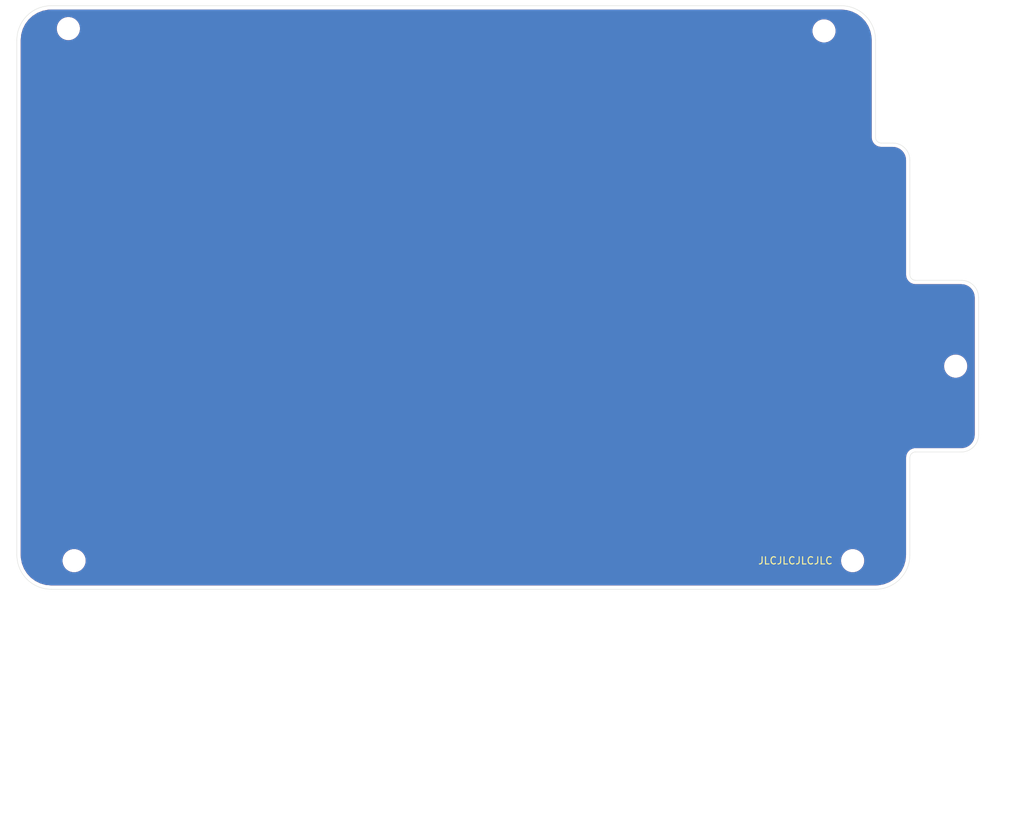
<source format=kicad_pcb>
(kicad_pcb (version 20171130) (host pcbnew 5.1.9)

  (general
    (thickness 1.6)
    (drawings 21)
    (tracks 0)
    (zones 0)
    (modules 10)
    (nets 1)
  )

  (page A3)
  (layers
    (0 F.Cu signal)
    (31 B.Cu signal)
    (32 B.Adhes user)
    (33 F.Adhes user)
    (34 B.Paste user)
    (35 F.Paste user)
    (36 B.SilkS user)
    (37 F.SilkS user)
    (38 B.Mask user)
    (39 F.Mask user)
    (40 Dwgs.User user)
    (41 Cmts.User user)
    (42 Eco1.User user)
    (43 Eco2.User user)
    (44 Edge.Cuts user)
    (45 Margin user)
    (46 B.CrtYd user)
    (47 F.CrtYd user)
    (48 B.Fab user)
    (49 F.Fab user)
  )

  (setup
    (last_trace_width 0.25)
    (trace_clearance 0.2)
    (zone_clearance 0.508)
    (zone_45_only no)
    (trace_min 0.2)
    (via_size 0.8)
    (via_drill 0.4)
    (via_min_size 0.4)
    (via_min_drill 0.3)
    (uvia_size 0.3)
    (uvia_drill 0.1)
    (uvias_allowed no)
    (uvia_min_size 0.2)
    (uvia_min_drill 0.1)
    (edge_width 0.05)
    (segment_width 0.2)
    (pcb_text_width 0.3)
    (pcb_text_size 1.5 1.5)
    (mod_edge_width 0.12)
    (mod_text_size 1 1)
    (mod_text_width 0.15)
    (pad_size 1.524 1.524)
    (pad_drill 0.762)
    (pad_to_mask_clearance 0)
    (aux_axis_origin 0 0)
    (grid_origin 16.66875 14.2875)
    (visible_elements FFFFFF7F)
    (pcbplotparams
      (layerselection 0x010f0_ffffffff)
      (usegerberextensions true)
      (usegerberattributes false)
      (usegerberadvancedattributes false)
      (creategerberjobfile false)
      (excludeedgelayer true)
      (linewidth 0.100000)
      (plotframeref false)
      (viasonmask false)
      (mode 1)
      (useauxorigin false)
      (hpglpennumber 1)
      (hpglpenspeed 20)
      (hpglpendiameter 15.000000)
      (psnegative false)
      (psa4output false)
      (plotreference true)
      (plotvalue true)
      (plotinvisibletext false)
      (padsonsilk false)
      (subtractmaskfromsilk true)
      (outputformat 1)
      (mirror false)
      (drillshape 0)
      (scaleselection 1)
      (outputdirectory "gerbers"))
  )

  (net 0 "")

  (net_class Default "This is the default net class."
    (clearance 0.2)
    (trace_width 0.25)
    (via_dia 0.8)
    (via_drill 0.4)
    (uvia_dia 0.3)
    (uvia_drill 0.1)
  )

  (module split45:split45 (layer B.Cu) (tedit 0) (tstamp 60722A2F)
    (at 103.98125 45.24375 180)
    (fp_text reference G*** (at 0 0) (layer B.SilkS) hide
      (effects (font (size 1.524 1.524) (thickness 0.3)) (justify mirror))
    )
    (fp_text value LOGO (at 0.75 0) (layer B.SilkS) hide
      (effects (font (size 1.524 1.524) (thickness 0.3)) (justify mirror))
    )
    (fp_poly (pts (xy -6.941547 17.426657) (xy -7.109628 16.924849) (xy -7.588782 16.891614) (xy -7.84547 16.872026)
      (xy -8.157827 16.845546) (xy -8.480299 16.816141) (xy -8.687687 16.795937) (xy -9.307438 16.733495)
      (xy -9.407929 16.345605) (xy -9.475898 16.084719) (xy -9.519717 15.907761) (xy -9.538566 15.799563)
      (xy -9.531622 15.744959) (xy -9.498065 15.728782) (xy -9.437072 15.735863) (xy -9.375499 15.746883)
      (xy -9.22283 15.767295) (xy -9.013431 15.789335) (xy -8.767521 15.811559) (xy -8.505316 15.83252)
      (xy -8.247033 15.850772) (xy -8.012889 15.86487) (xy -7.823102 15.873367) (xy -7.697888 15.874818)
      (xy -7.65759 15.869748) (xy -7.648908 15.831423) (xy -7.660213 15.743578) (xy -7.694282 15.593653)
      (xy -7.753887 15.369088) (xy -7.82088 15.130561) (xy -7.897003 14.863326) (xy -8.236978 14.861739)
      (xy -8.429011 14.85524) (xy -8.665185 14.838917) (xy -8.924405 14.815246) (xy -9.185576 14.786701)
      (xy -9.427602 14.755758) (xy -9.629388 14.724893) (xy -9.769839 14.696581) (xy -9.826486 14.675206)
      (xy -9.873628 14.589325) (xy -9.930935 14.435361) (xy -9.98863 14.245065) (xy -10.036941 14.050185)
      (xy -10.063021 13.906889) (xy -10.094302 13.678664) (xy -9.870097 13.70991) (xy -9.700671 13.730584)
      (xy -9.456702 13.756564) (xy -9.165146 13.785283) (xy -8.852959 13.814174) (xy -8.547097 13.840671)
      (xy -8.274515 13.862205) (xy -8.258817 13.863356) (xy -8.063287 13.869881) (xy -7.9602 13.853377)
      (xy -7.939352 13.827738) (xy -7.950835 13.754663) (xy -7.982668 13.609172) (xy -8.02901 13.417226)
      (xy -8.052433 13.324974) (xy -8.166843 12.881011) (xy -8.371898 12.856148) (xy -8.508989 12.842972)
      (xy -8.715935 12.827176) (xy -8.96091 12.811061) (xy -9.136873 12.800881) (xy -9.380114 12.78489)
      (xy -9.693563 12.760175) (xy -10.046267 12.729398) (xy -10.40727 12.695221) (xy -10.638477 12.671735)
      (xy -10.939488 12.640473) (xy -11.206897 12.613273) (xy -11.423704 12.591817) (xy -11.572903 12.577788)
      (xy -11.637099 12.572869) (xy -11.649883 12.620984) (xy -11.635161 12.762494) (xy -11.593619 12.992974)
      (xy -11.525945 13.307995) (xy -11.51662 13.348998) (xy -11.446878 13.639748) (xy -11.355558 13.99915)
      (xy -11.250296 14.398333) (xy -11.13873 14.808428) (xy -11.028494 15.200565) (xy -11.008364 15.270541)
      (xy -10.889831 15.679605) (xy -10.797196 16.000869) (xy -10.729374 16.244695) (xy -10.68528 16.421444)
      (xy -10.663829 16.54148) (xy -10.663934 16.615163) (xy -10.68451 16.652855) (xy -10.724473 16.66492)
      (xy -10.782735 16.661718) (xy -10.858213 16.653612) (xy -10.863525 16.653175) (xy -11.011654 16.651913)
      (xy -11.089798 16.673947) (xy -11.096593 16.687507) (xy -11.085858 16.758896) (xy -11.058152 16.898508)
      (xy -11.020222 17.075567) (xy -10.978813 17.259293) (xy -10.940672 17.41891) (xy -10.91532 17.514478)
      (xy -10.893157 17.542562) (xy -10.836848 17.565979) (xy -10.734238 17.586299) (xy -10.57317 17.605092)
      (xy -10.341489 17.623925) (xy -10.02704 17.644369) (xy -9.81058 17.657088) (xy -9.360372 17.685105)
      (xy -8.891756 17.71819) (xy -8.4249 17.754622) (xy -7.979968 17.792678) (xy -7.577126 17.830639)
      (xy -7.23654 17.866783) (xy -6.988036 17.898008) (xy -6.773467 17.928464) (xy -6.941547 17.426657)) (layer B.Mask) (width 0.01))
    (fp_poly (pts (xy -11.679106 17.90574) (xy -11.678098 17.905086) (xy -11.685565 17.851866) (xy -11.720841 17.721416)
      (xy -11.778379 17.532689) (xy -11.852632 17.304638) (xy -11.861777 17.277387) (xy -12.091872 16.559106)
      (xy -12.318051 15.787823) (xy -12.531046 14.998184) (xy -12.721589 14.224836) (xy -12.880415 13.502423)
      (xy -12.907021 13.369826) (xy -12.952475 13.167954) (xy -12.999249 13.007512) (xy -13.039871 12.912457)
      (xy -13.054434 12.897284) (xy -13.126322 12.88953) (xy -13.277148 12.885507) (xy -13.484102 12.885499)
      (xy -13.700293 12.889182) (xy -14.287444 12.903607) (xy -14.119163 13.667134) (xy -14.060629 13.936237)
      (xy -14.010693 14.172515) (xy -13.973245 14.35703) (xy -13.952175 14.470842) (xy -13.948988 14.495614)
      (xy -13.970598 14.521184) (xy -14.045213 14.53829) (xy -14.18488 14.547727) (xy -14.401648 14.550288)
      (xy -14.707564 14.546766) (xy -14.721524 14.546516) (xy -15.495953 14.532465) (xy -15.637464 14.076163)
      (xy -15.716364 13.806019) (xy -15.800452 13.493085) (xy -15.874579 13.194323) (xy -15.891309 13.121754)
      (xy -16.003642 12.623647) (xy -16.470608 12.623647) (xy -16.699187 12.620183) (xy -16.906869 12.610941)
      (xy -17.059717 12.597646) (xy -17.096643 12.591833) (xy -17.206832 12.578884) (xy -17.249744 12.61142)
      (xy -17.255711 12.670957) (xy -17.240725 12.8042) (xy -17.197812 13.023135) (xy -17.130043 13.316484)
      (xy -17.040486 13.672969) (xy -16.932211 14.081311) (xy -16.808288 14.530233) (xy -16.671786 15.008455)
      (xy -16.525775 15.5047) (xy -16.373324 16.007689) (xy -16.217503 16.506145) (xy -16.179542 16.625103)
      (xy -15.867804 17.597901) (xy -15.232607 17.633193) (xy -14.989763 17.64513) (xy -14.786536 17.652175)
      (xy -14.64296 17.653845) (xy -14.579063 17.64966) (xy -14.57787 17.648945) (xy -14.586514 17.596747)
      (xy -14.622033 17.462592) (xy -14.680094 17.261426) (xy -14.756365 17.008193) (xy -14.846512 16.71784)
      (xy -14.862765 16.666305) (xy -14.956032 16.369524) (xy -15.037825 16.105961) (xy -15.103463 15.890965)
      (xy -15.148269 15.739887) (xy -15.167563 15.668076) (xy -15.167969 15.66503) (xy -15.120308 15.651657)
      (xy -14.988568 15.640366) (xy -14.790468 15.632051) (xy -14.543725 15.627608) (xy -14.417936 15.627112)
      (xy -13.667134 15.62737) (xy -13.314179 16.740592) (xy -12.961224 17.853813) (xy -12.329987 17.889775)
      (xy -12.087823 17.901914) (xy -11.885193 17.908937) (xy -11.742241 17.91037) (xy -11.679106 17.90574)) (layer B.Mask) (width 0.01))
    (fp_poly (pts (xy -16.665813 17.80262) (xy -16.675441 17.751926) (xy -16.711631 17.623268) (xy -16.768852 17.435297)
      (xy -16.841574 17.206661) (xy -16.852674 17.172478) (xy -17.053325 16.556125) (xy -17.447203 16.525074)
      (xy -17.633354 16.512612) (xy -17.894171 16.498169) (xy -18.202572 16.483095) (xy -18.531473 16.468739)
      (xy -18.743138 16.460445) (xy -19.031562 16.447873) (xy -19.279465 16.43355) (xy -19.471161 16.418674)
      (xy -19.59097 16.404442) (xy -19.624338 16.39312) (xy -19.569105 16.363015) (xy -19.441262 16.313363)
      (xy -19.265773 16.253667) (xy -19.218575 16.238661) (xy -19.038611 16.178254) (xy -18.903639 16.125392)
      (xy -18.836949 16.089435) (xy -18.833667 16.083977) (xy -18.849127 16.021422) (xy -18.889369 15.892577)
      (xy -18.937477 15.749351) (xy -19.093981 15.274138) (xy -19.263771 14.718794) (xy -19.441146 14.103208)
      (xy -19.620402 13.447265) (xy -19.795838 12.770854) (xy -19.826411 12.649098) (xy -20.14432 11.376553)
      (xy -20.942246 11.362522) (xy -21.740173 11.348491) (xy -21.707227 11.540678) (xy -21.626227 11.963662)
      (xy -21.516934 12.460683) (xy -21.385162 13.009859) (xy -21.236724 13.589309) (xy -21.077434 14.17715)
      (xy -20.913108 14.751499) (xy -20.749559 15.290474) (xy -20.592601 15.772194) (xy -20.550433 15.894387)
      (xy -20.376544 16.390979) (xy -21.230435 16.35741) (xy -22.084327 16.323841) (xy -21.883132 16.95208)
      (xy -21.807194 17.187208) (xy -21.742529 17.383679) (xy -21.695279 17.523102) (xy -21.67159 17.587084)
      (xy -21.670328 17.589151) (xy -21.617897 17.59384) (xy -21.475789 17.60205) (xy -21.255891 17.613274)
      (xy -20.970091 17.627004) (xy -20.630277 17.642733) (xy -20.248336 17.659954) (xy -19.836156 17.67816)
      (xy -19.405626 17.696844) (xy -18.968632 17.715499) (xy -18.537063 17.733618) (xy -18.122807 17.750694)
      (xy -17.737751 17.766219) (xy -17.393784 17.779687) (xy -17.102792 17.790591) (xy -16.876664 17.798423)
      (xy -16.727287 17.802676) (xy -16.66655 17.802843) (xy -16.665813 17.80262)) (layer B.Mask) (width 0.01))
    (fp_poly (pts (xy 10.519178 11.385565) (xy 10.509489 11.334365) (xy 10.472187 11.203799) (xy 10.412468 11.010876)
      (xy 10.335525 10.772603) (xy 10.289944 10.634963) (xy 10.044671 9.9004) (xy 9.692576 9.868547)
      (xy 9.486128 9.853717) (xy 9.219824 9.839964) (xy 8.935606 9.829277) (xy 8.780561 9.825296)
      (xy 8.566479 9.82363) (xy 8.394703 9.821896) (xy 8.257848 9.81048) (xy 8.14853 9.779766)
      (xy 8.059366 9.720139) (xy 7.98297 9.621984) (xy 7.911958 9.475686) (xy 7.838946 9.271629)
      (xy 7.75655 9.000199) (xy 7.657384 8.65178) (xy 7.534065 8.216757) (xy 7.527429 8.193595)
      (xy 7.393746 7.719888) (xy 7.248852 7.193624) (xy 7.101024 6.645735) (xy 6.95854 6.107153)
      (xy 6.829676 5.60881) (xy 6.736618 5.238275) (xy 6.390443 3.833866) (xy 5.625783 3.77286)
      (xy 5.337016 3.748996) (xy 5.065845 3.725094) (xy 4.837229 3.703458) (xy 4.676128 3.686392)
      (xy 4.639295 3.681788) (xy 4.417468 3.651722) (xy 4.453433 3.823757) (xy 4.637539 4.662351)
      (xy 4.851353 5.564045) (xy 5.086704 6.497441) (xy 5.335423 7.431145) (xy 5.589342 8.33376)
      (xy 5.840291 9.17389) (xy 5.872495 9.277598) (xy 5.99582 9.672832) (xy 4.999903 9.638344)
      (xy 4.653932 9.627282) (xy 4.397616 9.621746) (xy 4.218933 9.622202) (xy 4.105861 9.629113)
      (xy 4.046378 9.642944) (xy 4.028461 9.66416) (xy 4.030581 9.675776) (xy 4.055647 9.748745)
      (xy 4.105705 9.898322) (xy 4.174058 10.104369) (xy 4.254006 10.346746) (xy 4.274613 10.409418)
      (xy 4.356316 10.65372) (xy 4.428846 10.862541) (xy 4.485474 11.017087) (xy 4.51947 11.098564)
      (xy 4.523881 11.10558) (xy 4.577945 11.113053) (xy 4.722774 11.124204) (xy 4.947472 11.138525)
      (xy 5.241147 11.155507) (xy 5.592902 11.174641) (xy 5.991843 11.195419) (xy 6.427077 11.217331)
      (xy 6.887707 11.239869) (xy 7.362841 11.262524) (xy 7.841582 11.284787) (xy 8.313037 11.306149)
      (xy 8.766311 11.326103) (xy 9.190509 11.344138) (xy 9.574737 11.359746) (xy 9.908101 11.372419)
      (xy 10.179705 11.381647) (xy 10.378655 11.386922) (xy 10.494057 11.387734) (xy 10.519178 11.385565)) (layer B.Mask) (width 0.01))
    (fp_poly (pts (xy -8.238805 11.332357) (xy -7.761142 11.3149) (xy -7.343644 11.28379) (xy -7.004784 11.238765)
      (xy -6.948096 11.22807) (xy -6.449955 11.098358) (xy -6.044952 10.928118) (xy -5.733289 10.717756)
      (xy -5.515167 10.467682) (xy -5.390788 10.178301) (xy -5.360353 9.850022) (xy -5.424063 9.483253)
      (xy -5.582121 9.0784) (xy -5.740727 8.786339) (xy -6.120335 8.248243) (xy -6.58714 7.751509)
      (xy -7.133164 7.301364) (xy -7.75043 6.903036) (xy -8.43096 6.561753) (xy -9.166775 6.282744)
      (xy -9.849499 6.093848) (xy -10.102251 6.037288) (xy -10.34333 5.986795) (xy -10.540719 5.948899)
      (xy -10.638477 5.932987) (xy -10.867535 5.901806) (xy -11.194071 4.846995) (xy -11.291725 4.535017)
      (xy -11.381227 4.255609) (xy -11.457674 4.023563) (xy -11.516161 3.853667) (xy -11.551782 3.760712)
      (xy -11.558335 3.748601) (xy -11.619587 3.729624) (xy -11.764234 3.705522) (xy -11.974144 3.678713)
      (xy -12.231189 3.651613) (xy -12.40254 3.636045) (xy -12.734508 3.60751) (xy -12.978061 3.587153)
      (xy -13.146279 3.575204) (xy -13.25224 3.571895) (xy -13.309024 3.577459) (xy -13.329709 3.592126)
      (xy -13.327375 3.616129) (xy -13.315099 3.6497) (xy -13.314274 3.652204) (xy -13.293731 3.715372)
      (xy -13.244468 3.866735) (xy -13.169286 4.097687) (xy -13.070989 4.399622) (xy -12.952376 4.763934)
      (xy -12.816252 5.182018) (xy -12.665416 5.645267) (xy -12.502672 6.145076) (xy -12.33082 6.672839)
      (xy -12.318258 6.711417) (xy -12.146584 7.239467) (xy -11.984647 7.73919) (xy -11.835155 8.20212)
      (xy -11.700818 8.619795) (xy -11.584342 8.98375) (xy -11.488436 9.285521) (xy -11.415808 9.516645)
      (xy -11.369166 9.668657) (xy -11.351218 9.733094) (xy -11.351102 9.734268) (xy -11.395314 9.758347)
      (xy -11.506651 9.761624) (xy -11.65316 9.746707) (xy -11.802891 9.716204) (xy -11.882651 9.69087)
      (xy -11.923543 9.680821) (xy -11.948771 9.699481) (xy -11.960202 9.763249) (xy -11.95986 9.849499)
      (xy -10.40937 9.849499) (xy -10.053082 9.700942) (xy -9.880503 9.628258) (xy -9.748784 9.571416)
      (xy -9.682342 9.540983) (xy -9.679199 9.539126) (xy -9.689843 9.489358) (xy -9.729463 9.357452)
      (xy -9.79354 9.157403) (xy -9.877555 8.903209) (xy -9.976987 8.608866) (xy -10.022786 8.475101)
      (xy -10.128801 8.163437) (xy -10.222517 7.881727) (xy -10.299092 7.645038) (xy -10.353685 7.468439)
      (xy -10.381454 7.366998) (xy -10.383968 7.351045) (xy -10.348986 7.309515) (xy -10.240293 7.302631)
      (xy -10.052263 7.331142) (xy -9.779272 7.395802) (xy -9.524752 7.46579) (xy -9.055647 7.627525)
      (xy -8.62668 7.829519) (xy -8.251544 8.062646) (xy -7.943933 8.317781) (xy -7.717541 8.585799)
      (xy -7.638689 8.722597) (xy -7.55718 8.963753) (xy -7.535499 9.206357) (xy -7.573813 9.419267)
      (xy -7.634317 9.531315) (xy -7.808744 9.676642) (xy -8.075204 9.785588) (xy -8.434442 9.858282)
      (xy -8.887201 9.894853) (xy -9.434226 9.895432) (xy -9.671318 9.886027) (xy -10.40937 9.849499)
      (xy -11.95986 9.849499) (xy -11.959704 9.888525) (xy -11.949142 10.091711) (xy -11.941777 10.210211)
      (xy -11.92464 10.455509) (xy -11.906164 10.678646) (xy -11.888926 10.850363) (xy -11.878769 10.925492)
      (xy -11.850917 11.085254) (xy -11.333775 11.165236) (xy -10.88305 11.224131) (xy -10.381652 11.270963)
      (xy -9.848057 11.305466) (xy -9.300735 11.327376) (xy -8.75816 11.336428) (xy -8.238805 11.332357)) (layer B.Mask) (width 0.01))
    (fp_poly (pts (xy 3.449591 11.21487) (xy 3.457551 11.212598) (xy 3.448573 11.162101) (xy 3.411937 11.028012)
      (xy 3.351598 10.823511) (xy 3.271512 10.561778) (xy 3.175632 10.255993) (xy 3.090378 9.989009)
      (xy 2.690471 8.702226) (xy 2.339531 7.476986) (xy 2.031171 6.289398) (xy 1.758999 5.115569)
      (xy 1.651415 4.60869) (xy 1.590365 4.324779) (xy 1.532381 4.076496) (xy 1.481773 3.880714)
      (xy 1.442855 3.754305) (xy 1.422854 3.71435) (xy 1.3575 3.700357) (xy 1.208513 3.681345)
      (xy 0.993827 3.659206) (xy 0.731376 3.635832) (xy 0.520846 3.619147) (xy 0.231315 3.596306)
      (xy -0.026994 3.573968) (xy -0.235088 3.553929) (xy -0.373974 3.537986) (xy -0.41994 3.530197)
      (xy -0.494365 3.520561) (xy -0.509018 3.529938) (xy -0.498423 3.603261) (xy -0.468839 3.760512)
      (xy -0.423564 3.986281) (xy -0.365896 4.265164) (xy -0.299136 4.581753) (xy -0.226582 4.92064)
      (xy -0.151533 5.266419) (xy -0.077288 5.603683) (xy -0.007146 5.917026) (xy 0.055594 6.191039)
      (xy 0.107634 6.410316) (xy 0.108442 6.413627) (xy 0.194161 6.752004) (xy 0.296505 7.135575)
      (xy 0.412016 7.553023) (xy 0.537232 7.993032) (xy 0.668694 8.444287) (xy 0.802939 8.895472)
      (xy 0.936508 9.335272) (xy 1.06594 9.75237) (xy 1.187775 10.13545) (xy 1.298551 10.473198)
      (xy 1.394809 10.754297) (xy 1.473087 10.967432) (xy 1.529926 11.101287) (xy 1.55411 11.140802)
      (xy 1.610944 11.151013) (xy 1.749845 11.162583) (xy 1.951096 11.17477) (xy 2.194984 11.18683)
      (xy 2.461791 11.198019) (xy 2.731803 11.207593) (xy 2.985304 11.214809) (xy 3.20258 11.218923)
      (xy 3.363914 11.219191) (xy 3.449591 11.21487)) (layer B.Mask) (width 0.01))
    (fp_poly (pts (xy -2.115042 11.211837) (xy -1.962475 11.200411) (xy -1.902108 11.181039) (xy -1.901341 11.174073)
      (xy -1.94753 11.04405) (xy -2.017917 10.833673) (xy -2.107119 10.559997) (xy -2.209752 10.240081)
      (xy -2.320433 9.89098) (xy -2.433777 9.529751) (xy -2.544402 9.173451) (xy -2.646924 8.839135)
      (xy -2.73596 8.543862) (xy -2.796993 8.336392) (xy -2.880497 8.041936) (xy -2.972276 7.708681)
      (xy -3.068624 7.351064) (xy -3.165838 6.983525) (xy -3.260215 6.620501) (xy -3.34805 6.276431)
      (xy -3.425639 5.965753) (xy -3.489278 5.702906) (xy -3.535264 5.502329) (xy -3.559893 5.378459)
      (xy -3.563042 5.350204) (xy -3.547039 5.320766) (xy -3.488833 5.303444) (xy -3.373257 5.297348)
      (xy -3.185145 5.301588) (xy -2.939579 5.313598) (xy -2.614377 5.335676) (xy -2.24374 5.367393)
      (xy -1.88298 5.403761) (xy -1.687919 5.426531) (xy -1.446983 5.454833) (xy -1.245116 5.474978)
      (xy -1.10237 5.485223) (xy -1.038795 5.48382) (xy -1.037696 5.48312) (xy -1.047581 5.432526)
      (xy -1.084565 5.305717) (xy -1.142019 5.12253) (xy -1.213317 4.902805) (xy -1.29183 4.666382)
      (xy -1.370932 4.433098) (xy -1.443996 4.222793) (xy -1.504393 4.055307) (xy -1.545498 3.950478)
      (xy -1.557729 3.926396) (xy -1.62004 3.905826) (xy -1.770652 3.879445) (xy -1.996553 3.848414)
      (xy -2.284727 3.813891) (xy -2.622162 3.777039) (xy -2.995845 3.739016) (xy -3.39276 3.700985)
      (xy -3.799896 3.664104) (xy -4.204237 3.629534) (xy -4.592771 3.598436) (xy -4.952485 3.57197)
      (xy -5.270363 3.551296) (xy -5.533393 3.537574) (xy -5.728562 3.531966) (xy -5.842855 3.53563)
      (xy -5.866706 3.54219) (xy -5.865237 3.599006) (xy -5.843829 3.741713) (xy -5.805244 3.956965)
      (xy -5.752243 4.231411) (xy -5.687587 4.551704) (xy -5.614035 4.904494) (xy -5.53435 5.276434)
      (xy -5.451292 5.654174) (xy -5.367621 6.024367) (xy -5.286099 6.373662) (xy -5.249991 6.524012)
      (xy -5.083722 7.18684) (xy -4.911569 7.825414) (xy -4.72524 8.4682) (xy -4.516446 9.143659)
      (xy -4.276897 9.880257) (xy -4.240918 9.988426) (xy -4.121088 10.356214) (xy -4.027972 10.641067)
      (xy -3.948226 10.85364) (xy -3.868504 11.004588) (xy -3.775461 11.104567) (xy -3.655753 11.164232)
      (xy -3.496034 11.194239) (xy -3.282959 11.205243) (xy -3.003184 11.2079) (xy -2.709209 11.211429)
      (xy -2.362917 11.215462) (xy -2.115042 11.211837)) (layer B.Mask) (width 0.01))
    (fp_poly (pts (xy -13.161192 11.52176) (xy -12.978281 11.514286) (xy -12.870608 11.501579) (xy -12.851058 11.49367)
      (xy -12.85955 11.441395) (xy -12.895293 11.310267) (xy -12.952619 11.117766) (xy -13.02586 10.881373)
      (xy -13.109346 10.61857) (xy -13.19741 10.346837) (xy -13.284384 10.083656) (xy -13.364599 9.846507)
      (xy -13.432386 9.65287) (xy -13.482078 9.520228) (xy -13.508007 9.466061) (xy -13.508643 9.465702)
      (xy -13.558504 9.459446) (xy -13.694397 9.44315) (xy -13.901237 9.418601) (xy -14.163943 9.38759)
      (xy -14.467429 9.351903) (xy -14.547838 9.342469) (xy -14.901571 9.300126) (xy -15.169381 9.265185)
      (xy -15.366588 9.234405) (xy -15.508515 9.204547) (xy -15.610484 9.172371) (xy -15.687816 9.134636)
      (xy -15.755834 9.088103) (xy -15.757803 9.086604) (xy -15.88912 8.98017) (xy -15.9845 8.879443)
      (xy -16.04366 8.770903) (xy -16.066318 8.641035) (xy -16.052188 8.476321) (xy -16.000988 8.263243)
      (xy -15.912433 7.988283) (xy -15.78624 7.637925) (xy -15.723884 7.470223) (xy -15.531879 6.939417)
      (xy -15.38204 6.48547) (xy -15.270549 6.094415) (xy -15.193587 5.752285) (xy -15.147337 5.445112)
      (xy -15.135863 5.319238) (xy -15.142217 4.800046) (xy -15.240323 4.318882) (xy -15.431103 3.874416)
      (xy -15.715477 3.46532) (xy -16.094365 3.090265) (xy -16.568687 2.747921) (xy -17.128457 2.442182)
      (xy -17.518871 2.271123) (xy -17.975917 2.097655) (xy -18.465443 1.933737) (xy -18.953294 1.791325)
      (xy -19.087704 1.756231) (xy -19.323477 1.701011) (xy -19.605643 1.641944) (xy -19.911627 1.582991)
      (xy -20.218856 1.528111) (xy -20.504757 1.481264) (xy -20.746754 1.44641) (xy -20.922275 1.427508)
      (xy -20.974562 1.42526) (xy -21.104835 1.42525) (xy -20.989455 2.40511) (xy -20.953337 2.716378)
      (xy -20.921614 2.998395) (xy -20.896202 3.233438) (xy -20.879013 3.403784) (xy -20.871961 3.49171)
      (xy -20.871907 3.493719) (xy -20.853704 3.563262) (xy -20.785897 3.605068) (xy -20.643413 3.633753)
      (xy -20.627956 3.63593) (xy -20.10114 3.71982) (xy -19.617102 3.818575) (xy -19.187357 3.928829)
      (xy -18.823424 4.047213) (xy -18.536819 4.170363) (xy -18.339059 4.294911) (xy -18.321474 4.310126)
      (xy -18.194153 4.442376) (xy -18.10232 4.584248) (xy -18.047135 4.745544) (xy -18.02976 4.936065)
      (xy -18.051358 5.165613) (xy -18.113089 5.443991) (xy -18.216116 5.781) (xy -18.3616 6.186443)
      (xy -18.550704 6.67012) (xy -18.622119 6.846707) (xy -18.792421 7.286227) (xy -18.913898 7.653434)
      (xy -18.989385 7.963733) (xy -19.021719 8.232534) (xy -19.013737 8.475241) (xy -18.968275 8.707263)
      (xy -18.966109 8.715133) (xy -18.822099 9.106001) (xy -18.608142 9.477053) (xy -18.311553 9.849384)
      (xy -18.232986 9.934591) (xy -17.772595 10.3706) (xy -17.284265 10.727142) (xy -16.755089 11.010364)
      (xy -16.172159 11.226413) (xy -15.522565 11.381437) (xy -15.041483 11.454484) (xy -14.834157 11.474662)
      (xy -14.576506 11.491852) (xy -14.286468 11.505734) (xy -13.981979 11.515986) (xy -13.680979 11.522289)
      (xy -13.401404 11.52432) (xy -13.161192 11.52176)) (layer B.Mask) (width 0.01))
    (fp_poly (pts (xy -2.637646 1.763293) (xy -2.109918 1.686163) (xy -1.648901 1.532301) (xy -1.254418 1.301634)
      (xy -0.926291 0.994091) (xy -0.757073 0.766287) (xy -0.674028 0.626307) (xy -0.621037 0.514924)
      (xy -0.610821 0.475498) (xy -0.650229 0.416937) (xy -0.753929 0.32348) (xy -0.900135 0.214587)
      (xy -0.911902 0.206548) (xy -1.212982 0.002088) (xy -1.068031 -0.266191) (xy -0.908233 -0.663975)
      (xy -0.838685 -1.100375) (xy -0.859387 -1.577779) (xy -0.970343 -2.098571) (xy -1.070118 -2.405132)
      (xy -1.279008 -2.891253) (xy -1.547642 -3.349258) (xy -1.888919 -3.798485) (xy -2.287445 -4.229994)
      (xy -2.791582 -4.696082) (xy -3.292401 -5.074208) (xy -3.808445 -5.375838) (xy -4.35826 -5.612439)
      (xy -4.708417 -5.726884) (xy -5.055912 -5.808287) (xy -5.437389 -5.863276) (xy -5.823706 -5.890308)
      (xy -6.185719 -5.887842) (xy -6.494287 -5.854336) (xy -6.611908 -5.82761) (xy -7.049474 -5.655073)
      (xy -7.424373 -5.40321) (xy -7.733994 -5.074898) (xy -7.97573 -4.673014) (xy -8.14697 -4.200433)
      (xy -8.169456 -4.110844) (xy -8.240837 -3.594005) (xy -8.229881 -3.263019) (xy -6.379517 -3.263019)
      (xy -6.331142 -3.593057) (xy -6.227051 -3.878287) (xy -6.065995 -4.108141) (xy -5.846724 -4.272055)
      (xy -5.705401 -4.328907) (xy -5.477362 -4.366656) (xy -5.19633 -4.367321) (xy -4.903345 -4.332832)
      (xy -4.687595 -4.281119) (xy -4.277703 -4.103657) (xy -3.885415 -3.83779) (xy -3.525227 -3.49687)
      (xy -3.211632 -3.094246) (xy -2.998184 -2.724929) (xy -2.890704 -2.497848) (xy -2.823174 -2.319516)
      (xy -2.784628 -2.150525) (xy -2.764097 -1.951468) (xy -2.759044 -1.865608) (xy -2.751704 -1.637943)
      (xy -2.761345 -1.477494) (xy -2.792545 -1.350433) (xy -2.844617 -1.233178) (xy -2.908563 -1.102581)
      (xy -2.94715 -1.013647) (xy -2.952304 -0.995401) (xy -2.912424 -0.957552) (xy -2.806804 -0.881435)
      (xy -2.656471 -0.782026) (xy -2.62131 -0.759669) (xy -2.449065 -0.640926) (xy -2.346524 -0.54823)
      (xy -2.324246 -0.491646) (xy -2.498793 -0.248151) (xy -2.711009 -0.074265) (xy -2.981565 0.043095)
      (xy -3.271737 0.108001) (xy -3.724299 0.130546) (xy -4.173734 0.056413) (xy -4.606776 -0.109775)
      (xy -5.01016 -0.363397) (xy -5.262981 -0.585671) (xy -5.569654 -0.933515) (xy -5.829352 -1.310514)
      (xy -6.040828 -1.706102) (xy -6.20283 -2.109713) (xy -6.314112 -2.51078) (xy -6.373424 -2.898738)
      (xy -6.379517 -3.263019) (xy -8.229881 -3.263019) (xy -8.222879 -3.051528) (xy -8.121529 -2.493619)
      (xy -7.942733 -1.930482) (xy -7.692437 -1.372322) (xy -7.376588 -0.829344) (xy -7.001132 -0.311753)
      (xy -6.572016 0.170245) (xy -6.095187 0.606447) (xy -5.576589 0.986647) (xy -5.022171 1.300641)
      (xy -5.013827 1.30469) (xy -4.429889 1.542545) (xy -3.830022 1.693958) (xy -3.232264 1.763762)
      (xy -2.637646 1.763293)) (layer B.Mask) (width 0.01))
    (fp_poly (pts (xy 20.631879 1.671264) (xy 20.901592 1.660931) (xy 21.147813 1.648694) (xy 21.438358 1.631555)
      (xy 21.693088 1.612944) (xy 21.894781 1.594407) (xy 22.026213 1.577494) (xy 22.069555 1.565849)
      (xy 22.055342 1.513715) (xy 21.985828 1.406475) (xy 21.874511 1.264058) (xy 21.828636 1.210125)
      (xy 21.578112 0.915505) (xy 21.299274 0.57558) (xy 20.985905 0.182469) (xy 20.631784 -0.271706)
      (xy 20.230693 -0.794825) (xy 19.855415 -1.289995) (xy 19.481714 -1.789139) (xy 19.168204 -2.216866)
      (xy 18.910163 -2.580183) (xy 18.70287 -2.886094) (xy 18.541602 -3.141607) (xy 18.421636 -3.353726)
      (xy 18.338251 -3.529459) (xy 18.326656 -3.558036) (xy 18.272148 -3.715949) (xy 18.200796 -3.951198)
      (xy 18.118486 -4.241888) (xy 18.031104 -4.56612) (xy 17.944533 -4.901998) (xy 17.86466 -5.227625)
      (xy 17.79737 -5.521104) (xy 17.790352 -5.553441) (xy 17.706982 -5.940349) (xy 17.13776 -5.973149)
      (xy 16.854355 -5.987279) (xy 16.558612 -5.998406) (xy 16.294717 -6.005015) (xy 16.174048 -6.006182)
      (xy 15.97336 -6.003481) (xy 15.854205 -5.992037) (xy 15.796398 -5.967279) (xy 15.779754 -5.924634)
      (xy 15.779559 -5.916815) (xy 15.792008 -5.838027) (xy 15.826458 -5.678081) (xy 15.87857 -5.454157)
      (xy 15.944002 -5.183432) (xy 16.018414 -4.883087) (xy 16.097463 -4.570299) (xy 16.17681 -4.262248)
      (xy 16.252112 -3.976112) (xy 16.319029 -3.729069) (xy 16.373221 -3.538299) (xy 16.410054 -3.421785)
      (xy 16.457496 -3.246674) (xy 16.450483 -3.111678) (xy 16.435622 -3.065472) (xy 16.375328 -2.881709)
      (xy 16.302129 -2.616952) (xy 16.220575 -2.290502) (xy 16.135214 -1.921664) (xy 16.050594 -1.529737)
      (xy 15.971266 -1.134025) (xy 15.935397 -0.942915) (xy 15.881781 -0.637732) (xy 15.828305 -0.31154)
      (xy 15.777117 0.019999) (xy 15.730369 0.341224) (xy 15.69021 0.636472) (xy 15.658791 0.890082)
      (xy 15.638262 1.086392) (xy 15.630773 1.209739) (xy 15.635034 1.244971) (xy 15.689053 1.25881)
      (xy 15.824509 1.285701) (xy 16.022354 1.322364) (xy 16.263538 1.365518) (xy 16.529015 1.411883)
      (xy 16.799735 1.458178) (xy 17.05665 1.501122) (xy 17.280713 1.537436) (xy 17.452874 1.563839)
      (xy 17.554086 1.57705) (xy 17.568517 1.577956) (xy 17.605471 1.56238) (xy 17.632756 1.504953)
      (xy 17.653609 1.389623) (xy 17.671271 1.200337) (xy 17.684065 1.00531) (xy 17.735693 0.356184)
      (xy 17.807338 -0.202454) (xy 17.898497 -0.667539) (xy 18.00867 -1.036007) (xy 18.026 -1.080749)
      (xy 18.046373 -1.123712) (xy 18.070782 -1.142289) (xy 18.106893 -1.127541) (xy 18.162371 -1.070529)
      (xy 18.244882 -0.962313) (xy 18.362092 -0.793954) (xy 18.521667 -0.556511) (xy 18.680725 -0.317222)
      (xy 18.909511 0.019199) (xy 19.150055 0.358196) (xy 19.391556 0.685758) (xy 19.623212 0.987876)
      (xy 19.834222 1.250538) (xy 20.013783 1.459734) (xy 20.151095 1.601453) (xy 20.178448 1.62544)
      (xy 20.226743 1.650659) (xy 20.30883 1.666473) (xy 20.439083 1.673226) (xy 20.631879 1.671264)) (layer B.Mask) (width 0.01))
    (fp_poly (pts (xy 14.984269 1.667377) (xy 14.996453 1.665403) (xy 14.991912 1.608726) (xy 14.958405 1.473538)
      (xy 14.900904 1.277306) (xy 14.824383 1.037499) (xy 14.780285 0.905954) (xy 14.532465 0.178156)
      (xy 13.53988 0.136652) (xy 13.23164 0.122071) (xy 12.958582 0.105937) (xy 12.736897 0.089471)
      (xy 12.582778 0.073891) (xy 12.512413 0.060418) (xy 12.510469 0.059105) (xy 12.483873 -0.002015)
      (xy 12.434452 -0.150111) (xy 12.3654 -0.373738) (xy 12.279913 -0.66145) (xy 12.181189 -1.001801)
      (xy 12.072423 -1.383345) (xy 11.956811 -1.794639) (xy 11.83755 -2.224234) (xy 11.717835 -2.660688)
      (xy 11.600863 -3.092553) (xy 11.489829 -3.508384) (xy 11.387931 -3.896736) (xy 11.298364 -4.246162)
      (xy 11.224323 -4.545219) (xy 11.221793 -4.555712) (xy 11.139117 -4.894677) (xy 11.062495 -5.200893)
      (xy 10.995582 -5.460388) (xy 10.942029 -5.659194) (xy 10.905489 -5.783339) (xy 10.891467 -5.819025)
      (xy 10.832593 -5.835959) (xy 10.692289 -5.858792) (xy 10.490616 -5.885404) (xy 10.247632 -5.913677)
      (xy 9.983396 -5.941491) (xy 9.717965 -5.966726) (xy 9.4714 -5.987263) (xy 9.263759 -6.000982)
      (xy 9.124149 -6.005762) (xy 8.996569 -5.986171) (xy 8.958718 -5.935004) (xy 8.972109 -5.813777)
      (xy 9.010305 -5.606227) (xy 9.070335 -5.323974) (xy 9.149231 -4.978637) (xy 9.244023 -4.581835)
      (xy 9.351742 -4.145187) (xy 9.469419 -3.680312) (xy 9.594085 -3.198831) (xy 9.722771 -2.712362)
      (xy 9.852507 -2.232524) (xy 9.980325 -1.770936) (xy 10.103255 -1.339219) (xy 10.218327 -0.948991)
      (xy 10.304053 -0.670298) (xy 10.374869 -0.443184) (xy 10.432783 -0.253004) (xy 10.471761 -0.119886)
      (xy 10.485772 -0.064136) (xy 10.437485 -0.056707) (xy 10.302921 -0.053297) (xy 10.097525 -0.053848)
      (xy 9.836742 -0.058303) (xy 9.536016 -0.066601) (xy 9.497169 -0.06788) (xy 8.508565 -0.100989)
      (xy 8.762444 0.658887) (xy 9.016323 1.418762) (xy 9.280206 1.446392) (xy 9.409955 1.456704)
      (xy 9.621111 1.469485) (xy 9.902536 1.484308) (xy 10.243094 1.500748) (xy 10.631648 1.518377)
      (xy 11.057062 1.536769) (xy 11.508199 1.555496) (xy 11.973922 1.574133) (xy 12.443094 1.592253)
      (xy 12.90458 1.609428) (xy 13.347242 1.625232) (xy 13.759945 1.639239) (xy 14.13155 1.651022)
      (xy 14.450921 1.660154) (xy 14.706923 1.666208) (xy 14.888418 1.668758) (xy 14.984269 1.667377)) (layer B.Mask) (width 0.01))
    (fp_poly (pts (xy 4.984456 1.610835) (xy 5.428441 1.58838) (xy 5.811515 1.554183) (xy 6.11745 1.508132)
      (xy 6.23124 1.482022) (xy 6.635303 1.347951) (xy 6.979748 1.180908) (xy 7.249799 0.989238)
      (xy 7.406213 0.818343) (xy 7.483184 0.700158) (xy 7.528626 0.594036) (xy 7.550473 0.466617)
      (xy 7.556656 0.284539) (xy 7.556505 0.186303) (xy 7.545904 -0.0746) (xy 7.511704 -0.282776)
      (xy 7.445023 -0.486231) (xy 7.421425 -0.543912) (xy 7.151002 -1.056724) (xy 6.783666 -1.543562)
      (xy 6.321363 -2.002766) (xy 5.766038 -2.432678) (xy 5.119635 -2.831639) (xy 4.384099 -3.197991)
      (xy 4.230226 -3.265585) (xy 4.057446 -3.339945) (xy 4.340213 -3.483012) (xy 4.709632 -3.709292)
      (xy 5.072609 -4.002993) (xy 5.393528 -4.334002) (xy 5.492369 -4.457114) (xy 5.617912 -4.633961)
      (xy 5.745584 -4.832234) (xy 5.864476 -5.032418) (xy 5.96368 -5.214997) (xy 6.032287 -5.360457)
      (xy 6.059389 -5.449282) (xy 6.055765 -5.46501) (xy 6.003087 -5.483559) (xy 5.870097 -5.52299)
      (xy 5.67496 -5.578382) (xy 5.435844 -5.644812) (xy 5.170914 -5.717358) (xy 4.898337 -5.791097)
      (xy 4.636279 -5.861107) (xy 4.402906 -5.922466) (xy 4.216385 -5.970251) (xy 4.094882 -5.99954)
      (xy 4.057683 -6.006413) (xy 4.027771 -5.962347) (xy 3.980331 -5.848707) (xy 3.942003 -5.739179)
      (xy 3.723756 -5.232227) (xy 3.420396 -4.776939) (xy 3.038645 -4.381052) (xy 2.585228 -4.052298)
      (xy 2.374222 -3.935686) (xy 2.230357 -3.8732) (xy 2.122891 -3.845571) (xy 2.085685 -3.851819)
      (xy 2.057891 -3.912047) (xy 2.006179 -4.051172) (xy 1.93658 -4.250795) (xy 1.85512 -4.492512)
      (xy 1.767827 -4.757921) (xy 1.680731 -5.028622) (xy 1.599859 -5.286212) (xy 1.531238 -5.512289)
      (xy 1.480898 -5.688452) (xy 1.468361 -5.736307) (xy 1.422799 -5.876173) (xy 1.373782 -5.966951)
      (xy 1.354489 -5.98266) (xy 1.284807 -5.993529) (xy 1.134638 -6.010049) (xy 0.925003 -6.030106)
      (xy 0.676921 -6.051586) (xy 0.636273 -6.054915) (xy 0.361059 -6.078113) (xy 0.098546 -6.101714)
      (xy -0.121839 -6.122981) (xy -0.270672 -6.139179) (xy -0.272486 -6.139404) (xy -0.519522 -6.170116)
      (xy -0.484349 -5.999187) (xy -0.454715 -5.887842) (xy -0.395287 -5.692083) (xy -0.309989 -5.423552)
      (xy -0.202749 -5.093892) (xy -0.077491 -4.714746) (xy 0.061856 -4.297756) (xy 0.211369 -3.854564)
      (xy 0.367121 -3.396812) (xy 0.525185 -2.936145) (xy 0.681636 -2.484203) (xy 0.716218 -2.385305)
      (xy 2.54509 -2.385305) (xy 2.590492 -2.399777) (xy 2.712442 -2.390567) (xy 2.889556 -2.361808)
      (xy 3.100453 -2.317629) (xy 3.32375 -2.262163) (xy 3.538063 -2.199539) (xy 3.583384 -2.184709)
      (xy 4.021882 -2.020738) (xy 4.382182 -1.845199) (xy 4.687876 -1.644719) (xy 4.962554 -1.405926)
      (xy 4.969684 -1.398899) (xy 5.149791 -1.207635) (xy 5.26879 -1.043272) (xy 5.348487 -0.873641)
      (xy 5.371365 -0.806331) (xy 5.423917 -0.585309) (xy 5.431078 -0.412497) (xy 5.42532 -0.380684)
      (xy 5.336781 -0.20862) (xy 5.175373 -0.04989) (xy 4.969275 0.069819) (xy 4.904898 0.093658)
      (xy 4.696715 0.138884) (xy 4.407799 0.170242) (xy 4.058387 0.186865) (xy 3.668716 0.187883)
      (xy 3.259023 0.172429) (xy 3.181363 0.16761) (xy 2.570541 0.127254) (xy 2.893323 0.004781)
      (xy 3.059445 -0.064824) (xy 3.183221 -0.129011) (xy 3.237419 -0.173375) (xy 3.228115 -0.235977)
      (xy 3.190191 -0.380227) (xy 3.128026 -0.591463) (xy 3.045998 -0.855026) (xy 2.948487 -1.156255)
      (xy 2.901911 -1.296633) (xy 2.798313 -1.607501) (xy 2.706536 -1.884644) (xy 2.631202 -2.113962)
      (xy 2.57693 -2.281357) (xy 2.548344 -2.372727) (xy 2.54509 -2.385305) (xy 0.716218 -2.385305)
      (xy 0.832548 -2.05263) (xy 0.973995 -1.653068) (xy 1.090549 -1.328827) (xy 1.216904 -0.979307)
      (xy 1.331082 -0.661111) (xy 1.428662 -0.386749) (xy 1.505225 -0.168732) (xy 1.556349 -0.019569)
      (xy 1.577614 0.048228) (xy 1.577956 0.05052) (xy 1.532725 0.062101) (xy 1.415741 0.054956)
      (xy 1.295075 0.037611) (xy 1.137036 0.014803) (xy 1.024557 0.006835) (xy 0.989049 0.01202)
      (xy 0.985821 0.066675) (xy 0.990657 0.199416) (xy 1.001738 0.387003) (xy 1.017246 0.606199)
      (xy 1.03536 0.833767) (xy 1.054262 1.046467) (xy 1.072133 1.221063) (xy 1.087152 1.334317)
      (xy 1.09494 1.364591) (xy 1.148015 1.379265) (xy 1.277527 1.404813) (xy 1.459299 1.436595)
      (xy 1.534264 1.448894) (xy 1.950222 1.505419) (xy 2.41887 1.551005) (xy 2.923979 1.585537)
      (xy 3.449321 1.608901) (xy 3.978667 1.620981) (xy 4.495788 1.621664) (xy 4.984456 1.610835)) (layer B.Mask) (width 0.01))
    (fp_poly (pts (xy -7.801947 2.016108) (xy -7.808614 1.961546) (xy -7.843491 1.826076) (xy -7.902059 1.625191)
      (xy -7.979798 1.374381) (xy -8.072188 1.089138) (xy -8.074042 1.083528) (xy -8.373346 0.178156)
      (xy -9.009619 0.141381) (xy -9.254238 0.12525) (xy -9.571513 0.101353) (xy -9.941031 0.071505)
      (xy -10.34238 0.037518) (xy -10.755145 0.001206) (xy -11.158915 -0.035618) (xy -11.533275 -0.071142)
      (xy -11.857814 -0.103552) (xy -12.112119 -0.131036) (xy -12.211801 -0.14303) (xy -12.487129 -0.178157)
      (xy -12.604724 -0.527018) (xy -12.661254 -0.713298) (xy -12.721018 -0.940993) (xy -12.779745 -1.189437)
      (xy -12.833162 -1.437964) (xy -12.877 -1.665906) (xy -12.906985 -1.852598) (xy -12.918848 -1.977372)
      (xy -12.912934 -2.018262) (xy -12.85408 -2.023768) (xy -12.712658 -2.018307) (xy -12.507165 -2.003113)
      (xy -12.256104 -1.979425) (xy -12.12932 -1.965896) (xy -11.709616 -1.9217) (xy -11.27398 -1.880514)
      (xy -10.800248 -1.840453) (xy -10.26626 -1.799628) (xy -9.73497 -1.761989) (xy -9.527299 -1.753265)
      (xy -9.408185 -1.763069) (xy -9.36588 -1.792521) (xy -9.365408 -1.797251) (xy -9.377712 -1.863875)
      (xy -9.412217 -2.012077) (xy -9.464793 -2.225095) (xy -9.531306 -2.486167) (xy -9.60311 -2.761423)
      (xy -9.841336 -3.66493) (xy -10.252632 -3.66522) (xy -10.527589 -3.671032) (xy -10.849445 -3.687037)
      (xy -11.203821 -3.71161) (xy -11.576339 -3.743126) (xy -11.95262 -3.77996) (xy -12.318283 -3.820487)
      (xy -12.658952 -3.863081) (xy -12.960245 -3.906118) (xy -13.207785 -3.947972) (xy -13.387193 -3.98702)
      (xy -13.484089 -4.021634) (xy -13.495449 -4.031713) (xy -13.535378 -4.124875) (xy -13.595421 -4.302133)
      (xy -13.67158 -4.548675) (xy -13.759854 -4.84969) (xy -13.856246 -5.190368) (xy -13.956756 -5.555897)
      (xy -14.057384 -5.931467) (xy -14.154133 -6.302265) (xy -14.243002 -6.653481) (xy -14.319993 -6.970305)
      (xy -14.381107 -7.237924) (xy -14.422345 -7.441528) (xy -14.432395 -7.501836) (xy -14.462457 -7.647855)
      (xy -14.497954 -7.746674) (xy -14.513585 -7.766587) (xy -14.572329 -7.777408) (xy -14.714893 -7.795198)
      (xy -14.923661 -7.818274) (xy -15.181017 -7.84495) (xy -15.469346 -7.873544) (xy -15.771032 -7.90237)
      (xy -16.06846 -7.929744) (xy -16.344014 -7.953983) (xy -16.580078 -7.973401) (xy -16.759037 -7.986316)
      (xy -16.861222 -7.991035) (xy -16.936609 -7.960544) (xy -16.9503 -7.925573) (xy -16.936991 -7.807671)
      (xy -16.898836 -7.602077) (xy -16.838494 -7.319118) (xy -16.758623 -6.969118) (xy -16.661881 -6.562406)
      (xy -16.550928 -6.109305) (xy -16.428421 -5.620143) (xy -16.297019 -5.105245) (xy -16.15938 -4.574938)
      (xy -16.018164 -4.039547) (xy -15.876027 -3.509399) (xy -15.73563 -2.99482) (xy -15.599631 -2.506135)
      (xy -15.470687 -2.05367) (xy -15.351457 -1.647753) (xy -15.2446 -1.298707) (xy -15.24234 -1.291529)
      (xy -15.153805 -1.009054) (xy -15.076967 -0.76112) (xy -15.016683 -0.563629) (xy -14.97781 -0.432478)
      (xy -14.96513 -0.383976) (xy -15.012343 -0.372089) (xy -15.139244 -0.36276) (xy -15.323726 -0.357256)
      (xy -15.448697 -0.356313) (xy -15.686897 -0.350999) (xy -15.850459 -0.335905) (xy -15.927682 -0.312304)
      (xy -15.932264 -0.303692) (xy -15.919323 -0.226105) (xy -15.884176 -0.074116) (xy -15.83234 0.132041)
      (xy -15.769332 0.372135) (xy -15.700668 0.625932) (xy -15.631864 0.873199) (xy -15.568436 1.093703)
      (xy -15.515902 1.267213) (xy -15.479778 1.373494) (xy -15.468838 1.396034) (xy -15.407255 1.412927)
      (xy -15.25954 1.433437) (xy -15.041233 1.456018) (xy -14.767873 1.479122) (xy -14.455001 1.5012)
      (xy -14.342803 1.508174) (xy -13.421041 1.566753) (xy -12.466589 1.633461) (xy -11.504891 1.706278)
      (xy -10.561389 1.783183) (xy -9.661525 1.862155) (xy -8.830743 1.941174) (xy -8.610269 1.963411)
      (xy -8.33943 1.989271) (xy -8.105747 2.008084) (xy -7.927268 2.018674) (xy -7.822039 2.019864)
      (xy -7.801947 2.016108)) (layer B.Mask) (width 0.01))
    (fp_poly (pts (xy 6.318563 -8.994112) (xy 5.958558 -9.550059) (xy 5.566109 -10.18067) (xy 5.151463 -10.868191)
      (xy 4.724871 -11.594868) (xy 4.296581 -12.342948) (xy 3.876844 -13.094675) (xy 3.475907 -13.832295)
      (xy 3.10402 -14.538056) (xy 2.989121 -14.761523) (xy 2.482227 -15.754109) (xy 1.610152 -15.784479)
      (xy 1.289725 -15.797252) (xy 0.974475 -15.812687) (xy 0.691367 -15.829262) (xy 0.467364 -15.845458)
      (xy 0.374868 -15.854109) (xy 0.011659 -15.893368) (xy -0.025371 -15.475053) (xy -0.037409 -15.246916)
      (xy -0.042076 -14.929687) (xy -0.039858 -14.535774) (xy -0.031243 -14.077587) (xy -0.016715 -13.567533)
      (xy 0.003239 -13.018021) (xy 0.028133 -12.441459) (xy 0.05748 -11.850255) (xy 0.090794 -11.256819)
      (xy 0.12759 -10.673558) (xy 0.16738 -10.11288) (xy 0.201622 -9.682027) (xy 0.22992 -9.360298)
      (xy 0.257638 -9.073552) (xy 0.283093 -8.837072) (xy 0.304603 -8.666144) (xy 0.320485 -8.576052)
      (xy 0.324419 -8.56643) (xy 0.381493 -8.554709) (xy 0.519753 -8.540018) (xy 0.719279 -8.52353)
      (xy 0.960154 -8.506423) (xy 1.222462 -8.489873) (xy 1.486284 -8.475053) (xy 1.731703 -8.463141)
      (xy 1.938802 -8.455313) (xy 2.087664 -8.452742) (xy 2.15837 -8.456607) (xy 2.161202 -8.458008)
      (xy 2.161049 -8.511628) (xy 2.15136 -8.65014) (xy 2.133534 -8.85722) (xy 2.108971 -9.116546)
      (xy 2.081194 -9.391383) (xy 2.041761 -9.821178) (xy 2.006105 -10.306118) (xy 1.975265 -10.822595)
      (xy 1.950278 -11.347002) (xy 1.932182 -11.85573) (xy 1.922014 -12.325172) (xy 1.920812 -12.73172)
      (xy 1.92507 -12.94323) (xy 1.941322 -13.440968) (xy 2.469658 -12.38331) (xy 3.01038 -11.33878)
      (xy 3.569447 -10.331149) (xy 4.131963 -9.386898) (xy 4.351722 -9.037375) (xy 4.493063 -8.813504)
      (xy 4.60506 -8.641784) (xy 4.703633 -8.514819) (xy 4.804704 -8.425217) (xy 4.924192 -8.365583)
      (xy 5.078018 -8.328522) (xy 5.282103 -8.306641) (xy 5.552366 -8.292545) (xy 5.904728 -8.27884)
      (xy 5.99269 -8.275233) (xy 6.818848 -8.240528) (xy 6.318563 -8.994112)) (layer B.Mask) (width 0.01))
    (fp_poly (pts (xy 13.607754 -8.736901) (xy 13.522239 -8.990212) (xy 13.445205 -9.209299) (xy 13.38336 -9.375756)
      (xy 13.343409 -9.471181) (xy 13.335006 -9.485402) (xy 13.273836 -9.502906) (xy 13.128091 -9.524998)
      (xy 12.914784 -9.549686) (xy 12.65093 -9.574977) (xy 12.387104 -9.596399) (xy 11.946321 -9.630605)
      (xy 11.518206 -9.66622) (xy 11.119189 -9.701709) (xy 10.765703 -9.735533) (xy 10.474177 -9.766157)
      (xy 10.261045 -9.792043) (xy 10.200068 -9.800941) (xy 10.127151 -9.817006) (xy 10.074167 -9.850369)
      (xy 10.03062 -9.919831) (xy 9.986014 -10.044198) (xy 9.929853 -10.242271) (xy 9.907544 -10.324974)
      (xy 9.844248 -10.567905) (xy 9.786436 -10.802847) (xy 9.742822 -10.993827) (xy 9.728977 -11.062053)
      (xy 9.709911 -11.157575) (xy 9.702737 -11.225829) (xy 9.720815 -11.269501) (xy 9.7775 -11.291282)
      (xy 9.886152 -11.293859) (xy 10.060127 -11.27992) (xy 10.312784 -11.252154) (xy 10.543389 -11.225955)
      (xy 10.86212 -11.193743) (xy 11.232889 -11.161855) (xy 11.605998 -11.134309) (xy 11.885438 -11.117436)
      (xy 12.163567 -11.103658) (xy 12.355138 -11.097095) (xy 12.475227 -11.09911) (xy 12.538911 -11.111065)
      (xy 12.561267 -11.134324) (xy 12.557371 -11.170249) (xy 12.555107 -11.177964) (xy 12.530758 -11.263828)
      (xy 12.486646 -11.42454) (xy 12.429185 -11.636568) (xy 12.369139 -11.860121) (xy 12.305589 -12.096877)
      (xy 12.250014 -12.302398) (xy 12.208601 -12.453895) (xy 12.188058 -12.52688) (xy 12.163235 -12.559812)
      (xy 12.101609 -12.584776) (xy 11.988455 -12.603903) (xy 11.80905 -12.619324) (xy 11.54867 -12.633169)
      (xy 11.41374 -12.63894) (xy 11.067421 -12.65727) (xy 10.711944 -12.683456) (xy 10.36324 -12.715573)
      (xy 10.037241 -12.7517) (xy 9.749878 -12.789912) (xy 9.517081 -12.828287) (xy 9.354783 -12.864902)
      (xy 9.280228 -12.896477) (xy 9.221557 -12.987621) (xy 9.152489 -13.147361) (xy 9.079196 -13.353717)
      (xy 9.007853 -13.584711) (xy 8.944629 -13.818364) (xy 8.8957 -14.032697) (xy 8.867236 -14.205731)
      (xy 8.86541 -14.315488) (xy 8.875205 -14.338665) (xy 8.932106 -14.342363) (xy 9.07528 -14.336614)
      (xy 9.289737 -14.322458) (xy 9.560488 -14.300936) (xy 9.872542 -14.273087) (xy 10.013032 -14.259685)
      (xy 10.547837 -14.208524) (xy 10.989206 -14.168315) (xy 11.344867 -14.138648) (xy 11.622553 -14.119112)
      (xy 11.829993 -14.109297) (xy 11.974919 -14.108791) (xy 12.06506 -14.117185) (xy 12.108147 -14.134067)
      (xy 12.11463 -14.148052) (xy 12.102216 -14.217547) (xy 12.068123 -14.36585) (xy 12.017068 -14.573451)
      (xy 11.953771 -14.820836) (xy 11.929504 -14.913561) (xy 11.744379 -15.61687) (xy 11.229605 -15.649054)
      (xy 10.607256 -15.689017) (xy 10.061935 -15.726566) (xy 9.568959 -15.763685) (xy 9.103648 -15.802355)
      (xy 8.641319 -15.844563) (xy 8.157291 -15.89229) (xy 7.991583 -15.90928) (xy 7.643719 -15.9457)
      (xy 7.321266 -15.980339) (xy 7.040866 -16.011339) (xy 6.81916 -16.036842) (xy 6.672789 -16.054992)
      (xy 6.62996 -16.061246) (xy 6.518122 -16.074865) (xy 6.465182 -16.070414) (xy 6.464529 -16.068667)
      (xy 6.476916 -15.985242) (xy 6.511931 -15.816341) (xy 6.566362 -15.574956) (xy 6.636993 -15.274077)
      (xy 6.72061 -14.926697) (xy 6.813999 -14.545808) (xy 6.913944 -14.144402) (xy 7.017232 -13.735471)
      (xy 7.120648 -13.332006) (xy 7.220976 -12.946999) (xy 7.315004 -12.593443) (xy 7.399516 -12.284329)
      (xy 7.411373 -12.241884) (xy 7.491965 -11.957444) (xy 7.58296 -11.641375) (xy 7.679293 -11.310743)
      (xy 7.775898 -10.98261) (xy 7.86771 -10.674041) (xy 7.949664 -10.402098) (xy 8.016693 -10.183846)
      (xy 8.063732 -10.036348) (xy 8.080035 -9.989479) (xy 8.065263 -9.955365) (xy 7.980373 -9.935156)
      (xy 7.812318 -9.926556) (xy 7.718342 -9.925852) (xy 7.332405 -9.925852) (xy 7.364769 -9.764033)
      (xy 7.390569 -9.647482) (xy 7.434563 -9.461122) (xy 7.489855 -9.23381) (xy 7.532002 -9.064133)
      (xy 7.666872 -8.526052) (xy 8.350971 -8.489721) (xy 8.892725 -8.458932) (xy 9.46811 -8.422593)
      (xy 10.062624 -8.381882) (xy 10.661763 -8.337974) (xy 11.251024 -8.292046) (xy 11.815905 -8.245275)
      (xy 12.341902 -8.198836) (xy 12.814512 -8.153908) (xy 13.219232 -8.111665) (xy 13.541559 -8.073285)
      (xy 13.626986 -8.061723) (xy 13.841347 -8.031518) (xy 13.607754 -8.736901)) (layer B.Mask) (width 0.01))
    (fp_poly (pts (xy -0.903974 -8.449108) (xy -0.797677 -8.455907) (xy -0.741727 -8.469804) (xy -0.723282 -8.491562)
      (xy -0.728179 -8.518616) (xy -0.771264 -8.640631) (xy -0.838709 -8.843592) (xy -0.925343 -9.111018)
      (xy -1.025998 -9.426427) (xy -1.135504 -9.773339) (xy -1.248691 -10.135271) (xy -1.360391 -10.495742)
      (xy -1.465432 -10.838272) (xy -1.558647 -11.146379) (xy -1.634866 -11.403582) (xy -1.656522 -11.478357)
      (xy -1.787504 -11.948432) (xy -1.928157 -12.477883) (xy -2.07222 -13.041283) (xy -2.213435 -13.613206)
      (xy -2.345542 -14.168222) (xy -2.462283 -14.680907) (xy -2.557397 -15.125831) (xy -2.571223 -15.194189)
      (xy -2.62432 -15.451562) (xy -2.672828 -15.672331) (xy -2.712384 -15.837666) (xy -2.738623 -15.928735)
      (xy -2.744022 -15.939772) (xy -2.803075 -15.95551) (xy -2.944498 -15.976069) (xy -3.149108 -15.999127)
      (xy -3.397722 -16.02236) (xy -3.486773 -16.029719) (xy -3.769514 -16.053054) (xy -4.03779 -16.076489)
      (xy -4.264285 -16.097554) (xy -4.421682 -16.113776) (xy -4.441182 -16.116066) (xy -4.60832 -16.125195)
      (xy -4.679934 -16.100321) (xy -4.682966 -16.088651) (xy -4.670769 -15.967133) (xy -4.636137 -15.759894)
      (xy -4.582005 -15.479805) (xy -4.511309 -15.139735) (xy -4.426984 -14.752555) (xy -4.331965 -14.331135)
      (xy -4.22919 -13.888346) (xy -4.121592 -13.437057) (xy -4.012108 -12.99014) (xy -3.903674 -12.560465)
      (xy -3.799224 -12.160901) (xy -3.72373 -11.883185) (xy -3.647012 -11.614568) (xy -3.553137 -11.298384)
      (xy -3.446546 -10.948437) (xy -3.331681 -10.578527) (xy -3.212982 -10.202458) (xy -3.094891 -9.83403)
      (xy -2.98185 -9.487047) (xy -2.8783 -9.175308) (xy -2.788682 -8.912618) (xy -2.717438 -8.712777)
      (xy -2.66901 -8.589588) (xy -2.654616 -8.560859) (xy -2.608477 -8.534545) (xy -2.500979 -8.512808)
      (xy -2.322367 -8.494701) (xy -2.062888 -8.479278) (xy -1.712789 -8.465591) (xy -1.653392 -8.463678)
      (xy -1.318988 -8.453757) (xy -1.073463 -8.448646) (xy -0.903974 -8.449108)) (layer B.Mask) (width 0.01))
    (fp_poly (pts (xy -3.66493 -7.929462) (xy -3.679682 -7.983352) (xy -3.719975 -8.115221) (xy -3.779865 -8.30653)
      (xy -3.853407 -8.53874) (xy -3.934655 -8.793313) (xy -4.017665 -9.051709) (xy -4.096492 -9.295391)
      (xy -4.165191 -9.505819) (xy -4.217817 -9.664456) (xy -4.248426 -9.752761) (xy -4.253404 -9.76458)
      (xy -4.306293 -9.773664) (xy -4.442405 -9.787186) (xy -4.643333 -9.803569) (xy -4.890676 -9.82124)
      (xy -4.996777 -9.828206) (xy -5.447075 -9.859642) (xy -5.949262 -9.899082) (xy -6.473112 -9.943838)
      (xy -6.988398 -9.991223) (xy -7.464894 -10.038547) (xy -7.872373 -10.083124) (xy -7.900912 -10.08647)
      (xy -8.395611 -10.144826) (xy -8.498003 -10.455279) (xy -8.547039 -10.61972) (xy -8.603238 -10.832893)
      (xy -8.662115 -11.074402) (xy -8.719182 -11.323852) (xy -8.76995 -11.560846) (xy -8.809931 -11.76499)
      (xy -8.834639 -11.915887) (xy -8.839584 -11.993141) (xy -8.837519 -11.998286) (xy -8.782192 -12.000149)
      (xy -8.641767 -11.991768) (xy -8.432287 -11.974472) (xy -8.169797 -11.949592) (xy -7.870341 -11.918458)
      (xy -7.855997 -11.916904) (xy -7.510049 -11.881032) (xy -7.145478 -11.846191) (xy -6.776575 -11.813443)
      (xy -6.417626 -11.783853) (xy -6.08292 -11.758481) (xy -5.786745 -11.738391) (xy -5.543388 -11.724645)
      (xy -5.367139 -11.718307) (xy -5.272285 -11.720439) (xy -5.260394 -11.723841) (xy -5.265942 -11.778151)
      (xy -5.295534 -11.916346) (xy -5.34559 -12.124327) (xy -5.412531 -12.387995) (xy -5.492776 -12.69325)
      (xy -5.582745 -13.025995) (xy -5.678859 -13.37213) (xy -5.679511 -13.374449) (xy -5.754747 -13.641684)
      (xy -6.275069 -13.642728) (xy -6.542137 -13.64866) (xy -6.857949 -13.664404) (xy -7.207059 -13.688318)
      (xy -7.574024 -13.718756) (xy -7.943398 -13.754073) (xy -8.299737 -13.792626) (xy -8.627596 -13.83277)
      (xy -8.911531 -13.87286) (xy -9.136097 -13.911252) (xy -9.285849 -13.946302) (xy -9.339249 -13.968985)
      (xy -9.384062 -14.042486) (xy -9.448928 -14.201552) (xy -9.530005 -14.432786) (xy -9.623453 -14.722792)
      (xy -9.725431 -15.058176) (xy -9.832098 -15.425541) (xy -9.939615 -15.811491) (xy -10.044139 -16.20263)
      (xy -10.141832 -16.585563) (xy -10.228852 -16.946894) (xy -10.301358 -17.273226) (xy -10.336286 -17.446594)
      (xy -10.380383 -17.634603) (xy -10.426622 -17.73586) (xy -10.479668 -17.765331) (xy -10.552831 -17.769915)
      (xy -10.711485 -17.782408) (xy -10.939741 -17.801473) (xy -11.221707 -17.825772) (xy -11.541492 -17.853967)
      (xy -11.681964 -17.866533) (xy -12.060781 -17.900596) (xy -12.350169 -17.926475) (xy -12.562106 -17.944929)
      (xy -12.708574 -17.956714) (xy -12.801551 -17.962588) (xy -12.853017 -17.963309) (xy -12.874954 -17.959634)
      (xy -12.87934 -17.95232) (xy -12.878156 -17.942169) (xy -12.867158 -17.887348) (xy -12.836251 -17.747204)
      (xy -12.788567 -17.535573) (xy -12.727238 -17.266293) (xy -12.655397 -16.953204) (xy -12.598777 -16.7078)
      (xy -12.434917 -16.017228) (xy -12.252744 -15.28138) (xy -12.057623 -14.52016) (xy -11.854919 -13.753475)
      (xy -11.649995 -13.001229) (xy -11.448217 -12.283327) (xy -11.254948 -11.619675) (xy -11.075553 -11.030178)
      (xy -11.028266 -10.880261) (xy -10.854095 -10.333067) (xy -11.86206 -10.333067) (xy -11.827083 -10.193087)
      (xy -11.801754 -10.096012) (xy -11.755248 -9.921727) (xy -11.693208 -9.691231) (xy -11.621276 -9.425523)
      (xy -11.58433 -9.28958) (xy -11.376553 -8.526052) (xy -9.951302 -8.438786) (xy -9.520469 -8.411042)
      (xy -9.030647 -8.377157) (xy -8.496795 -8.338344) (xy -7.933871 -8.295819) (xy -7.356833 -8.250797)
      (xy -6.780639 -8.204493) (xy -6.220248 -8.158122) (xy -5.690616 -8.112899) (xy -5.206704 -8.070038)
      (xy -4.783468 -8.030755) (xy -4.435866 -7.996264) (xy -4.237575 -7.974707) (xy -4.010607 -7.950295)
      (xy -3.826183 -7.933695) (xy -3.704392 -7.926494) (xy -3.66493 -7.929462)) (layer B.Mask) (width 0.01))
  )

  (module split45:logo (layer B.Cu) (tedit 0) (tstamp 60722539)
    (at 50.8 54.76875 180)
    (fp_text reference G*** (at 0 0) (layer B.SilkS) hide
      (effects (font (size 1.524 1.524) (thickness 0.3)) (justify mirror))
    )
    (fp_text value LOGO (at 0.75 0) (layer B.SilkS) hide
      (effects (font (size 1.524 1.524) (thickness 0.3)) (justify mirror))
    )
    (fp_poly (pts (xy 7.331532 -5.703197) (xy 7.355311 -5.802805) (xy 7.327334 -5.907664) (xy 7.240554 -5.946356)
      (xy 7.133182 -5.927867) (xy 7.095128 -5.882728) (xy 7.083798 -5.75671) (xy 7.144779 -5.674521)
      (xy 7.240554 -5.659255) (xy 7.331532 -5.703197)) (layer B.Mask) (width 0.01))
    (fp_poly (pts (xy -6.9558 -5.437981) (xy -6.897541 -5.535257) (xy -6.901762 -5.618197) (xy -6.970849 -5.686188)
      (xy -7.070092 -5.694999) (xy -7.149317 -5.643372) (xy -7.158747 -5.624649) (xy -7.168057 -5.50927)
      (xy -7.120069 -5.420222) (xy -7.05773 -5.395591) (xy -6.9558 -5.437981)) (layer B.Mask) (width 0.01))
    (fp_poly (pts (xy 7.384311 -4.163623) (xy 7.522695 -4.203701) (xy 7.709769 -4.274045) (xy 7.925219 -4.365358)
      (xy 8.148736 -4.468345) (xy 8.360006 -4.573707) (xy 8.538719 -4.672149) (xy 8.664562 -4.754374)
      (xy 8.714289 -4.803606) (xy 8.747321 -4.943198) (xy 8.746366 -5.158215) (xy 8.71456 -5.429287)
      (xy 8.655035 -5.737042) (xy 8.570926 -6.062112) (xy 8.465365 -6.385125) (xy 8.453058 -6.418417)
      (xy 8.27099 -6.769061) (xy 8.017886 -7.053257) (xy 7.704919 -7.264603) (xy 7.343262 -7.396696)
      (xy 6.944087 -7.443136) (xy 6.692156 -7.427343) (xy 6.478475 -7.378728) (xy 6.21174 -7.287116)
      (xy 5.923501 -7.166136) (xy 5.645309 -7.029413) (xy 5.408714 -6.890575) (xy 5.341621 -6.84404)
      (xy 5.141666 -6.668732) (xy 4.968099 -6.464619) (xy 4.887062 -6.330827) (xy 5.407564 -6.330827)
      (xy 5.413042 -6.349782) (xy 5.483304 -6.418378) (xy 5.620878 -6.520737) (xy 5.803176 -6.64285)
      (xy 6.007612 -6.770713) (xy 6.211595 -6.890316) (xy 6.39254 -6.987653) (xy 6.527858 -7.048718)
      (xy 6.553897 -7.057241) (xy 6.908036 -7.104738) (xy 7.278145 -7.05644) (xy 7.530683 -6.969891)
      (xy 7.809948 -6.802588) (xy 8.023185 -6.576224) (xy 8.144804 -6.335712) (xy 8.178274 -6.148649)
      (xy 8.178827 -5.91691) (xy 8.151401 -5.66585) (xy 8.100934 -5.420826) (xy 8.032365 -5.207192)
      (xy 7.950632 -5.050305) (xy 7.881538 -4.983966) (xy 7.767287 -4.956478) (xy 7.580901 -4.963108)
      (xy 7.440399 -4.981526) (xy 7.210149 -5.014942) (xy 6.971051 -5.046907) (xy 6.826182 -5.064537)
      (xy 6.514272 -5.133644) (xy 6.231794 -5.273538) (xy 5.955388 -5.496725) (xy 5.881087 -5.570503)
      (xy 5.741069 -5.730965) (xy 5.610575 -5.909094) (xy 5.502737 -6.083025) (xy 5.430689 -6.230891)
      (xy 5.407564 -6.330827) (xy 4.887062 -6.330827) (xy 4.846432 -6.263747) (xy 4.81547 -6.183146)
      (xy 4.825389 -6.06556) (xy 4.89833 -5.892999) (xy 5.024162 -5.681286) (xy 5.192754 -5.446247)
      (xy 5.393975 -5.203704) (xy 5.548297 -5.038467) (xy 5.890971 -4.733296) (xy 6.251129 -4.491859)
      (xy 6.610964 -4.324092) (xy 6.952668 -4.239931) (xy 6.985597 -4.236455) (xy 7.149512 -4.213693)
      (xy 7.274772 -4.182345) (xy 7.314927 -4.163109) (xy 7.384311 -4.163623)) (layer B.Mask) (width 0.01))
    (fp_poly (pts (xy -6.831996 -4.245725) (xy -6.424062 -4.329975) (xy -6.043773 -4.498994) (xy -5.674246 -4.759207)
      (xy -5.491512 -4.922407) (xy -5.32891 -5.093125) (xy -5.15739 -5.299793) (xy -4.990333 -5.522935)
      (xy -4.841123 -5.743076) (xy -4.723141 -5.940738) (xy -4.64977 -6.096445) (xy -4.632064 -6.173236)
      (xy -4.679129 -6.30546) (xy -4.818194 -6.468988) (xy -4.848397 -6.497396) (xy -5.081988 -6.702045)
      (xy -5.29348 -6.860503) (xy -5.515911 -6.993413) (xy -5.782321 -7.121418) (xy -5.98606 -7.208193)
      (xy -6.261294 -7.319152) (xy -6.455713 -7.390059) (xy -6.580722 -7.423986) (xy -6.647725 -7.424008)
      (xy -6.668125 -7.393197) (xy -6.668136 -7.392027) (xy -6.714317 -7.365113) (xy -6.835735 -7.331816)
      (xy -7.0067 -7.299099) (xy -7.017163 -7.297434) (xy -7.426777 -7.19427) (xy -7.769413 -7.021795)
      (xy -8.049303 -6.775547) (xy -8.270683 -6.451066) (xy -8.437786 -6.043892) (xy -8.524175 -5.709924)
      (xy -8.53708 -5.635916) (xy -7.991583 -5.635916) (xy -7.950944 -5.977747) (xy -7.827773 -6.260801)
      (xy -7.620188 -6.487757) (xy -7.326306 -6.661294) (xy -7.248889 -6.692949) (xy -7.05009 -6.73845)
      (xy -6.800476 -6.753664) (xy -6.539799 -6.740143) (xy -6.307807 -6.699443) (xy -6.174498 -6.650959)
      (xy -6.027873 -6.564054) (xy -5.833089 -6.434253) (xy -5.620861 -6.283026) (xy -5.4219 -6.131846)
      (xy -5.35587 -6.078636) (xy -5.227175 -5.972703) (xy -5.370155 -5.710002) (xy -5.563059 -5.421438)
      (xy -5.804886 -5.15891) (xy -6.067773 -4.949908) (xy -6.235471 -4.856356) (xy -6.406649 -4.796218)
      (xy -6.628858 -4.742707) (xy -6.879483 -4.698357) (xy -7.135907 -4.665702) (xy -7.375513 -4.647275)
      (xy -7.575684 -4.64561) (xy -7.713804 -4.663241) (xy -7.759056 -4.68568) (xy -7.832585 -4.808519)
      (xy -7.899713 -5.003139) (xy -7.953092 -5.23952) (xy -7.985379 -5.487645) (xy -7.991583 -5.635916)
      (xy -8.53708 -5.635916) (xy -8.564573 -5.47825) (xy -8.592828 -5.240503) (xy -8.602405 -5.063992)
      (xy -8.596244 -4.897798) (xy -8.566988 -4.794278) (xy -8.49848 -4.714541) (xy -8.436974 -4.665799)
      (xy -8.089397 -4.445434) (xy -7.733569 -4.309111) (xy -7.332979 -4.243335) (xy -7.284453 -4.239817)
      (xy -6.831996 -4.245725)) (layer B.Mask) (width 0.01))
    (fp_poly (pts (xy 17.306613 13.056313) (xy 17.281162 13.030862) (xy 17.255711 13.056313) (xy 17.281162 13.081764)
      (xy 17.306613 13.056313)) (layer B.Mask) (width 0.01))
    (fp_poly (pts (xy 17.236662 12.901621) (xy 17.201259 12.758981) (xy 17.136835 12.549253) (xy 17.048404 12.285901)
      (xy 16.940984 11.982387) (xy 16.819589 11.652176) (xy 16.689234 11.30873) (xy 16.554935 10.965515)
      (xy 16.421708 10.635992) (xy 16.294567 10.333626) (xy 16.17853 10.071881) (xy 16.096876 9.900401)
      (xy 15.83757 9.429839) (xy 15.544859 8.985067) (xy 15.234957 8.588048) (xy 14.924082 8.260746)
      (xy 14.814911 8.164096) (xy 14.639241 8.017034) (xy 14.844588 8.322445) (xy 15.126308 8.771933)
      (xy 15.426101 9.309778) (xy 15.745872 9.93957) (xy 16.075463 10.638477) (xy 16.271841 11.063982)
      (xy 16.462603 11.46968) (xy 16.642975 11.846024) (xy 16.808183 12.183466) (xy 16.953454 12.472457)
      (xy 17.074014 12.70345) (xy 17.16509 12.866898) (xy 17.221907 12.953251) (xy 17.238028 12.963709)
      (xy 17.236662 12.901621)) (layer B.Mask) (width 0.01))
    (fp_poly (pts (xy -16.584725 12.470942) (xy -16.545742 11.705624) (xy -16.490928 11.024664) (xy -16.416312 10.411308)
      (xy -16.317922 9.848804) (xy -16.191787 9.320397) (xy -16.033934 8.809336) (xy -15.840393 8.298866)
      (xy -15.607191 7.772236) (xy -15.344821 7.240782) (xy -15.210559 6.978536) (xy -15.094824 6.75055)
      (xy -15.004719 6.570979) (xy -14.94735 6.45398) (xy -14.929697 6.413665) (xy -14.963554 6.450732)
      (xy -15.047355 6.550969) (xy -15.16754 6.69798) (xy -15.277039 6.833605) (xy -15.703293 7.400352)
      (xy -16.07757 7.971731) (xy -16.389662 8.530417) (xy -16.629361 9.059088) (xy -16.698302 9.245487)
      (xy -16.836124 9.763706) (xy -16.920091 10.350319) (xy -16.950135 10.98729) (xy -16.92619 11.65658)
      (xy -16.848188 12.340149) (xy -16.716063 13.019961) (xy -16.712396 13.035368) (xy -16.622241 13.412625)
      (xy -16.584725 12.470942)) (layer B.Mask) (width 0.01))
    (fp_poly (pts (xy 7.238041 -2.028761) (xy 7.632736 -2.055132) (xy 7.976794 -2.095164) (xy 8.065558 -2.109686)
      (xy 8.739713 -2.262443) (xy 9.328792 -2.467454) (xy 9.836494 -2.727134) (xy 10.266513 -3.0439)
      (xy 10.622547 -3.420171) (xy 10.908293 -3.858362) (xy 10.990137 -4.021979) (xy 11.144898 -4.398412)
      (xy 11.246567 -4.763323) (xy 11.302772 -5.153072) (xy 11.321122 -5.599198) (xy 11.303657 -6.047931)
      (xy 11.241003 -6.435302) (xy 11.124621 -6.794926) (xy 10.945972 -7.160419) (xy 10.907344 -7.228048)
      (xy 10.708023 -7.516492) (xy 10.44194 -7.823886) (xy 10.134311 -8.12554) (xy 9.81035 -8.396766)
      (xy 9.495271 -8.612873) (xy 9.489625 -8.616232) (xy 8.896335 -8.913989) (xy 8.244829 -9.143629)
      (xy 7.556361 -9.300663) (xy 6.852183 -9.380602) (xy 6.15355 -9.378958) (xy 5.955511 -9.36263)
      (xy 5.432677 -9.282936) (xy 4.89607 -9.153374) (xy 4.388624 -8.985509) (xy 4.095084 -8.861487)
      (xy 3.529708 -8.552013) (xy 3.037843 -8.191587) (xy 2.956535 -8.112393) (xy 3.499137 -8.112393)
      (xy 3.62021 -8.210449) (xy 3.879723 -8.382132) (xy 4.220387 -8.54897) (xy 4.621575 -8.703882)
      (xy 5.06266 -8.83979) (xy 5.523012 -8.949615) (xy 5.982006 -9.026278) (xy 6.006413 -9.029344)
      (xy 6.212766 -9.041932) (xy 6.488924 -9.041113) (xy 6.804027 -9.028649) (xy 7.127212 -9.006301)
      (xy 7.427618 -8.975832) (xy 7.674384 -8.939004) (xy 7.70938 -8.932114) (xy 8.074857 -8.841351)
      (xy 8.456651 -8.720302) (xy 8.818715 -8.581845) (xy 9.125006 -8.438863) (xy 9.190657 -8.402765)
      (xy 9.331416 -8.314348) (xy 9.426258 -8.225178) (xy 9.500199 -8.103612) (xy 9.578253 -7.918002)
      (xy 9.582472 -7.907097) (xy 9.785032 -7.265348) (xy 9.914405 -6.574755) (xy 9.972491 -5.824034)
      (xy 9.976336 -5.566415) (xy 9.985591 -5.19289) (xy 10.010748 -4.800936) (xy 10.048854 -4.419001)
      (xy 10.096952 -4.075528) (xy 10.152088 -3.798966) (xy 10.165142 -3.748937) (xy 10.247523 -3.451181)
      (xy 10.080348 -3.316272) (xy 9.60807 -2.996273) (xy 9.061377 -2.735415) (xy 8.451985 -2.538572)
      (xy 7.966132 -2.436752) (xy 7.752207 -2.411519) (xy 7.460168 -2.391655) (xy 7.113615 -2.378287)
      (xy 6.736149 -2.372538) (xy 6.617234 -2.372477) (xy 6.269774 -2.374827) (xy 6.001743 -2.380854)
      (xy 5.790779 -2.392657) (xy 5.61452 -2.412334) (xy 5.450604 -2.441983) (xy 5.27667 -2.483703)
      (xy 5.191984 -2.506213) (xy 4.903861 -2.583908) (xy 4.699595 -2.643194) (xy 4.565553 -2.694986)
      (xy 4.488103 -2.750197) (xy 4.453612 -2.819744) (xy 4.448449 -2.91454) (xy 4.45898 -3.045499)
      (xy 4.462871 -3.089972) (xy 4.473138 -3.423719) (xy 4.450076 -3.800542) (xy 4.392012 -4.231461)
      (xy 4.297275 -4.727497) (xy 4.16419 -5.299671) (xy 4.07423 -5.6501) (xy 3.976739 -6.026211)
      (xy 3.878835 -6.415721) (xy 3.786919 -6.792301) (xy 3.707395 -7.129623) (xy 3.646664 -7.401361)
      (xy 3.635597 -7.453892) (xy 3.499137 -8.112393) (xy 2.956535 -8.112393) (xy 2.622637 -7.787178)
      (xy 2.287236 -7.345754) (xy 2.034787 -6.874281) (xy 1.868435 -6.379726) (xy 1.791328 -5.869058)
      (xy 1.806612 -5.349243) (xy 1.917435 -4.827249) (xy 2.081557 -4.403006) (xy 2.368578 -3.910049)
      (xy 2.743175 -3.462383) (xy 3.199995 -3.06373) (xy 3.733685 -2.717813) (xy 4.33889 -2.428352)
      (xy 5.010258 -2.199071) (xy 5.388619 -2.103773) (xy 5.657811 -2.061003) (xy 6.002596 -2.032172)
      (xy 6.397726 -2.017226) (xy 6.817956 -2.016107) (xy 7.238041 -2.028761)) (layer B.Mask) (width 0.01))
    (fp_poly (pts (xy -6.389556 -1.807881) (xy -5.758303 -1.896219) (xy -5.148441 -2.048311) (xy -4.568833 -2.261395)
      (xy -4.028341 -2.532707) (xy -3.53583 -2.859488) (xy -3.100163 -3.238974) (xy -2.730202 -3.668404)
      (xy -2.43481 -4.145016) (xy -2.222852 -4.666047) (xy -2.210102 -4.708417) (xy -2.130299 -5.130848)
      (xy -2.119779 -5.592036) (xy -2.177255 -6.057362) (xy -2.273578 -6.415875) (xy -2.509694 -6.94523)
      (xy -2.834304 -7.430658) (xy -3.242073 -7.867731) (xy -3.727667 -8.252022) (xy -4.28575 -8.579102)
      (xy -4.910988 -8.844542) (xy -5.371931 -8.987613) (xy -5.584094 -9.040979) (xy -5.777616 -9.079577)
      (xy -5.978312 -9.106301) (xy -6.211994 -9.124044) (xy -6.504474 -9.135703) (xy -6.744489 -9.141515)
      (xy -7.18495 -9.145222) (xy -7.539855 -9.135735) (xy -7.824681 -9.112369) (xy -7.997959 -9.08602)
      (xy -8.404265 -8.987755) (xy -8.84931 -8.844242) (xy -9.290261 -8.671143) (xy -9.684286 -8.484119)
      (xy -9.765835 -8.439619) (xy -10.080015 -8.233564) (xy -10.403314 -7.970374) (xy -10.714131 -7.671889)
      (xy -10.990863 -7.359952) (xy -11.211907 -7.056404) (xy -11.316565 -6.871743) (xy -11.487855 -6.477407)
      (xy -11.594197 -6.115314) (xy -11.643738 -5.746846) (xy -11.644623 -5.333386) (xy -11.643967 -5.319561)
      (xy -11.568045 -4.768693) (xy -11.396627 -4.250167) (xy -11.131572 -3.766569) (xy -10.774742 -3.320483)
      (xy -10.682372 -3.23654) (xy -10.193812 -3.23654) (xy -10.062814 -3.616166) (xy -9.990264 -3.843121)
      (xy -9.933058 -4.0666) (xy -9.888814 -4.304856) (xy -9.855149 -4.576144) (xy -9.829683 -4.898715)
      (xy -9.810033 -5.290824) (xy -9.797414 -5.6501) (xy -9.783439 -5.99118) (xy -9.763463 -6.328133)
      (xy -9.739417 -6.635866) (xy -9.713235 -6.889284) (xy -9.689649 -7.0491) (xy -9.630591 -7.307765)
      (xy -9.552097 -7.578354) (xy -9.462677 -7.837781) (xy -9.370841 -8.06296) (xy -9.285099 -8.230806)
      (xy -9.224942 -8.309787) (xy -9.134533 -8.364869) (xy -8.979745 -8.436559) (xy -8.792994 -8.509933)
      (xy -8.780561 -8.514391) (xy -8.070126 -8.713719) (xy -7.334476 -8.814674) (xy -6.57496 -8.817157)
      (xy -5.824639 -8.726813) (xy -5.127664 -8.552277) (xy -4.466005 -8.285806) (xy -4.281505 -8.191296)
      (xy -3.975699 -8.013646) (xy -3.732799 -7.845898) (xy -3.562035 -7.695602) (xy -3.472633 -7.570309)
      (xy -3.461323 -7.520184) (xy -3.473564 -7.446066) (xy -3.508299 -7.285888) (xy -3.56254 -7.05215)
      (xy -3.633301 -6.757358) (xy -3.717596 -6.414013) (xy -3.812439 -6.034618) (xy -3.876902 -5.780206)
      (xy -3.990623 -5.332486) (xy -4.081655 -4.968832) (xy -4.152703 -4.674721) (xy -4.206472 -4.435633)
      (xy -4.245668 -4.237048) (xy -4.272996 -4.064444) (xy -4.291161 -3.903301) (xy -4.302869 -3.739098)
      (xy -4.310824 -3.557315) (xy -4.315098 -3.428154) (xy -4.337715 -2.70781) (xy -4.726673 -2.554681)
      (xy -4.955883 -2.468621) (xy -5.191907 -2.386686) (xy -5.385873 -2.325801) (xy -5.395591 -2.323051)
      (xy -5.932272 -2.210364) (xy -6.522982 -2.152225) (xy -7.135716 -2.148757) (xy -7.738471 -2.20008)
      (xy -8.299242 -2.306316) (xy -8.32125 -2.311943) (xy -8.615848 -2.401675) (xy -8.939371 -2.522618)
      (xy -9.266554 -2.663204) (xy -9.572132 -2.81186) (xy -9.83084 -2.957018) (xy -10.017414 -3.087106)
      (xy -10.021656 -3.090674) (xy -10.193812 -3.23654) (xy -10.682372 -3.23654) (xy -10.327999 -2.914497)
      (xy -9.793201 -2.551194) (xy -9.55647 -2.419156) (xy -8.951211 -2.147299) (xy -8.323027 -1.953004)
      (xy -7.680781 -1.833511) (xy -7.033336 -1.786057) (xy -6.389556 -1.807881)) (layer B.Mask) (width 0.01))
    (fp_poly (pts (xy 1.746055 -14.321785) (xy 1.889611 -14.400009) (xy 1.959396 -14.528002) (xy 1.950231 -14.680307)
      (xy 1.856941 -14.83147) (xy 1.850945 -14.837574) (xy 1.732557 -14.907754) (xy 1.609447 -14.879357)
      (xy 1.527054 -14.812425) (xy 1.437431 -14.669084) (xy 1.448871 -14.517521) (xy 1.518466 -14.403176)
      (xy 1.616934 -14.320785) (xy 1.736002 -14.319367) (xy 1.746055 -14.321785)) (layer B.Mask) (width 0.01))
    (fp_poly (pts (xy 2.381854 -14.422639) (xy 2.498452 -14.485422) (xy 2.49869 -14.485637) (xy 2.577963 -14.615274)
      (xy 2.599019 -14.7796) (xy 2.563045 -14.937064) (xy 2.482862 -15.038596) (xy 2.323439 -15.111106)
      (xy 2.176926 -15.087667) (xy 2.116131 -15.050488) (xy 2.056376 -14.982278) (xy 2.051424 -14.882096)
      (xy 2.066561 -14.808704) (xy 2.096566 -14.658858) (xy 2.110674 -14.536191) (xy 2.110759 -14.532465)
      (xy 2.153504 -14.450325) (xy 2.25537 -14.412328) (xy 2.381854 -14.422639)) (layer B.Mask) (width 0.01))
    (fp_poly (pts (xy 3.012221 -15.024091) (xy 3.044889 -15.082104) (xy 3.031097 -15.186252) (xy 2.972867 -15.281741)
      (xy 2.901403 -15.321443) (xy 2.840293 -15.286942) (xy 2.801629 -15.247535) (xy 2.752493 -15.133154)
      (xy 2.78438 -15.037127) (xy 2.884958 -14.991215) (xy 2.901403 -14.990581) (xy 3.012221 -15.024091)) (layer B.Mask) (width 0.01))
    (fp_poly (pts (xy 3.952501 -19.170862) (xy 3.969093 -19.243585) (xy 3.970341 -19.305303) (xy 3.923719 -19.550748)
      (xy 3.797139 -19.767963) (xy 3.610529 -19.936698) (xy 3.383816 -20.036704) (xy 3.232264 -20.05531)
      (xy 2.980743 -20.008881) (xy 2.850475 -19.940781) (xy 2.670994 -19.76861) (xy 2.545305 -19.549251)
      (xy 2.494408 -19.320159) (xy 2.494188 -19.305303) (xy 2.499926 -19.203796) (xy 2.530166 -19.15459)
      (xy 2.604445 -19.154152) (xy 2.742303 -19.198951) (xy 2.850501 -19.240882) (xy 3.020864 -19.299196)
      (xy 3.171576 -19.33603) (xy 3.232264 -19.342685) (xy 3.349886 -19.324204) (xy 3.514336 -19.276995)
      (xy 3.614028 -19.240882) (xy 3.794507 -19.173042) (xy 3.900819 -19.148525) (xy 3.952501 -19.170862)) (layer B.Mask) (width 0.01))
    (fp_poly (pts (xy -2.815593 -19.117349) (xy -2.706727 -19.16077) (xy -2.513645 -19.230322) (xy -2.328517 -19.27783)
      (xy -2.214229 -19.291783) (xy -2.070213 -19.271661) (xy -1.880394 -19.219427) (xy -1.72173 -19.16077)
      (xy -1.526287 -19.088791) (xy -1.405839 -19.076074) (xy -1.348746 -19.128419) (xy -1.343367 -19.251626)
      (xy -1.356621 -19.342685) (xy -1.440626 -19.61646) (xy -1.580619 -19.854418) (xy -1.73757 -20.009328)
      (xy -1.891813 -20.082093) (xy -2.094016 -20.131157) (xy -2.300697 -20.149982) (xy -2.468373 -20.132027)
      (xy -2.494188 -20.123125) (xy -2.735875 -19.970575) (xy -2.924324 -19.741676) (xy -3.046968 -19.453409)
      (xy -3.071836 -19.342685) (xy -3.088163 -19.181462) (xy -3.058658 -19.094031) (xy -2.971682 -19.074594)
      (xy -2.815593 -19.117349)) (layer B.Mask) (width 0.01))
    (fp_poly (pts (xy 0.608166 -17.071357) (xy 0.629731 -17.210469) (xy 0.662342 -17.528471) (xy 0.693498 -17.907708)
      (xy 0.721191 -18.315573) (xy 0.743412 -18.719461) (xy 0.758152 -19.086765) (xy 0.763403 -19.3799)
      (xy 0.759142 -19.623799) (xy 0.747345 -19.908425) (xy 0.729644 -20.212943) (xy 0.707673 -20.516522)
      (xy 0.683063 -20.798329) (xy 0.657449 -21.03753) (xy 0.632461 -21.213293) (xy 0.613185 -21.296578)
      (xy 0.596744 -21.284353) (xy 0.575395 -21.185585) (xy 0.55147 -21.015275) (xy 0.527305 -20.788426)
      (xy 0.51814 -20.685757) (xy 0.465528 -19.969936) (xy 0.432451 -19.301568) (xy 0.4192 -18.693775)
      (xy 0.426064 -18.159679) (xy 0.452589 -17.72038) (xy 0.48697 -17.391155) (xy 0.519904 -17.161103)
      (xy 0.551206 -17.030762) (xy 0.580689 -17.000667) (xy 0.608166 -17.071357)) (layer B.Mask) (width 0.01))
    (fp_poly (pts (xy -19.81346 -21.421774) (xy -19.765048 -21.490068) (xy -19.758172 -21.525706) (xy -19.778375 -21.650129)
      (xy -19.858481 -21.72108) (xy -19.965744 -21.723529) (xy -20.053281 -21.661163) (xy -20.105234 -21.543482)
      (xy -20.067498 -21.449916) (xy -19.952187 -21.405183) (xy -19.927359 -21.404208) (xy -19.81346 -21.421774)) (layer B.Mask) (width 0.01))
    (fp_poly (pts (xy 0.049112 24.755273) (xy 0.603868 24.745476) (xy 1.100837 24.727128) (xy 1.561961 24.698577)
      (xy 2.009182 24.658173) (xy 2.464439 24.604264) (xy 2.949675 24.535198) (xy 3.461323 24.453558)
      (xy 5.022683 24.144561) (xy 6.547219 23.742823) (xy 8.031736 23.251211) (xy 9.47304 22.672591)
      (xy 10.867937 22.00983) (xy 12.213233 21.265794) (xy 13.505732 20.443351) (xy 14.742242 19.545366)
      (xy 15.919568 18.574707) (xy 17.034515 17.534239) (xy 18.08389 16.42683) (xy 19.064498 15.255347)
      (xy 19.973144 14.022655) (xy 20.806636 12.731621) (xy 21.561777 11.385112) (xy 22.235375 9.985995)
      (xy 22.824235 8.537137) (xy 23.325162 7.041403) (xy 23.485854 6.482945) (xy 23.845962 4.986301)
      (xy 24.1105 3.464997) (xy 24.279494 1.926917) (xy 24.352969 0.379946) (xy 24.330952 -1.168033)
      (xy 24.213466 -2.709136) (xy 24.000539 -4.23548) (xy 23.692196 -5.73918) (xy 23.443072 -6.692082)
      (xy 23.269844 -7.301399) (xy 23.48018 -7.531962) (xy 23.57531 -7.634374) (xy 23.728094 -7.796616)
      (xy 23.925653 -8.005113) (xy 24.155103 -8.246289) (xy 24.403566 -8.506567) (xy 24.55563 -8.665441)
      (xy 24.884272 -9.010567) (xy 25.141785 -9.285789) (xy 25.329537 -9.492672) (xy 25.4489 -9.63278)
      (xy 25.501243 -9.707677) (xy 25.487938 -9.718928) (xy 25.470064 -9.709357) (xy 25.412272 -9.674519)
      (xy 25.284448 -9.597437) (xy 25.103737 -9.48845) (xy 24.887278 -9.357895) (xy 24.814629 -9.314076)
      (xy 24.326981 -9.021631) (xy 23.909184 -8.774622) (xy 23.564087 -8.57466) (xy 23.294538 -8.423354)
      (xy 23.103387 -8.322315) (xy 22.993482 -8.273153) (xy 22.966903 -8.269837) (xy 22.938732 -8.325875)
      (xy 22.882953 -8.457504) (xy 22.807675 -8.644983) (xy 22.722219 -8.8654) (xy 22.505714 -9.432785)
      (xy 23.692134 -10.659178) (xy 24.081753 -11.062674) (xy 24.403976 -11.398202) (xy 24.662888 -11.670281)
      (xy 24.862574 -11.883431) (xy 25.00712 -12.04217) (xy 25.10061 -12.151018) (xy 25.14713 -12.214494)
      (xy 25.150764 -12.237117) (xy 25.115598 -12.223407) (xy 25.094589 -12.210677) (xy 24.799474 -12.024466)
      (xy 24.476279 -11.822026) (xy 24.136046 -11.61013) (xy 23.789815 -11.395553) (xy 23.44863 -11.185068)
      (xy 23.123532 -10.985449) (xy 22.825564 -10.80347) (xy 22.565766 -10.645906) (xy 22.355182 -10.519529)
      (xy 22.204852 -10.431115) (xy 22.12582 -10.387436) (xy 22.116936 -10.383968) (xy 22.086818 -10.427026)
      (xy 22.020027 -10.54582) (xy 21.924915 -10.72478) (xy 21.809833 -10.948334) (xy 21.739661 -11.087428)
      (xy 21.587172 -11.386266) (xy 21.420408 -11.703951) (xy 21.257877 -12.005743) (xy 21.118088 -12.256904)
      (xy 21.097035 -12.293596) (xy 20.963802 -12.532576) (xy 20.882578 -12.7003) (xy 20.848035 -12.809629)
      (xy 20.854845 -12.873428) (xy 20.856021 -12.875406) (xy 21.034785 -13.169612) (xy 21.205806 -13.463661)
      (xy 21.361355 -13.742982) (xy 21.493702 -13.993003) (xy 21.59512 -14.199153) (xy 21.657878 -14.346862)
      (xy 21.674774 -14.419009) (xy 21.646268 -14.511021) (xy 21.589756 -14.545708) (xy 21.497609 -14.51908)
      (xy 21.362197 -14.427149) (xy 21.17589 -14.265924) (xy 20.93106 -14.031416) (xy 20.928228 -14.028626)
      (xy 20.382285 -13.490641) (xy 19.947821 -14.11276) (xy 19.513358 -14.734879) (xy 19.930259 -15.600806)
      (xy 20.096991 -15.947768) (xy 20.281634 -16.333074) (xy 20.466562 -16.719878) (xy 20.634149 -17.071333)
      (xy 20.709717 -17.23026) (xy 21.072273 -17.993787) (xy 20.831026 -17.734291) (xy 20.72863 -17.623114)
      (xy 20.57082 -17.450465) (xy 20.370414 -17.230425) (xy 20.140227 -16.977079) (xy 19.893075 -16.704509)
      (xy 19.728705 -16.522935) (xy 19.45341 -16.220632) (xy 19.237505 -15.988687) (xy 19.073947 -15.820319)
      (xy 18.955689 -15.708748) (xy 18.875688 -15.647192) (xy 18.826899 -15.628871) (xy 18.8084 -15.637141)
      (xy 18.754532 -15.698435) (xy 18.648088 -15.820478) (xy 18.503161 -15.987084) (xy 18.333842 -16.182065)
      (xy 18.285598 -16.237675) (xy 18.079189 -16.473973) (xy 17.860882 -16.721097) (xy 17.656838 -16.949584)
      (xy 17.494676 -17.128389) (xy 17.167324 -17.484634) (xy 17.321484 -17.764661) (xy 17.475644 -18.044689)
      (xy 17.251149 -17.831682) (xy 17.026653 -17.618674) (xy 16.441282 -18.155786) (xy 15.206484 -19.221788)
      (xy 13.924089 -20.197951) (xy 12.595623 -21.083594) (xy 11.222614 -21.878035) (xy 9.80659 -22.580593)
      (xy 8.349077 -23.190587) (xy 6.851602 -23.707337) (xy 5.315693 -24.13016) (xy 3.742877 -24.458376)
      (xy 2.134682 -24.691304) (xy 1.679759 -24.739209) (xy 1.465974 -24.755045) (xy 1.171119 -24.769992)
      (xy 0.814121 -24.78369) (xy 0.413908 -24.795776) (xy -0.010593 -24.80589) (xy -0.440456 -24.813672)
      (xy -0.856752 -24.818759) (xy -1.240556 -24.820792) (xy -1.572939 -24.819408) (xy -1.834976 -24.814248)
      (xy -1.95972 -24.808627) (xy -3.58209 -24.656871) (xy -5.175921 -24.408871) (xy -6.738446 -24.065649)
      (xy -8.266895 -23.628227) (xy -9.758501 -23.097627) (xy -11.210496 -22.47487) (xy -12.620112 -21.760977)
      (xy -13.98458 -20.956971) (xy -15.301132 -20.063874) (xy -15.779559 -19.708002) (xy -16.406272 -19.21472)
      (xy -17.009145 -18.70657) (xy -17.615906 -18.15945) (xy -18.186313 -17.615668) (xy -18.433622 -17.376423)
      (xy -18.619433 -17.20199) (xy -18.75358 -17.084546) (xy -18.845895 -17.016266) (xy -18.906213 -16.989328)
      (xy -18.944366 -16.995908) (xy -18.954287 -17.004664) (xy -19.013891 -17.071857) (xy -19.123169 -17.196611)
      (xy -19.265161 -17.359519) (xy -19.385308 -17.497818) (xy -19.531871 -17.665174) (xy -19.650297 -17.797386)
      (xy -19.727194 -17.8797) (xy -19.7499 -17.899398) (xy -19.729633 -17.848671) (xy -19.674571 -17.724912)
      (xy -19.59332 -17.547176) (xy -19.50261 -17.351881) (xy -19.378042 -17.08906) (xy -19.30265 -16.920378)
      (xy -19.139078 -16.920378) (xy -19.137443 -16.940103) (xy -19.126641 -16.943296) (xy -19.097831 -16.920462)
      (xy -19.042171 -16.862106) (xy -18.950818 -16.758731) (xy -18.830936 -16.619439) (xy -15.435499 -16.619439)
      (xy -14.65312 -15.854931) (xy -14.388472 -15.600114) (xy -14.116214 -15.344615) (xy -13.855859 -15.106281)
      (xy -13.626922 -14.902958) (xy -13.448917 -14.75249) (xy -13.438076 -14.743763) (xy -13.287863 -14.63596)
      (xy -12.638847 -14.63596) (xy -12.601441 -14.680984) (xy -12.500524 -14.74928) (xy -12.32428 -14.85465)
      (xy -12.312796 -14.861424) (xy -11.360318 -15.463159) (xy -10.388026 -16.155398) (xy -9.405162 -16.931075)
      (xy -8.420971 -17.783124) (xy -8.077365 -18.098577) (xy -7.449435 -18.679012) (xy -6.882037 -19.191829)
      (xy -6.365593 -19.643219) (xy -5.890524 -20.039379) (xy -5.44725 -20.386502) (xy -5.026194 -20.690782)
      (xy -4.617776 -20.958414) (xy -4.212418 -21.195591) (xy -3.800541 -21.408508) (xy -3.372566 -21.603358)
      (xy -2.918915 -21.786337) (xy -2.430009 -21.963638) (xy -1.896269 -22.141456) (xy -1.756112 -22.18627)
      (xy -1.315376 -22.325855) (xy -0.959655 -22.436911) (xy -0.677035 -22.522033) (xy -0.455601 -22.583819)
      (xy -0.28344 -22.624863) (xy -0.148638 -22.647763) (xy -0.03928 -22.655114) (xy 0.056547 -22.649511)
      (xy 0.150758 -22.633552) (xy 0.222761 -22.61746) (xy 0.371823 -22.577731) (xy 0.594705 -22.511996)
      (xy 0.868898 -22.427192) (xy 1.171895 -22.330259) (xy 1.428241 -22.245861) (xy 2.538665 -21.839027)
      (xy 3.566818 -21.385818) (xy 4.523833 -20.880343) (xy 5.420847 -20.316716) (xy 6.268993 -19.689046)
      (xy 6.280643 -19.679721) (xy 6.460358 -19.528021) (xy 6.694663 -19.318653) (xy 6.96716 -19.066921)
      (xy 7.261454 -18.78813) (xy 7.561147 -18.497584) (xy 7.787976 -18.272776) (xy 8.480834 -17.597317)
      (xy 9.139588 -16.996321) (xy 9.781808 -16.456538) (xy 10.425062 -15.964715) (xy 11.086918 -15.5076)
      (xy 11.784946 -15.071942) (xy 12.536713 -14.64449) (xy 12.752755 -14.527926) (xy 12.95981 -14.415757)
      (xy 13.129295 -14.320896) (xy 13.243663 -14.25338) (xy 13.285371 -14.223286) (xy 13.242729 -14.18897)
      (xy 13.131682 -14.127116) (xy 12.977548 -14.049937) (xy 12.805645 -13.969642) (xy 12.641292 -13.898444)
      (xy 12.509808 -13.848552) (xy 12.505416 -13.847116) (xy 12.368348 -13.784381) (xy 12.189924 -13.678346)
      (xy 12.006892 -13.551008) (xy 11.992644 -13.540172) (xy 11.846356 -13.430659) (xy 11.730297 -13.357603)
      (xy 11.615117 -13.310607) (xy 11.471466 -13.279277) (xy 11.269995 -13.253215) (xy 11.143741 -13.239483)
      (xy 10.81482 -13.212513) (xy 10.558695 -13.216874) (xy 10.349122 -13.260342) (xy 10.159856 -13.350693)
      (xy 9.964654 -13.495705) (xy 9.809396 -13.634863) (xy 9.622129 -13.835192) (xy 9.471368 -14.059822)
      (xy 9.34317 -14.333976) (xy 9.223593 -14.682875) (xy 9.215761 -14.708827) (xy 8.979868 -15.321688)
      (xy 8.645763 -15.912589) (xy 8.601096 -15.979109) (xy 8.515734 -16.112093) (xy 8.433938 -16.259328)
      (xy 8.348693 -16.436511) (xy 8.25299 -16.659337) (xy 8.139817 -16.943499) (xy 8.002161 -17.304694)
      (xy 7.966889 -17.398741) (xy 7.899096 -17.55699) (xy 7.805875 -17.744674) (xy 7.698458 -17.942749)
      (xy 7.588076 -18.132165) (xy 7.485959 -18.293878) (xy 7.40334 -18.408839) (xy 7.351448 -18.458002)
      (xy 7.343089 -18.45665) (xy 7.343978 -18.402875) (xy 7.357603 -18.264656) (xy 7.382042 -18.058291)
      (xy 7.415373 -17.80008) (xy 7.452497 -17.528908) (xy 7.54199 -16.855773) (xy 7.608045 -16.264951)
      (xy 7.650225 -15.739586) (xy 7.668094 -15.262821) (xy 7.661216 -14.817797) (xy 7.629155 -14.387658)
      (xy 7.571474 -13.955548) (xy 7.487738 -13.504607) (xy 7.377509 -13.017981) (xy 7.330883 -12.829324)
      (xy 7.242758 -12.464126) (xy 7.183259 -12.174936) (xy 7.150078 -11.940774) (xy 7.140905 -11.740658)
      (xy 7.15202 -11.574682) (xy 10.906947 -11.574682) (xy 10.918827 -11.628774) (xy 10.97783 -11.748207)
      (xy 11.073033 -11.914691) (xy 11.193511 -12.109935) (xy 11.328339 -12.315648) (xy 11.466595 -12.51354)
      (xy 11.472631 -12.521844) (xy 11.68742 -12.788896) (xy 11.925074 -13.038133) (xy 12.162941 -13.2482)
      (xy 12.378371 -13.397743) (xy 12.431588 -13.425862) (xy 12.578382 -13.496413) (xy 12.781106 -13.593455)
      (xy 13.003754 -13.69976) (xy 13.081763 -13.736939) (xy 13.445437 -13.937635) (xy 13.857797 -14.214435)
      (xy 14.309451 -14.559829) (xy 14.791009 -14.966309) (xy 15.293081 -15.426365) (xy 15.727533 -15.852491)
      (xy 15.895549 -16.02086) (xy 16.036094 -16.159026) (xy 16.134686 -16.252941) (xy 16.176844 -16.288555)
      (xy 16.177046 -16.288577) (xy 16.162133 -16.247143) (xy 16.107561 -16.13543) (xy 16.022805 -15.972321)
      (xy 15.953578 -15.843186) (xy 15.62223 -15.257686) (xy 15.278676 -14.698596) (xy 14.930089 -14.175292)
      (xy 14.583642 -13.697146) (xy 14.246506 -13.273534) (xy 13.925854 -12.913831) (xy 13.704129 -12.7)
      (xy 14.210938 -12.7) (xy 14.568307 -13.139707) (xy 14.725267 -13.330855) (xy 14.83489 -13.454858)
      (xy 14.913326 -13.524159) (xy 14.976723 -13.551198) (xy 15.04123 -13.548416) (xy 15.085383 -13.538074)
      (xy 15.225948 -13.509574) (xy 15.417227 -13.480338) (xy 15.550501 -13.464138) (xy 15.758465 -13.456652)
      (xy 16.010149 -13.468598) (xy 16.267045 -13.496105) (xy 16.490644 -13.535302) (xy 16.616667 -13.571311)
      (xy 16.683893 -13.573803) (xy 16.695791 -13.552532) (xy 16.652237 -13.491918) (xy 16.530554 -13.395381)
      (xy 16.344213 -13.271424) (xy 16.106685 -13.128547) (xy 15.831441 -12.975253) (xy 15.547431 -12.827786)
      (xy 14.98444 -12.545603) (xy 14.597689 -12.622801) (xy 14.210938 -12.7) (xy 13.704129 -12.7)
      (xy 13.628859 -12.62741) (xy 13.362693 -12.423647) (xy 13.314795 -12.394227) (xy 13.214859 -12.34698)
      (xy 13.04366 -12.278004) (xy 12.817119 -12.192716) (xy 12.551155 -12.096535) (xy 12.261688 -11.99488)
      (xy 11.964638 -11.893169) (xy 11.675925 -11.796821) (xy 11.41147 -11.711255) (xy 11.187192 -11.641888)
      (xy 11.019012 -11.59414) (xy 10.922849 -11.57343) (xy 10.906947 -11.574682) (xy 7.15202 -11.574682)
      (xy 7.153432 -11.553609) (xy 7.175 -11.412987) (xy 7.248593 -11.099499) (xy 7.355107 -10.824839)
      (xy 7.51144 -10.552214) (xy 7.677296 -10.319342) (xy 7.790341 -10.164856) (xy 7.869447 -10.046641)
      (xy 7.902639 -9.983066) (xy 7.900465 -9.977048) (xy 7.834498 -9.98503) (xy 7.699879 -10.005454)
      (xy 7.558918 -10.028406) (xy 7.300778 -10.057605) (xy 6.970748 -10.074361) (xy 6.597934 -10.079)
      (xy 6.211445 -10.071845) (xy 5.84039 -10.053223) (xy 5.513877 -10.023458) (xy 5.373494 -10.004029)
      (xy 5.066454 -9.94418) (xy 4.725856 -9.860719) (xy 4.381462 -9.762439) (xy 4.063033 -9.65813)
      (xy 3.800331 -9.556587) (xy 3.698173 -9.509091) (xy 3.573786 -9.45346) (xy 3.491958 -9.43077)
      (xy 3.478587 -9.433503) (xy 3.470291 -9.50085) (xy 3.485644 -9.647695) (xy 3.520718 -9.85554)
      (xy 3.571585 -10.105885) (xy 3.634314 -10.380233) (xy 3.704979 -10.660086) (xy 3.779649 -10.926943)
      (xy 3.830786 -11.091785) (xy 3.908401 -11.312437) (xy 4.008103 -11.563342) (xy 4.134623 -11.854829)
      (xy 4.292693 -12.197226) (xy 4.487046 -12.600861) (xy 4.722412 -13.076065) (xy 4.915845 -13.460256)
      (xy 5.214458 -14.053625) (xy 5.46835 -14.567377) (xy 5.681056 -15.011538) (xy 5.856108 -15.396131)
      (xy 5.99704 -15.731183) (xy 6.107386 -16.026717) (xy 6.190679 -16.292758) (xy 6.250453 -16.53933)
      (xy 6.290241 -16.77646) (xy 6.313577 -17.01417) (xy 6.323995 -17.262486) (xy 6.325464 -17.459318)
      (xy 6.303262 -17.939099) (xy 6.233735 -18.366882) (xy 6.107702 -18.779926) (xy 5.915982 -19.215485)
      (xy 5.87042 -19.305713) (xy 5.73043 -19.559272) (xy 5.585775 -19.773697) (xy 5.410659 -19.983407)
      (xy 5.194196 -20.208016) (xy 4.963546 -20.423277) (xy 4.72215 -20.616567) (xy 4.453642 -20.797824)
      (xy 4.141655 -20.976988) (xy 3.769823 -21.163995) (xy 3.321778 -21.368785) (xy 3.181363 -21.430265)
      (xy 2.922283 -21.537428) (xy 2.612873 -21.656685) (xy 2.26837 -21.783006) (xy 1.904013 -21.911358)
      (xy 1.53504 -22.036709) (xy 1.176689 -22.154028) (xy 0.844199 -22.258283) (xy 0.552808 -22.344441)
      (xy 0.317754 -22.407472) (xy 0.154276 -22.442342) (xy 0.100198 -22.447695) (xy -0.032875 -22.430711)
      (xy -0.245452 -22.382947) (xy -0.521647 -22.309187) (xy -0.845573 -22.214214) (xy -1.201346 -22.102812)
      (xy -1.573079 -21.979764) (xy -1.944886 -21.849853) (xy -2.214229 -21.750796) (xy -2.609978 -21.593684)
      (xy -3.02863 -21.413478) (xy -3.447238 -21.221119) (xy -3.842852 -21.027548) (xy -4.192525 -20.843705)
      (xy -4.473309 -20.680531) (xy -4.515911 -20.653457) (xy -4.990576 -20.287614) (xy -5.391338 -19.855347)
      (xy -5.71418 -19.364261) (xy -5.955083 -18.821959) (xy -6.11003 -18.236047) (xy -6.175003 -17.614127)
      (xy -6.175781 -17.568817) (xy -4.060726 -17.568817) (xy -4.05499 -17.713828) (xy -3.971743 -18.273117)
      (xy -3.797431 -18.833732) (xy -3.540785 -19.376881) (xy -3.210536 -19.883769) (xy -2.855537 -20.295526)
      (xy -2.461372 -20.639718) (xy -2.008601 -20.928969) (xy -1.486263 -21.168908) (xy -0.883396 -21.365164)
      (xy -0.661724 -21.422073) (xy -0.331326 -21.501784) (xy -0.07618 -21.560036) (xy 0.127688 -21.598136)
      (xy 0.304252 -21.617392) (xy 0.477484 -21.619114) (xy 0.671357 -21.60461) (xy 0.909846 -21.575189)
      (xy 1.216924 -21.532159) (xy 1.255416 -21.526722) (xy 1.819093 -21.432699) (xy 2.299356 -21.317967)
      (xy 2.713758 -21.174836) (xy 3.079852 -20.995614) (xy 3.415192 -20.772608) (xy 3.737332 -20.498126)
      (xy 3.848034 -20.390648) (xy 4.070885 -20.15647) (xy 4.237833 -19.948946) (xy 4.374373 -19.733583)
      (xy 4.472096 -19.546292) (xy 4.652792 -19.138048) (xy 4.776331 -18.755275) (xy 4.849327 -18.365477)
      (xy 4.878398 -17.936163) (xy 4.875273 -17.566166) (xy 4.862397 -17.25836) (xy 4.843712 -17.022466)
      (xy 4.814748 -16.828603) (xy 4.771034 -16.646889) (xy 4.708097 -16.447441) (xy 4.707714 -16.446311)
      (xy 4.470763 -15.904483) (xy 4.138625 -15.395582) (xy 3.710736 -14.918919) (xy 3.186531 -14.473804)
      (xy 2.958799 -14.310621) (xy 2.401185 -13.957755) (xy 1.880819 -13.692187) (xy 1.386421 -13.511721)
      (xy 0.906713 -13.414161) (xy 0.430418 -13.397311) (xy -0.053743 -13.458975) (xy -0.557049 -13.596957)
      (xy -0.610822 -13.615556) (xy -1.296265 -13.895644) (xy -1.916365 -14.227644) (xy -2.466755 -14.60636)
      (xy -2.943071 -15.0266) (xy -3.340945 -15.483167) (xy -3.656014 -15.970867) (xy -3.883911 -16.484505)
      (xy -4.02027 -17.018887) (xy -4.060726 -17.568817) (xy -6.175781 -17.568817) (xy -6.176789 -17.51022)
      (xy -6.171637 -17.246358) (xy -6.15122 -16.987729) (xy -6.112287 -16.725024) (xy -6.051584 -16.448934)
      (xy -5.96586 -16.150149) (xy -5.851861 -15.81936) (xy -5.706336 -15.447257) (xy -5.526031 -15.024532)
      (xy -5.307695 -14.541875) (xy -5.048076 -13.989976) (xy -4.74392 -13.359527) (xy -4.682962 -13.234469)
      (xy -4.422894 -12.699258) (xy -4.20471 -12.244033) (xy -4.024004 -11.858109) (xy -3.876368 -11.5308)
      (xy -3.757397 -11.251422) (xy -3.662685 -11.009288) (xy -3.587825 -10.793716) (xy -3.52841 -10.594018)
      (xy -3.480035 -10.39951) (xy -3.4445 -10.231262) (xy -3.398514 -9.975476) (xy -3.361682 -9.726329)
      (xy -3.335804 -9.502498) (xy -3.322682 -9.322658) (xy -3.324117 -9.205487) (xy -3.34191 -9.16966)
      (xy -3.342121 -9.169751) (xy -3.403136 -9.19887) (xy -3.534495 -9.262675) (xy -3.715183 -9.350933)
      (xy -3.871049 -9.427322) (xy -4.483845 -9.690605) (xy -5.112152 -9.883005) (xy -5.77538 -10.008657)
      (xy -6.49294 -10.071698) (xy -6.940097 -10.081203) (xy -7.746528 -10.081205) (xy -7.565137 -10.281983)
      (xy -7.33665 -10.595003) (xy -7.157567 -10.96123) (xy -7.037643 -11.351374) (xy -6.986632 -11.736144)
      (xy -6.99725 -11.987375) (xy -7.023425 -12.141546) (xy -7.068689 -12.362231) (xy -7.126211 -12.617497)
      (xy -7.176988 -12.827254) (xy -7.288171 -13.287293) (xy -7.37175 -13.677878) (xy -7.431405 -14.026435)
      (xy -7.470815 -14.360388) (xy -7.493662 -14.707162) (xy -7.503625 -15.094182) (xy -7.504839 -15.270541)
      (xy -7.50226 -15.648429) (xy -7.490567 -15.988068) (xy -7.467352 -16.322007) (xy -7.43021 -16.682796)
      (xy -7.376736 -17.102985) (xy -7.360815 -17.2191) (xy -7.318637 -17.535766) (xy -7.284336 -17.817717)
      (xy -7.259509 -18.049624) (xy -7.245754 -18.216158) (xy -7.24467 -18.30199) (xy -7.24712 -18.309778)
      (xy -7.303695 -18.303297) (xy -7.393783 -18.232663) (xy -7.496802 -18.119967) (xy -7.592168 -17.987297)
      (xy -7.65175 -17.875531) (xy -7.704907 -17.746141) (xy -7.781961 -17.553369) (xy -7.870317 -17.328872)
      (xy -7.9186 -17.204809) (xy -7.991491 -17.029317) (xy -8.101778 -16.780289) (xy -8.241343 -16.475256)
      (xy -8.40207 -16.131747) (xy -8.575841 -15.76729) (xy -8.754541 -15.399415) (xy -8.755335 -15.397795)
      (xy -9.034136 -14.84095) (xy -9.278572 -14.377215) (xy -9.489985 -14.004364) (xy -9.669717 -13.72017)
      (xy -9.81911 -13.522407) (xy -9.939506 -13.40885) (xy -9.963044 -13.394511) (xy -10.056315 -13.363987)
      (xy -10.218643 -13.328417) (xy -10.417978 -13.294647) (xy -10.456516 -13.289121) (xy -10.657088 -13.262778)
      (xy -10.781646 -13.254456) (xy -10.854875 -13.267228) (xy -10.901461 -13.304167) (xy -10.933027 -13.348459)
      (xy -11.001317 -13.432948) (xy -11.123013 -13.566166) (xy -11.277959 -13.726469) (xy -11.376547 -13.824729)
      (xy -11.603385 -14.033554) (xy -11.804611 -14.183028) (xy -12.013648 -14.296736) (xy -12.097945 -14.333747)
      (xy -12.288885 -14.41742) (xy -12.456683 -14.49774) (xy -12.566602 -14.558035) (xy -12.570387 -14.560512)
      (xy -12.624557 -14.600403) (xy -12.638847 -14.63596) (xy -13.287863 -14.63596) (xy -13.07521 -14.483346)
      (xy -12.661906 -14.237197) (xy -12.445403 -14.126012) (xy -12.073793 -13.931545) (xy -11.775225 -13.737692)
      (xy -11.523298 -13.523287) (xy -11.291608 -13.267165) (xy -11.15837 -13.094245) (xy -11.013302 -12.88846)
      (xy -10.875281 -12.677078) (xy -10.754727 -12.478032) (xy -10.662058 -12.309255) (xy -10.607696 -12.18868)
      (xy -10.601066 -12.135072) (xy -10.654814 -12.14292) (xy -10.789999 -12.17971) (xy -10.991906 -12.240943)
      (xy -11.245819 -12.322119) (xy -11.537019 -12.41874) (xy -11.612544 -12.444313) (xy -12.029169 -12.590124)
      (xy -12.363903 -12.718758) (xy -12.633223 -12.839264) (xy -12.853608 -12.960688) (xy -13.041534 -13.092079)
      (xy -13.213478 -13.242483) (xy -13.380631 -13.415157) (xy -13.663692 -13.749719) (xy -13.971453 -14.157082)
      (xy -14.289813 -14.615924) (xy -14.60467 -15.104929) (xy -14.901921 -15.602776) (xy -15.167463 -16.088147)
      (xy -15.230855 -16.212224) (xy -15.435499 -16.619439) (xy -18.830936 -16.619439) (xy -18.81493 -16.600842)
      (xy -18.625664 -16.378942) (xy -18.527068 -16.263126) (xy -18.306599 -16.012292) (xy -18.042254 -15.724744)
      (xy -17.746804 -15.413219) (xy -17.433021 -15.090454) (xy -17.113677 -14.769184) (xy -16.801544 -14.462148)
      (xy -16.509395 -14.182082) (xy -16.250001 -13.941722) (xy -16.036133 -13.753806) (xy -15.906814 -13.650098)
      (xy -15.690879 -13.502385) (xy -15.689176 -13.501342) (xy -15.394677 -13.501342) (xy -15.039924 -13.591525)
      (xy -14.831879 -13.649052) (xy -14.63711 -13.710681) (xy -14.507014 -13.759346) (xy -14.331078 -13.823375)
      (xy -14.206256 -13.823867) (xy -14.097812 -13.751998) (xy -13.993736 -13.628958) (xy -13.871611 -13.479631)
      (xy -13.71237 -13.298438) (xy -13.555235 -13.129614) (xy -13.282254 -12.846603) (xy -14.042744 -12.667317)
      (xy -14.310915 -12.879294) (xy -14.488898 -13.005636) (xy -14.715634 -13.146908) (xy -14.947161 -13.275992)
      (xy -14.986881 -13.296307) (xy -15.394677 -13.501342) (xy -15.689176 -13.501342) (xy -15.428678 -13.341817)
      (xy -15.167074 -13.196664) (xy -15.091563 -13.158296) (xy -14.701312 -12.937145) (xy -14.328157 -12.664093)
      (xy -13.959404 -12.327682) (xy -13.582357 -11.916451) (xy -13.22771 -11.475877) (xy -13.088221 -11.28798)
      (xy -12.935645 -11.072882) (xy -12.780405 -10.846493) (xy -12.632926 -10.624725) (xy -12.503632 -10.423487)
      (xy -12.402948 -10.258691) (xy -12.341298 -10.146247) (xy -12.32803 -10.102699) (xy -12.381591 -10.112408)
      (xy -12.509071 -10.157643) (xy -12.691952 -10.23127) (xy -12.911717 -10.326158) (xy -12.934177 -10.33617)
      (xy -13.166045 -10.438661) (xy -13.465802 -10.569444) (xy -13.807513 -10.7173) (xy -14.165245 -10.871009)
      (xy -14.513062 -11.019353) (xy -14.532465 -11.02759) (xy -14.845203 -11.162301) (xy -15.137322 -11.291824)
      (xy -15.39172 -11.408286) (xy -15.591293 -11.503815) (xy -15.718939 -11.57054) (xy -15.740247 -11.583499)
      (xy -16.015269 -11.798887) (xy -16.319455 -12.102938) (xy -16.647006 -12.488706) (xy -16.992122 -12.949245)
      (xy -17.349002 -13.477607) (xy -17.437334 -13.616232) (xy -17.529796 -13.771135) (xy -17.652518 -13.988869)
      (xy -17.798993 -14.256804) (xy -17.962716 -14.562308) (xy -18.137182 -14.89275) (xy -18.315884 -15.235499)
      (xy -18.492318 -15.577922) (xy -18.659977 -15.90739) (xy -18.812356 -16.211269) (xy -18.942949 -16.476929)
      (xy -19.045251 -16.691738) (xy -19.112756 -16.843065) (xy -19.138959 -16.918279) (xy -19.139078 -16.920378)
      (xy -19.30265 -16.920378) (xy -19.291077 -16.894485) (xy -19.244994 -16.746213) (xy -19.243072 -16.622302)
      (xy -19.288593 -16.500808) (xy -19.384836 -16.359788) (xy -19.535081 -16.177301) (xy -19.708914 -15.971741)
      (xy -19.90872 -15.731544) (xy -20.10453 -15.49316) (xy -20.278287 -15.278774) (xy -20.411931 -15.110575)
      (xy -20.451817 -15.058964) (xy -20.574896 -14.911646) (xy -20.688813 -14.799484) (xy -20.769173 -14.746457)
      (xy -20.769953 -14.746247) (xy -20.85405 -14.67877) (xy -20.86974 -14.615691) (xy -20.897093 -14.540872)
      (xy -20.972973 -14.398043) (xy -21.088108 -14.203) (xy -21.233226 -13.971539) (xy -21.372985 -13.75832)
      (xy -21.533636 -13.512871) (xy -19.950665 -13.512871) (xy -19.926648 -13.507027) (xy -19.868935 -13.465834)
      (xy -19.771932 -13.384403) (xy -19.630045 -13.257842) (xy -19.437679 -13.081262) (xy -19.18924 -12.849771)
      (xy -18.879134 -12.55848) (xy -18.501766 -12.202498) (xy -18.442152 -12.146184) (xy -18.435567 -12.14008)
      (xy -17.962013 -12.14008) (xy -17.787018 -12.749021) (xy -17.719905 -12.987599) (xy -17.664697 -13.193445)
      (xy -17.626912 -13.345298) (xy -17.612066 -13.421896) (xy -17.612024 -13.42347) (xy -17.597773 -13.484105)
      (xy -17.589133 -13.488978) (xy -17.553433 -13.449415) (xy -17.472621 -13.341456) (xy -17.358379 -13.181194)
      (xy -17.222387 -12.984722) (xy -17.210448 -12.967234) (xy -17.042644 -12.729153) (xy -16.864018 -12.488846)
      (xy -16.698284 -12.277573) (xy -16.590917 -12.150473) (xy -16.470098 -12.008312) (xy -16.386154 -11.895815)
      (xy -16.353671 -11.832959) (xy -16.355124 -11.827508) (xy -16.409625 -11.790167) (xy -16.528876 -11.71639)
      (xy -16.689438 -11.620604) (xy -16.728216 -11.59787) (xy -16.889047 -11.505698) (xy -17.010183 -11.452167)
      (xy -17.112748 -11.442665) (xy -17.217866 -11.482581) (xy -17.346661 -11.577302) (xy -17.520256 -11.732217)
      (xy -17.621588 -11.825745) (xy -17.962013 -12.14008) (xy -18.435567 -12.14008) (xy -17.922373 -11.664419)
      (xy -17.453954 -11.249532) (xy -17.039817 -10.903894) (xy -16.682881 -10.629876) (xy -16.386069 -10.429848)
      (xy -16.203839 -10.32941) (xy -15.886578 -10.155059) (xy -15.568633 -9.931887) (xy -15.233704 -9.647116)
      (xy -14.865488 -9.287966) (xy -14.834272 -9.255812) (xy -14.661002 -9.070504) (xy -14.46068 -8.84632)
      (xy -14.246687 -8.599329) (xy -14.032404 -8.345599) (xy -13.83121 -8.101196) (xy -13.656487 -7.882188)
      (xy -13.521615 -7.704643) (xy -13.439974 -7.584628) (xy -13.434328 -7.574743) (xy -13.459829 -7.562037)
      (xy -13.573452 -7.59021) (xy -13.776232 -7.659625) (xy -14.069207 -7.770642) (xy -14.453415 -7.923625)
      (xy -14.570509 -7.971186) (xy -15.081041 -8.179946) (xy -15.507553 -8.35701) (xy -15.860557 -8.508471)
      (xy -16.150564 -8.640419) (xy -16.388086 -8.758948) (xy -16.583634 -8.870148) (xy -16.74772 -8.980111)
      (xy -16.890855 -9.09493) (xy -17.02355 -9.220695) (xy -17.156318 -9.363498) (xy -17.299669 -9.529432)
      (xy -17.33842 -9.575276) (xy -17.631077 -9.933282) (xy -17.922929 -10.313815) (xy -18.220797 -10.727084)
      (xy -18.531504 -11.183294) (xy -18.86187 -11.692655) (xy -19.218718 -12.265373) (xy -19.60887 -12.911656)
      (xy -19.919989 -13.438076) (xy -19.94658 -13.488257) (xy -19.950665 -13.512871) (xy -21.533636 -13.512871)
      (xy -21.577602 -13.445699) (xy -21.799352 -13.096086) (xy -22.016149 -12.744963) (xy -22.205904 -12.427816)
      (xy -22.269391 -12.318236) (xy -22.405456 -12.081149) (xy -22.523444 -11.876938) (xy -22.614289 -11.721187)
      (xy -22.668924 -11.629482) (xy -22.680362 -11.611869) (xy -22.726839 -11.631372) (xy -22.843254 -11.697798)
      (xy -23.014531 -11.802068) (xy -23.225591 -11.935101) (xy -23.349186 -12.014657) (xy -23.586902 -12.168415)
      (xy -23.803536 -12.307936) (xy -23.980395 -12.421224) (xy -24.098785 -12.496284) (xy -24.127455 -12.51406)
      (xy -24.168949 -12.539334) (xy -24.195718 -12.553122) (xy -24.201045 -12.547456) (xy -24.178214 -12.514369)
      (xy -24.120508 -12.445893) (xy -24.021209 -12.334061) (xy -23.873602 -12.170907) (xy -23.670969 -11.948462)
      (xy -23.406593 -11.658759) (xy -23.403996 -11.655913) (xy -22.915711 -11.120844) (xy -22.996097 -10.968738)
      (xy -23.047415 -10.86478) (xy -23.062793 -10.832166) (xy -22.147843 -10.832166) (xy -22.142285 -10.831506)
      (xy -22.065207 -10.785012) (xy -21.914615 -10.693208) (xy -21.703684 -10.56416) (xy -21.445588 -10.405937)
      (xy -21.153501 -10.226606) (xy -20.890282 -10.064798) (xy -20.198277 -9.64254) (xy -20.030379 -9.542136)
      (xy -19.393587 -9.542136) (xy -19.392835 -9.797621) (xy -19.362703 -10.130929) (xy -19.281923 -10.496531)
      (xy -19.162256 -10.84629) (xy -19.106112 -10.971023) (xy -18.971941 -11.245037) (xy -18.622321 -10.739764)
      (xy -18.272701 -10.234492) (xy -18.419405 -9.991094) (xy -18.52606 -9.793553) (xy -18.625231 -9.577021)
      (xy -18.658017 -9.493186) (xy -18.711775 -9.347521) (xy -18.750968 -9.247198) (xy -18.763095 -9.220719)
      (xy -18.810514 -9.234293) (xy -18.92272 -9.286963) (xy -19.07598 -9.367541) (xy -19.084926 -9.372448)
      (xy -19.393587 -9.542136) (xy -20.030379 -9.542136) (xy -19.583575 -9.274945) (xy -19.039829 -8.958656)
      (xy -18.560692 -8.690316) (xy -18.139817 -8.466565) (xy -17.770855 -8.284048) (xy -17.44746 -8.139406)
      (xy -17.163284 -8.029281) (xy -16.911979 -7.950316) (xy -16.873948 -7.940233) (xy -16.461654 -7.809551)
      (xy -16.034253 -7.623807) (xy -15.575735 -7.375104) (xy -15.070089 -7.055544) (xy -15.041483 -7.036354)
      (xy -14.847409 -6.901605) (xy -14.622235 -6.738478) (xy -14.378851 -6.557084) (xy -14.130147 -6.367533)
      (xy -13.982663 -6.252794) (xy -12.364789 -6.252794) (xy -12.35808 -6.423385) (xy -12.334541 -6.667776)
      (xy -12.287306 -6.870235) (xy -12.20236 -7.082683) (xy -12.151596 -7.188328) (xy -11.878554 -7.63017)
      (xy -11.515192 -8.044838) (xy -11.070564 -8.427277) (xy -10.553721 -8.772431) (xy -9.973717 -9.075244)
      (xy -9.339604 -9.33066) (xy -8.660434 -9.533623) (xy -7.945261 -9.679078) (xy -7.60982 -9.72492)
      (xy -7.283533 -9.746782) (xy -6.892275 -9.74802) (xy -6.470403 -9.730327) (xy -6.052273 -9.695395)
      (xy -5.67224 -9.644916) (xy -5.553142 -9.623608) (xy -5.111074 -9.525951) (xy -4.717446 -9.410005)
      (xy -4.329565 -9.261267) (xy -3.904739 -9.065233) (xy -3.893988 -9.059952) (xy -3.320796 -8.732736)
      (xy -2.816627 -8.352011) (xy -2.386622 -7.924953) (xy -2.035924 -7.458738) (xy -1.769673 -6.960543)
      (xy -1.593013 -6.437546) (xy -1.511084 -5.896923) (xy -1.505724 -5.726453) (xy -1.507749 -5.675388)
      (xy 1.178385 -5.675388) (xy 1.200472 -6.064917) (xy 1.255956 -6.434094) (xy 1.316355 -6.668136)
      (xy 1.532155 -7.177763) (xy 1.838524 -7.657867) (xy 2.227091 -8.102905) (xy 2.689485 -8.507333)
      (xy 3.217336 -8.865606) (xy 3.802273 -9.17218) (xy 4.435925 -9.421511) (xy 5.109921 -9.608055)
      (xy 5.815891 -9.726267) (xy 5.955511 -9.740785) (xy 6.222133 -9.752902) (xy 6.55638 -9.749018)
      (xy 6.925686 -9.731172) (xy 7.297481 -9.701402) (xy 7.6392 -9.661748) (xy 7.887438 -9.620441)
      (xy 12.94566 -9.620441) (xy 12.96319 -9.659285) (xy 13.026668 -9.763326) (xy 13.124428 -9.913829)
      (xy 13.180616 -9.997831) (xy 13.522228 -10.47445) (xy 13.901338 -10.952215) (xy 14.29242 -11.400557)
      (xy 14.669954 -11.788906) (xy 14.699872 -11.817477) (xy 14.935099 -12.032742) (xy 15.139755 -12.197087)
      (xy 15.350249 -12.335944) (xy 15.602989 -12.474745) (xy 15.739309 -12.543517) (xy 16.209169 -12.802399)
      (xy 16.689401 -13.119581) (xy 17.187004 -13.500909) (xy 17.708974 -13.952226) (xy 18.262312 -14.479381)
      (xy 18.854016 -15.088216) (xy 19.091459 -15.34338) (xy 19.308405 -15.578162) (xy 19.50136 -15.785319)
      (xy 19.660007 -15.953911) (xy 19.77403 -16.073) (xy 19.833112 -16.131645) (xy 19.838842 -16.135872)
      (xy 19.82251 -16.092911) (xy 19.766445 -15.973292) (xy 19.677437 -15.79091) (xy 19.562272 -15.559661)
      (xy 19.427738 -15.293441) (xy 19.417973 -15.274252) (xy 18.968879 -14.425867) (xy 18.527881 -13.660074)
      (xy 18.09745 -12.980657) (xy 17.680058 -12.3914) (xy 17.278176 -11.896086) (xy 17.052104 -11.652259)
      (xy 16.823107 -11.425114) (xy 16.785218 -11.3913) (xy 17.291528 -11.3913) (xy 17.51199 -11.652756)
      (xy 17.635953 -11.79391) (xy 17.721831 -11.857778) (xy 17.793073 -11.841566) (xy 17.873128 -11.742476)
      (xy 17.960704 -11.599253) (xy 18.070572 -11.414739) (xy 17.79128 -11.176133) (xy 17.511988 -10.937526)
      (xy 17.291528 -11.3913) (xy 16.785218 -11.3913) (xy 16.627918 -11.250919) (xy 16.440671 -11.112824)
      (xy 16.235498 -10.993982) (xy 15.98653 -10.877541) (xy 15.667901 -10.746653) (xy 15.652305 -10.740468)
      (xy 15.431934 -10.651845) (xy 15.142102 -10.533348) (xy 14.807016 -10.394982) (xy 14.450882 -10.24675)
      (xy 14.097907 -10.098658) (xy 14.028874 -10.069537) (xy 13.723022 -9.940734) (xy 13.449839 -9.826358)
      (xy 13.22282 -9.732006) (xy 13.055465 -9.663273) (xy 12.96127 -9.625756) (xy 12.94566 -9.620441)
      (xy 7.887438 -9.620441) (xy 7.89307 -9.619504) (xy 8.596454 -9.442538) (xy 9.259896 -9.208319)
      (xy 9.874239 -8.922684) (xy 10.430329 -8.591469) (xy 10.919008 -8.220511) (xy 11.331119 -7.815645)
      (xy 11.657508 -7.382707) (xy 11.796966 -7.134463) (xy 13.718309 -7.134463) (xy 13.738828 -7.181921)
      (xy 13.816873 -7.292131) (xy 13.941678 -7.452347) (xy 14.102475 -7.649823) (xy 14.288496 -7.871813)
      (xy 14.488973 -8.105572) (xy 14.69314 -8.338353) (xy 14.890228 -8.557413) (xy 15.06947 -8.750003)
      (xy 15.174477 -8.858146) (xy 15.552817 -9.222019) (xy 15.896898 -9.514959) (xy 16.226764 -9.752146)
      (xy 16.56246 -9.948757) (xy 16.717057 -10.026265) (xy 16.940543 -10.147252) (xy 17.201034 -10.314925)
      (xy 17.502862 -10.532837) (xy 17.850361 -10.804545) (xy 18.247867 -11.133603) (xy 18.699713 -11.523568)
      (xy 19.210233 -11.977995) (xy 19.783761 -12.500438) (xy 20.182565 -12.869054) (xy 20.387431 -13.058777)
      (xy 20.564436 -13.221657) (xy 20.700973 -13.346176) (xy 20.784435 -13.420816) (xy 20.804514 -13.437219)
      (xy 20.786414 -13.397494) (xy 20.728364 -13.291865) (xy 20.642323 -13.142002) (xy 20.629436 -13.11994)
      (xy 20.280991 -12.540528) (xy 19.912746 -11.957296) (xy 19.533953 -11.383316) (xy 19.153864 -10.831663)
      (xy 18.78173 -10.315409) (xy 18.426804 -9.847629) (xy 18.098337 -9.441395) (xy 17.973608 -9.30011)
      (xy 18.411511 -9.30011) (xy 18.682625 -9.638432) (xy 18.806528 -9.791452) (xy 18.903682 -9.908427)
      (xy 18.958765 -9.971031) (xy 18.965505 -9.976753) (xy 18.995714 -9.936587) (xy 19.068072 -9.828068)
      (xy 19.170764 -9.669172) (xy 19.258796 -9.530582) (xy 19.409443 -9.292136) (xy 19.508522 -9.123973)
      (xy 19.555761 -9.008438) (xy 19.550889 -8.927879) (xy 19.493634 -8.864642) (xy 19.383724 -8.801074)
      (xy 19.246511 -8.732494) (xy 19.070438 -8.646988) (xy 18.927259 -8.583265) (xy 18.842783 -8.552664)
      (xy 18.834521 -8.551503) (xy 18.78918 -8.594064) (xy 18.714817 -8.70727) (xy 18.625231 -8.869403)
      (xy 18.596722 -8.925807) (xy 18.411511 -9.30011) (xy 17.973608 -9.30011) (xy 17.805581 -9.109781)
      (xy 17.750755 -9.052139) (xy 17.53783 -8.838426) (xy 17.353421 -8.674187) (xy 17.170831 -8.541485)
      (xy 16.963368 -8.422385) (xy 16.704337 -8.298951) (xy 16.491739 -8.206218) (xy 16.250191 -8.1048)
      (xy 15.965625 -7.988361) (xy 15.65168 -7.862171) (xy 15.321993 -7.731501) (xy 14.990203 -7.601622)
      (xy 14.66995 -7.477803) (xy 14.374871 -7.365315) (xy 14.118606 -7.269429) (xy 13.914792 -7.195414)
      (xy 13.777068 -7.148543) (xy 13.719074 -7.134084) (xy 13.718309 -7.134463) (xy 11.796966 -7.134463)
      (xy 11.799812 -7.129398) (xy 11.935063 -6.794577) (xy 12.005117 -6.458198) (xy 12.008685 -6.106464)
      (xy 11.944481 -5.725578) (xy 11.811217 -5.301741) (xy 11.769487 -5.203244) (xy 13.582451 -5.203244)
      (xy 13.597703 -5.239194) (xy 13.684244 -5.324668) (xy 13.830217 -5.450443) (xy 14.023767 -5.607298)
      (xy 14.253038 -5.78601) (xy 14.506173 -5.977359) (xy 14.771317 -6.172123) (xy 15.036614 -6.361079)
      (xy 15.290207 -6.535006) (xy 15.321443 -6.555863) (xy 15.920815 -6.92978) (xy 16.474914 -7.2226)
      (xy 16.993322 -7.438983) (xy 17.382966 -7.558699) (xy 17.703608 -7.660009) (xy 18.102468 -7.818883)
      (xy 18.575339 -8.033131) (xy 19.118017 -8.300564) (xy 19.726295 -8.618992) (xy 20.395967 -8.986227)
      (xy 21.122828 -9.400079) (xy 21.902672 -9.858359) (xy 22.549499 -10.247972) (xy 22.775829 -10.384614)
      (xy 22.97023 -10.499966) (xy 23.116722 -10.584703) (xy 23.199323 -10.629497) (xy 23.211222 -10.634156)
      (xy 23.183542 -10.600078) (xy 23.092267 -10.504776) (xy 22.946941 -10.357836) (xy 22.757112 -10.168846)
      (xy 22.532325 -9.947391) (xy 22.345892 -9.765135) (xy 21.560908 -9.010291) (xy 20.832918 -8.331185)
      (xy 20.16269 -7.728454) (xy 19.550992 -7.202738) (xy 18.998592 -6.754675) (xy 18.506258 -6.384905)
      (xy 18.07476 -6.094066) (xy 17.773887 -5.92222) (xy 18.48092 -5.92222) (xy 18.561189 -5.99596)
      (xy 18.599727 -6.025061) (xy 18.701651 -6.101906) (xy 18.859213 -6.222959) (xy 19.048069 -6.369447)
      (xy 19.185098 -6.47648) (xy 19.362463 -6.614949) (xy 19.506889 -6.726768) (xy 19.601764 -6.799134)
      (xy 19.630992 -6.820067) (xy 19.617769 -6.778084) (xy 19.574921 -6.668777) (xy 19.529188 -6.557732)
      (xy 19.474021 -6.434919) (xy 19.416387 -6.34608) (xy 19.334923 -6.273105) (xy 19.208267 -6.197884)
      (xy 19.015055 -6.102308) (xy 18.962229 -6.0771) (xy 18.730608 -5.972205) (xy 18.570162 -5.910993)
      (xy 18.485421 -5.894114) (xy 18.48092 -5.92222) (xy 17.773887 -5.92222) (xy 17.704865 -5.882798)
      (xy 17.637475 -5.849735) (xy 17.527232 -5.798309) (xy 17.425614 -5.755161) (xy 17.320549 -5.71794)
      (xy 17.199965 -5.684294) (xy 17.051791 -5.651871) (xy 16.863955 -5.618318) (xy 16.624385 -5.581285)
      (xy 16.321009 -5.538419) (xy 15.941756 -5.487369) (xy 15.474554 -5.425782) (xy 15.434133 -5.420476)
      (xy 15.016867 -5.366411) (xy 14.630827 -5.317739) (xy 14.287801 -5.275845) (xy 13.999581 -5.242111)
      (xy 13.777958 -5.21792) (xy 13.634722 -5.204657) (xy 13.582451 -5.203244) (xy 11.769487 -5.203244)
      (xy 11.607607 -4.821155) (xy 11.578712 -4.759705) (xy 11.21329 -4.104157) (xy 10.842657 -3.607954)
      (xy 14.08751 -3.607954) (xy 14.115281 -3.64461) (xy 14.217159 -3.721474) (xy 14.378202 -3.829414)
      (xy 14.583468 -3.959301) (xy 14.818016 -4.102002) (xy 15.066904 -4.248387) (xy 15.315189 -4.389324)
      (xy 15.547932 -4.515682) (xy 15.703206 -4.595343) (xy 16.052093 -4.755392) (xy 16.429309 -4.906419)
      (xy 16.804331 -5.03761) (xy 17.146631 -5.138151) (xy 17.382966 -5.190394) (xy 17.729176 -5.26174)
      (xy 18.076961 -5.359021) (xy 18.445709 -5.489285) (xy 18.854806 -5.659579) (xy 19.323641 -5.876948)
      (xy 19.477093 -5.951535) (xy 19.765231 -6.096475) (xy 20.123622 -6.282518) (xy 20.534342 -6.499884)
      (xy 20.979468 -6.738793) (xy 21.441076 -6.989465) (xy 21.901244 -7.24212) (xy 22.342048 -7.486979)
      (xy 22.745566 -7.714261) (xy 23.093873 -7.914188) (xy 23.338477 -8.058521) (xy 23.49203 -8.149747)
      (xy 23.607416 -8.216122) (xy 23.660925 -8.244027) (xy 23.661641 -8.24418) (xy 23.636828 -8.210383)
      (xy 23.555885 -8.117439) (xy 23.432261 -7.980517) (xy 23.313611 -7.851603) (xy 22.989768 -7.51277)
      (xy 22.609815 -7.13269) (xy 22.187809 -6.724157) (xy 21.737805 -6.299963) (xy 21.273861 -5.8729)
      (xy 20.810033 -5.455761) (xy 20.360379 -5.061339) (xy 19.938954 -4.702426) (xy 19.559816 -4.391814)
      (xy 19.240882 -4.145157) (xy 18.860415 -3.868273) (xy 18.54156 -3.650749) (xy 18.268605 -3.485726)
      (xy 18.025837 -3.366347) (xy 17.797544 -3.285752) (xy 17.568014 -3.237084) (xy 17.321534 -3.213484)
      (xy 17.093964 -3.208022) (xy 16.812705 -3.212995) (xy 16.516552 -3.227326) (xy 16.252646 -3.248411)
      (xy 16.15228 -3.260031) (xy 15.845797 -3.30271) (xy 15.521336 -3.350851) (xy 15.195006 -3.40174)
      (xy 14.882917 -3.452661) (xy 14.601177 -3.500901) (xy 14.365896 -3.543744) (xy 14.193183 -3.578478)
      (xy 14.099147 -3.602386) (xy 14.08751 -3.607954) (xy 10.842657 -3.607954) (xy 10.772899 -3.514563)
      (xy 10.263396 -2.995655) (xy 9.69064 -2.55217) (xy 9.060489 -2.188843) (xy 8.378801 -1.910407)
      (xy 7.879404 -1.769782) (xy 7.505068 -1.705577) (xy 7.062395 -1.666529) (xy 6.581688 -1.652598)
      (xy 6.093248 -1.663744) (xy 5.627374 -1.699928) (xy 5.214369 -1.76111) (xy 5.154639 -1.773341)
      (xy 4.418242 -1.968591) (xy 3.756671 -2.224999) (xy 3.159417 -2.548212) (xy 2.615968 -2.943877)
      (xy 2.138153 -3.393913) (xy 1.75053 -3.871227) (xy 1.455692 -4.384903) (xy 1.25624 -4.930316)
      (xy 1.241233 -4.988054) (xy 1.191403 -5.303702) (xy 1.178385 -5.675388) (xy -1.507749 -5.675388)
      (xy -1.521293 -5.333989) (xy -1.57692 -4.989719) (xy -1.682311 -4.651978) (xy -1.838955 -4.295948)
      (xy -2.045182 -3.949819) (xy -1.585933 -3.949819) (xy -1.585127 -4.003563) (xy -1.549285 -4.123454)
      (xy -1.487781 -4.27964) (xy -1.403233 -4.455886) (xy -1.336237 -4.54601) (xy -1.277661 -4.562138)
      (xy -1.27548 -4.561454) (xy -1.18758 -4.530764) (xy -1.038927 -4.477631) (xy -0.890782 -4.424096)
      (xy -0.646187 -4.354034) (xy -0.37919 -4.319707) (xy -0.152705 -4.313338) (xy 0.085125 -4.320384)
      (xy 0.292529 -4.346399) (xy 0.503296 -4.398954) (xy 0.751213 -4.485618) (xy 0.927448 -4.55535)
      (xy 0.985196 -4.556977) (xy 1.042305 -4.500166) (xy 1.112542 -4.368679) (xy 1.1434 -4.300594)
      (xy 1.206896 -4.142932) (xy 1.243908 -4.022567) (xy 1.247346 -3.970748) (xy 1.171896 -3.927204)
      (xy 1.011925 -3.886736) (xy 0.784712 -3.851443) (xy 0.507534 -3.823422) (xy 0.197671 -3.804773)
      (xy -0.127601 -3.797593) (xy -0.178156 -3.797641) (xy -0.500239 -3.80512) (xy -0.815073 -3.823425)
      (xy -1.102582 -3.850383) (xy -1.342693 -3.883826) (xy -1.51533 -3.921584) (xy -1.585933 -3.949819)
      (xy -2.045182 -3.949819) (xy -2.138266 -3.79359) (xy -2.521558 -3.334587) (xy -2.979114 -2.922484)
      (xy -3.501219 -2.560829) (xy -4.078156 -2.253166) (xy -4.700207 -2.003043) (xy -5.357657 -1.814005)
      (xy -6.04079 -1.689598) (xy -6.739887 -1.633369) (xy -7.445234 -1.648864) (xy -8.147114 -1.739629)
      (xy -8.579202 -1.836023) (xy -9.244632 -2.060661) (xy -9.858818 -2.372207) (xy -10.419379 -2.768258)
      (xy -10.92393 -3.246411) (xy -11.370088 -3.804262) (xy -11.755471 -4.439407) (xy -12.077696 -5.149442)
      (xy -12.199811 -5.487828) (xy -12.281599 -5.741277) (xy -12.332723 -5.93177) (xy -12.358636 -6.091533)
      (xy -12.364789 -6.252794) (xy -13.982663 -6.252794) (xy -13.889012 -6.179936) (xy -13.668335 -6.004402)
      (xy -13.481007 -5.851042) (xy -13.339917 -5.729967) (xy -13.257954 -5.651285) (xy -13.243295 -5.625905)
      (xy -13.295783 -5.629121) (xy -13.437449 -5.645039) (xy -13.656663 -5.672163) (xy -13.941795 -5.708994)
      (xy -14.281216 -5.754035) (xy -14.663296 -5.805787) (xy -15.000535 -5.852218) (xy -15.498093 -5.921633)
      (xy -15.907681 -5.981064) (xy -16.242195 -6.034336) (xy -16.514526 -6.085273) (xy -16.73757 -6.1377)
      (xy -16.92422 -6.195441) (xy -17.08737 -6.26232) (xy -17.239913 -6.342163) (xy -17.394743 -6.438794)
      (xy -17.564753 -6.556036) (xy -17.700689 -6.653129) (xy -18.0446 -6.910774) (xy -18.415353 -7.210311)
      (xy -18.819664 -7.557787) (xy -19.264252 -7.959247) (xy -19.755832 -8.420739) (xy -20.301122 -8.94831)
      (xy -20.818838 -9.460168) (xy -21.128964 -9.770568) (xy -21.410303 -10.054546) (xy -21.656075 -10.305077)
      (xy -21.859497 -10.515131) (xy -22.013787 -10.677682) (xy -22.112163 -10.785703) (xy -22.147843 -10.832166)
      (xy -23.062793 -10.832166) (xy -23.129257 -10.691209) (xy -23.230733 -10.471417) (xy -23.340955 -10.228789)
      (xy -23.350972 -10.20654) (xy -23.454139 -9.978728) (xy -23.54227 -9.786921) (xy -23.607084 -9.648937)
      (xy -23.6403 -9.582592) (xy -23.6424 -9.57951) (xy -23.689729 -9.597493) (xy -23.803514 -9.65958)
      (xy -23.964517 -9.754918) (xy -24.082583 -9.827827) (xy -24.26432 -9.939102) (xy -24.377795 -9.999543)
      (xy -24.422753 -10.004781) (xy -24.398943 -9.950449) (xy -24.306113 -9.832178) (xy -24.14401 -9.645599)
      (xy -24.06707 -9.559101) (xy -23.777628 -9.234774) (xy -24.029055 -8.549551) (xy -24.029175 -8.549188)
      (xy -22.678178 -8.549188) (xy -22.675784 -8.551503) (xy -22.62221 -8.526603) (xy -22.497514 -8.45795)
      (xy -22.317601 -8.354613) (xy -22.098375 -8.22566) (xy -21.971645 -8.150007) (xy -21.303882 -7.753637)
      (xy -20.939459 -7.542029) (xy -19.851652 -7.542029) (xy -19.84829 -7.724746) (xy -19.831342 -7.843355)
      (xy -19.790651 -7.896691) (xy -19.716062 -7.883592) (xy -19.597419 -7.802896) (xy -19.424567 -7.65344)
      (xy -19.22632 -7.47043) (xy -19.039982 -7.291265) (xy -18.917762 -7.157288) (xy -18.845079 -7.049114)
      (xy -18.807347 -6.947359) (xy -18.79837 -6.901601) (xy -18.766746 -6.702401) (xy -19.04199 -6.856593)
      (xy -19.250219 -6.972715) (xy -19.475473 -7.097553) (xy -19.584417 -7.157597) (xy -19.732752 -7.242868)
      (xy -19.812578 -7.310604) (xy -19.845121 -7.391343) (xy -19.851612 -7.515625) (xy -19.851652 -7.542029)
      (xy -20.939459 -7.542029) (xy -20.660382 -7.379979) (xy -20.049913 -7.033804) (xy -19.481241 -6.719881)
      (xy -18.963133 -6.442981) (xy -18.504356 -6.207874) (xy -18.113678 -6.019332) (xy -17.815631 -5.888522)
      (xy -17.562822 -5.796705) (xy -17.286915 -5.714114) (xy -17.040544 -5.656213) (xy -17.001202 -5.649244)
      (xy -16.465131 -5.523044) (xy -15.882271 -5.314434) (xy -15.260502 -5.026883) (xy -14.607705 -4.663861)
      (xy -14.235251 -4.431314) (xy -13.999177 -4.272066) (xy -13.852819 -4.158373) (xy -13.795245 -4.089455)
      (xy -13.802585 -4.069456) (xy -13.881003 -4.046043) (xy -14.042425 -4.01162) (xy -14.269013 -3.969124)
      (xy -14.542927 -3.921491) (xy -14.846328 -3.871658) (xy -15.161378 -3.822562) (xy -15.470236 -3.777141)
      (xy -15.755064 -3.738331) (xy -15.978564 -3.71121) (xy -16.241711 -3.687972) (xy -16.506308 -3.674695)
      (xy -16.731661 -3.673026) (xy -16.818835 -3.677212) (xy -17.06192 -3.71977) (xy -17.33077 -3.812514)
      (xy -17.630207 -3.958874) (xy -17.965056 -4.162276) (xy -18.34014 -4.42615) (xy -18.760281 -4.753925)
      (xy -19.230303 -5.149028) (xy -19.75503 -5.614888) (xy -20.339285 -6.154933) (xy -20.445934 -6.255364)
      (xy -20.682071 -6.481122) (xy -20.938838 -6.731515) (xy -21.207144 -6.997183) (xy -21.477899 -7.268767)
      (xy -21.742013 -7.536904) (xy -21.990395 -7.792236) (xy -22.213956 -8.025401) (xy -22.403605 -8.227039)
      (xy -22.550251 -8.38779) (xy -22.644806 -8.498294) (xy -22.678178 -8.549188) (xy -24.029175 -8.549188)
      (xy -24.52698 -7.047055) (xy -24.925875 -5.527148) (xy -25.084479 -4.717468) (xy -19.290292 -4.717468)
      (xy -19.266134 -4.718779) (xy -19.182475 -4.657494) (xy -19.177377 -4.653562) (xy -19.082338 -4.580117)
      (xy -18.931733 -4.463595) (xy -18.750472 -4.323272) (xy -18.646748 -4.242942) (xy -18.453466 -4.096063)
      (xy -18.270546 -3.961975) (xy -18.12555 -3.860678) (xy -18.074286 -3.827598) (xy -17.996639 -3.769117)
      (xy -17.924707 -3.684257) (xy -17.848257 -3.555795) (xy -17.757059 -3.36651) (xy -17.640882 -3.099181)
      (xy -17.639282 -3.095401) (xy -17.543636 -2.872948) (xy -12.216433 -2.872948) (xy -12.199375 -2.970036)
      (xy -12.165531 -3.003206) (xy -12.123764 -2.960708) (xy -12.114629 -2.904407) (xy -12.138003 -2.806963)
      (xy -12.165531 -2.774148) (xy -12.203276 -2.792169) (xy -12.216433 -2.872948) (xy -17.543636 -2.872948)
      (xy -17.406593 -2.554216) (xy -17.172789 -2.027122) (xy -16.944743 -1.528759) (xy -16.729326 -1.07377)
      (xy -16.533412 -0.676796) (xy -16.363873 -0.352479) (xy -16.288425 -0.217422) (xy -16.135057 0.048722)
      (xy -15.86823 -0.154815) (xy -15.734433 -0.245228) (xy -15.530287 -0.368668) (xy -15.276749 -0.513133)
      (xy -14.994776 -0.666625) (xy -14.761523 -0.78851) (xy -14.385415 -0.987821) (xy -14.053843 -1.180438)
      (xy -13.744998 -1.381662) (xy -13.437068 -1.606794) (xy -13.108244 -1.871136) (xy -12.736713 -2.189989)
      (xy -12.631013 -2.283191) (xy -12.256614 -2.614738) (xy -12.445657 -2.236327) (xy -12.633463 -1.886612)
      (xy -12.833714 -1.55966) (xy -13.034025 -1.273101) (xy -13.222013 -1.044568) (xy -13.385294 -0.891693)
      (xy -13.395094 -0.884554) (xy -13.534832 -0.789301) (xy -13.730694 -0.661409) (xy -13.951699 -0.520932)
      (xy -14.083534 -0.438915) (xy -14.454015 -0.186421) (xy -14.732961 0.063359) (xy -14.929333 0.32399)
      (xy -15.052089 0.609038) (xy -15.110191 0.932065) (xy -15.117836 1.126998) (xy -15.071238 1.547984)
      (xy -14.931575 1.927896) (xy -14.699043 2.266203) (xy -14.698138 2.267231) (xy -14.422035 2.510859)
      (xy -14.107213 2.670816) (xy -13.770316 2.746835) (xy -13.427988 2.738646) (xy -13.096873 2.645983)
      (xy -12.793616 2.468575) (xy -12.613127 2.300862) (xy -12.482768 2.144663) (xy -12.372686 1.982066)
      (xy -12.278278 1.799405) (xy -12.194939 1.58301) (xy -12.118065 1.319214) (xy -12.043052 0.994348)
      (xy -11.965295 0.594744) (xy -11.886363 0.14335) (xy -11.813205 -0.279337) (xy -11.74961 -0.618047)
      (xy -11.691049 -0.889626) (xy -11.632991 -1.110918) (xy -11.570903 -1.29877) (xy -11.500255 -1.470027)
      (xy -11.416516 -1.641534) (xy -11.395414 -1.681867) (xy -11.301806 -1.84052) (xy -11.180156 -2.021538)
      (xy -11.047019 -2.203219) (xy -10.918947 -2.36386) (xy -10.812495 -2.481757) (xy -10.744635 -2.53507)
      (xy -10.683665 -2.514262) (xy -10.568461 -2.444849) (xy -10.426752 -2.343916) (xy -10.00019 -2.063983)
      (xy -9.501499 -1.811185) (xy -8.959207 -1.597427) (xy -8.401845 -1.434617) (xy -8.093387 -1.370067)
      (xy -7.897801 -1.345213) (xy -7.630639 -1.324833) (xy -7.322091 -1.310628) (xy -7.002348 -1.304296)
      (xy -6.922645 -1.304146) (xy -6.401468 -1.316752) (xy -5.941998 -1.355984) (xy -5.506295 -1.42762)
      (xy -5.05642 -1.537442) (xy -4.708417 -1.641508) (xy -4.493684 -1.708457) (xy -4.314775 -1.762257)
      (xy -4.194065 -1.796297) (xy -4.15556 -1.804868) (xy -4.112357 -1.763216) (xy -4.055799 -1.656006)
      (xy -4.034264 -1.603407) (xy -3.989238 -1.490858) (xy -3.912126 -1.30428) (xy -3.811086 -1.063155)
      (xy -3.694276 -0.786965) (xy -3.586664 -0.534469) (xy -3.382822 -0.046818) (xy -3.221589 0.369692)
      (xy -3.098744 0.73431) (xy -3.010069 1.066289) (xy -2.951342 1.38488) (xy -2.918343 1.709334)
      (xy -2.906852 2.058904) (xy -2.912649 2.45284) (xy -2.915161 2.528757) (xy -2.933199 2.880126)
      (xy -2.964035 3.201232) (xy -3.012133 3.511001) (xy -3.081956 3.828359) (xy -3.177967 4.172233)
      (xy -3.304629 4.561548) (xy -3.466405 5.015232) (xy -3.562476 5.273779) (xy -3.678644 5.587785)
      (xy -3.786927 5.888638) (xy -3.880278 6.156126) (xy -3.951651 6.370039) (xy -3.993999 6.510167)
      (xy -3.995288 6.515108) (xy -4.095389 7.083402) (xy -4.101207 7.65159) (xy -4.011697 8.22517)
      (xy -3.825813 8.809643) (xy -3.542511 9.410508) (xy -3.39692 9.664601) (xy -3.098045 10.123751)
      (xy -2.803767 10.493905) (xy -2.502084 10.786509) (xy -2.180992 11.013008) (xy -1.828491 11.184849)
      (xy -1.784904 11.20181) (xy -1.686567 11.234417) (xy -1.576015 11.258895) (xy -1.437317 11.276413)
      (xy -1.254544 11.288143) (xy -1.011767 11.295254) (xy -0.693054 11.298919) (xy -0.448992 11.299976)
      (xy -0.066885 11.298503) (xy 0.336251 11.292632) (xy 0.729375 11.283109) (xy 1.081448 11.270678)
      (xy 1.351282 11.256748) (xy 1.689602 11.231055) (xy 1.963461 11.195719) (xy 2.188726 11.14057)
      (xy 2.381262 11.055439) (xy 2.556934 10.930155) (xy 2.731607 10.754549) (xy 2.921147 10.51845)
      (xy 3.141418 10.21169) (xy 3.268709 10.027655) (xy 3.562979 9.579682) (xy 3.79225 9.18103)
      (xy 3.965362 8.810938) (xy 4.091155 8.448643) (xy 4.178469 8.073383) (xy 4.221756 7.789247)
      (xy 4.247148 7.510444) (xy 4.249746 7.237061) (xy 4.226581 6.955864) (xy 4.174684 6.653618)
      (xy 4.091085 6.31709) (xy 3.972815 5.933046) (xy 3.816903 5.488251) (xy 3.62038 4.969471)
      (xy 3.546941 4.781893) (xy 3.30166 4.089797) (xy 3.132599 3.445754) (xy 3.037082 2.833481)
      (xy 3.01243 2.236696) (xy 3.045141 1.729913) (xy 3.092551 1.381617) (xy 3.158324 1.047298)
      (xy 3.248494 0.707153) (xy 3.369097 0.341378) (xy 3.526168 -0.06983) (xy 3.725742 -0.546275)
      (xy 3.769497 -0.647029) (xy 3.893497 -0.934055) (xy 4.002121 -1.190879) (xy 4.089143 -1.40234)
      (xy 4.148343 -1.553279) (xy 4.173496 -1.628536) (xy 4.173948 -1.632335) (xy 4.210776 -1.666544)
      (xy 4.263026 -1.654978) (xy 4.463771 -1.589004) (xy 4.73775 -1.518887) (xy 5.056874 -1.450395)
      (xy 5.393059 -1.389293) (xy 5.718215 -1.341349) (xy 5.880796 -1.322814) (xy 6.693234 -1.288725)
      (xy 7.474811 -1.35021) (xy 8.223061 -1.506605) (xy 8.935521 -1.757244) (xy 9.609725 -2.101466)
      (xy 10.163622 -2.476832) (xy 10.609036 -2.816682) (xy 10.74344 -2.672345) (xy 13.145502 -2.672345)
      (xy 13.149599 -2.777105) (xy 13.161134 -2.804144) (xy 13.167639 -2.787467) (xy 13.17712 -2.66523)
      (xy 13.168666 -2.58386) (xy 13.155257 -2.555648) (xy 13.146822 -2.61683) (xy 13.145502 -2.672345)
      (xy 10.74344 -2.672345) (xy 10.975422 -2.423221) (xy 11.230169 -2.126958) (xy 11.440081 -1.82706)
      (xy 11.612649 -1.505884) (xy 11.755364 -1.145786) (xy 11.875718 -0.729122) (xy 11.981201 -0.238251)
      (xy 12.036689 0.076353) (xy 12.130723 0.608853) (xy 12.222282 1.051051) (xy 12.314941 1.414265)
      (xy 12.412274 1.709816) (xy 12.517855 1.949024) (xy 12.635256 2.143211) (xy 12.725085 2.256937)
      (xy 12.985611 2.497564) (xy 13.276777 2.651378) (xy 13.620305 2.728841) (xy 13.723913 2.737963)
      (xy 14.052161 2.736661) (xy 14.318072 2.678092) (xy 14.549981 2.551277) (xy 14.776225 2.345239)
      (xy 14.797764 2.321901) (xy 15.012706 2.04247) (xy 15.15219 1.747618) (xy 15.225337 1.41163)
      (xy 15.242133 1.068938) (xy 15.218454 0.73914) (xy 15.145576 0.457753) (xy 15.013376 0.209991)
      (xy 14.81173 -0.01893) (xy 14.530518 -0.243796) (xy 14.197302 -0.457143) (xy 13.884436 -0.656839)
      (xy 13.659361 -0.833902) (xy 13.512869 -0.996613) (xy 13.440594 -1.137661) (xy 13.407134 -1.260604)
      (xy 13.368402 -1.434801) (xy 13.328995 -1.634574) (xy 13.293508 -1.834245) (xy 13.266539 -2.008137)
      (xy 13.252684 -2.130571) (xy 13.254868 -2.175242) (xy 13.29008 -2.148345) (xy 13.356506 -2.058402)
      (xy 13.388055 -2.009197) (xy 13.513532 -1.845605) (xy 13.692868 -1.679998) (xy 13.93639 -1.50506)
      (xy 14.254425 -1.313476) (xy 14.6573 -1.09793) (xy 14.718579 -1.066684) (xy 15.172519 -0.817975)
      (xy 15.538576 -0.574883) (xy 15.829496 -0.327601) (xy 16.058025 -0.066327) (xy 16.105313 0)
      (xy 16.1924 0.127255) (xy 16.31668 -0.025451) (xy 16.446674 -0.216273) (xy 16.58581 -0.482393)
      (xy 16.736651 -0.829767) (xy 16.901755 -1.264349) (xy 17.083683 -1.792094) (xy 17.108228 -1.866409)
      (xy 17.429053 -2.842036) (xy 17.642976 -2.874116) (xy 17.78454 -2.911985) (xy 17.981504 -2.986014)
      (xy 18.200219 -3.083016) (xy 18.294381 -3.129426) (xy 18.508877 -3.236682) (xy 18.644598 -3.290604)
      (xy 18.713441 -3.284141) (xy 18.727308 -3.210243) (xy 18.698096 -3.061857) (xy 18.659268 -2.913195)
      (xy 18.480852 -2.415098) (xy 18.212545 -1.911069) (xy 17.863743 -1.417663) (xy 17.699087 -1.221643)
      (xy 17.575238 -1.058959) (xy 17.479197 -0.873103) (xy 17.393765 -0.629124) (xy 17.373467 -0.55992)
      (xy 17.140022 0.084019) (xy 16.825333 0.667126) (xy 16.639137 0.93363) (xy 16.375276 1.281888)
      (xy 16.558343 1.646255) (xy 16.658908 1.870944) (xy 16.747162 2.110932) (xy 16.804129 2.314576)
      (xy 16.80443 2.316032) (xy 16.855021 2.705146) (xy 16.865005 3.177048) (xy 16.834813 3.721357)
      (xy 16.764872 4.327694) (xy 16.705462 4.708417) (xy 16.62826 5.166929) (xy 16.566737 5.545315)
      (xy 16.518187 5.863578) (xy 16.479902 6.141722) (xy 16.449174 6.399751) (xy 16.423297 6.657667)
      (xy 16.399562 6.935474) (xy 16.393299 7.014825) (xy 16.373235 7.32516) (xy 16.371024 7.552473)
      (xy 16.390035 7.714514) (xy 16.433638 7.829027) (xy 16.505203 7.913762) (xy 16.573675 7.964818)
      (xy 16.650788 8.026742) (xy 16.657987 8.092007) (xy 16.617096 8.181865) (xy 16.582911 8.324676)
      (xy 16.59039 8.512584) (xy 16.631481 8.716873) (xy 16.698133 8.908821) (xy 16.782294 9.059712)
      (xy 16.875913 9.140826) (xy 16.886937 9.144387) (xy 16.935871 9.174963) (xy 16.963624 9.249453)
      (xy 16.975805 9.390305) (xy 16.977929 9.50859) (xy 17.006349 9.817492) (xy 17.091273 10.051592)
      (xy 17.238918 10.224606) (xy 17.331573 10.288619) (xy 17.440505 10.361392) (xy 17.476399 10.42615)
      (xy 17.457183 10.520588) (xy 17.450788 10.539266) (xy 17.430836 10.712032) (xy 17.468446 10.907684)
      (xy 17.550158 11.100252) (xy 17.662511 11.26377) (xy 17.792044 11.372268) (xy 17.897995 11.402004)
      (xy 18.013514 11.402004) (xy 17.911276 11.633129) (xy 17.861012 11.754649) (xy 17.836943 11.853469)
      (xy 17.838065 11.962975) (xy 17.863371 12.116556) (xy 17.892492 12.256676) (xy 17.981041 12.677033)
      (xy 18.049549 13.013259) (xy 18.100543 13.280494) (xy 18.13655 13.493875) (xy 18.160097 13.668544)
      (xy 18.173713 13.819639) (xy 18.179924 13.9623) (xy 18.180315 13.980777) (xy 18.178305 14.195769)
      (xy 18.159285 14.335935) (xy 18.11866 14.427492) (xy 18.097343 14.454176) (xy 17.930866 14.571935)
      (xy 17.679592 14.658485) (xy 17.356609 14.710589) (xy 17.001202 14.725279) (xy 16.698772 14.714275)
      (xy 16.380603 14.683874) (xy 16.036341 14.631651) (xy 15.655632 14.555185) (xy 15.228122 14.452051)
      (xy 14.743458 14.319827) (xy 14.191284 14.156088) (xy 13.561248 13.958413) (xy 13.135713 13.820604)
      (xy 12.757567 13.698278) (xy 12.381405 13.578972) (xy 12.027089 13.468808) (xy 11.71448 13.373912)
      (xy 11.463442 13.300406) (xy 11.325651 13.262511) (xy 11.073138 13.192874) (xy 10.822593 13.117377)
      (xy 10.612934 13.047992) (xy 10.536673 13.019756) (xy 10.031654 12.775308) (xy 9.545249 12.452837)
      (xy 9.103236 12.072344) (xy 8.731389 11.653828) (xy 8.671252 11.5723) (xy 8.527682 11.386707)
      (xy 8.422647 11.287895) (xy 8.354982 11.269391) (xy 8.254675 11.290764) (xy 8.102538 11.316504)
      (xy 8.042485 11.325437) (xy 7.755009 11.383101) (xy 7.488837 11.466683) (xy 7.276537 11.564998)
      (xy 7.204468 11.61324) (xy 7.06841 11.753787) (xy 6.96745 11.942502) (xy 6.892833 12.199364)
      (xy 6.854335 12.412169) (xy 6.795391 12.798457) (xy 6.466906 12.354908) (xy 6.331675 12.17915)
      (xy 6.217517 12.04355) (xy 6.137812 11.963197) (xy 6.107334 11.949367) (xy 6.076191 12.009123)
      (xy 6.015265 12.142452) (xy 5.93371 12.328863) (xy 5.851599 12.521844) (xy 5.626952 13.056313)
      (xy 5.589065 12.796182) (xy 5.550688 12.567917) (xy 5.503586 12.417786) (xy 5.429613 12.322559)
      (xy 5.310625 12.259002) (xy 5.128475 12.203885) (xy 5.125907 12.2032) (xy 4.871161 12.142402)
      (xy 4.692165 12.119771) (xy 4.570013 12.136003) (xy 4.4858 12.191791) (xy 4.456794 12.227759)
      (xy 4.39439 12.383543) (xy 4.384626 12.604008) (xy 4.427429 12.898943) (xy 4.450881 13.004991)
      (xy 4.4867 13.16622) (xy 4.508231 13.281043) (xy 4.511166 13.321432) (xy 4.467575 13.300259)
      (xy 4.365591 13.233688) (xy 4.247754 13.150767) (xy 4.022781 13.003213) (xy 3.775264 12.865215)
      (xy 3.530169 12.748436) (xy 3.312464 12.664535) (xy 3.147113 12.625174) (xy 3.119171 12.623647)
      (xy 3.042313 12.62665) (xy 2.990577 12.645609) (xy 2.962235 12.695449) (xy 2.955562 12.791097)
      (xy 2.968829 12.947477) (xy 3.00031 13.179514) (xy 3.030936 13.38611) (xy 3.068974 13.669268)
      (xy 3.079878 13.857022) (xy 3.057865 13.953509) (xy 2.99715 13.962865) (xy 2.89195 13.889227)
      (xy 2.736482 13.73673) (xy 2.657572 13.653129) (xy 2.45887 13.45352) (xy 2.306625 13.329531)
      (xy 2.206086 13.285416) (xy 2.203724 13.285371) (xy 2.121617 13.296591) (xy 2.063158 13.344251)
      (xy 2.013562 13.449347) (xy 1.958045 13.632878) (xy 1.957401 13.635212) (xy 1.920166 13.749544)
      (xy 1.894372 13.789871) (xy 1.88744 13.768938) (xy 1.848134 13.626492) (xy 1.755253 13.446117)
      (xy 1.629612 13.25938) (xy 1.492026 13.09785) (xy 1.384392 13.006015) (xy 1.206529 12.91718)
      (xy 1.004569 12.855166) (xy 0.957837 12.847027) (xy 0.79967 12.838101) (xy 0.696968 12.871204)
      (xy 0.644079 12.95894) (xy 0.635349 13.113912) (xy 0.665124 13.348724) (xy 0.684428 13.456553)
      (xy 0.734632 13.738588) (xy 0.756798 13.925906) (xy 0.744328 14.023307) (xy 0.690625 14.035595)
      (xy 0.589092 13.967572) (xy 0.433129 13.824039) (xy 0.325178 13.718036) (xy 0.120721 13.530369)
      (xy -0.038845 13.421793) (xy -0.166147 13.387399) (xy -0.273812 13.422282) (xy -0.325308 13.465245)
      (xy -0.391007 13.569852) (xy -0.4545 13.730799) (xy -0.500117 13.903519) (xy -0.512607 13.997996)
      (xy -0.533834 13.989613) (xy -0.58743 13.904313) (xy -0.664041 13.758041) (xy -0.713486 13.655492)
      (xy -0.876666 13.359599) (xy -1.048122 13.157133) (xy -1.233572 13.047864) (xy -1.438734 13.031564)
      (xy -1.669325 13.108003) (xy -1.931062 13.276951) (xy -2.229663 13.53818) (xy -2.285187 13.592427)
      (xy -2.439832 13.742603) (xy -2.56553 13.859115) (xy -2.646529 13.927694) (xy -2.66827 13.939461)
      (xy -2.691958 13.886632) (xy -2.741288 13.763174) (xy -2.806401 13.593873) (xy -2.818827 13.561)
      (xy -2.951492 13.245271) (xy -3.091305 12.976528) (xy -3.229138 12.769385) (xy -3.355865 12.638457)
      (xy -3.415998 12.604754) (xy -3.619413 12.584813) (xy -3.829176 12.658846) (xy -4.034813 12.820425)
      (xy -4.22585 13.06312) (xy -4.264024 13.125305) (xy -4.343895 13.256137) (xy -4.387948 13.307164)
      (xy -4.409461 13.287767) (xy -4.418569 13.234469) (xy -4.497322 12.926006) (xy -4.650388 12.687012)
      (xy -4.879062 12.516061) (xy -5.161558 12.416704) (xy -5.375716 12.383429) (xy -5.510609 12.404579)
      (xy -5.577819 12.488636) (xy -5.588929 12.644082) (xy -5.580835 12.723758) (xy -5.555026 12.892594)
      (xy -5.52664 13.036051) (xy -5.518213 13.069038) (xy -5.511544 13.16298) (xy -5.556418 13.185683)
      (xy -5.637609 13.14276) (xy -5.739891 13.039821) (xy -5.794436 12.967235) (xy -5.96616 12.743777)
      (xy -6.106729 12.61633) (xy -6.215792 12.585196) (xy -6.231275 12.589543) (xy -6.306053 12.658602)
      (xy -6.398785 12.804188) (xy -6.498156 13.005324) (xy -6.592851 13.241031) (xy -6.611732 13.294858)
      (xy -6.693587 13.534593) (xy -6.701436 13.089157) (xy -6.714334 12.793767) (xy -6.75054 12.572467)
      (xy -6.824359 12.399163) (xy -6.950093 12.247762) (xy -7.142048 12.092173) (xy -7.312759 11.97398)
      (xy -7.666505 11.741048) (xy -7.958795 11.561299) (xy -8.209078 11.426121) (xy -8.436802 11.326903)
      (xy -8.661414 11.255031) (xy -8.902364 11.201895) (xy -9.141916 11.163994) (xy -9.683158 11.105362)
      (xy -10.216616 11.079348) (xy -10.719519 11.085733) (xy -11.169099 11.124297) (xy -11.511341 11.186838)
      (xy -11.885411 11.29244) (xy -12.276421 11.425751) (xy -12.666816 11.578731) (xy -13.039039 11.743342)
      (xy -13.375536 11.911548) (xy -13.65875 12.075309) (xy -13.871126 12.226587) (xy -13.955311 12.305863)
      (xy -14.070899 12.441624) (xy -14.194653 12.60411) (xy -14.33415 12.804782) (xy -14.496966 13.055099)
      (xy -14.690677 13.366521) (xy -14.922858 13.750506) (xy -15.038455 13.944219) (xy -15.318791 14.407685)
      (xy -15.559921 14.786354) (xy -15.76848 15.086327) (xy -15.951105 15.313705) (xy -16.11443 15.474589)
      (xy -16.265093 15.575079) (xy -16.409727 15.621278) (xy -16.554971 15.619286) (xy -16.707458 15.575205)
      (xy -16.778515 15.544066) (xy -16.953173 15.42605) (xy -17.143777 15.240272) (xy -17.327027 15.012905)
      (xy -17.479624 14.770123) (xy -17.496798 14.737216) (xy -17.67454 14.333098) (xy -17.80949 13.898023)
      (xy -17.905344 13.414345) (xy -17.965799 12.864419) (xy -17.990732 12.378939) (xy -18.006334 12.014365)
      (xy -18.030251 11.734169) (xy -18.066453 11.521019) (xy -18.118911 11.357581) (xy -18.191596 11.226522)
      (xy -18.279085 11.120344) (xy -18.425051 10.965939) (xy -18.317652 10.687679) (xy -18.253575 10.464138)
      (xy -18.207335 10.189677) (xy -18.181218 9.897089) (xy -18.177507 9.619163) (xy -18.198488 9.38869)
      (xy -18.220693 9.296102) (xy -18.299437 9.123455) (xy -18.404886 8.963453) (xy -18.409328 8.958106)
      (xy -18.536159 8.807375) (xy -18.429333 8.657351) (xy -18.271025 8.350671) (xy -18.186734 7.989284)
      (xy -18.176742 7.588675) (xy -18.241332 7.164334) (xy -18.380788 6.731747) (xy -18.393591 6.701014)
      (xy -18.441583 6.579493) (xy -18.446901 6.52958) (xy -18.409962 6.530651) (xy -18.396931 6.535401)
      (xy -18.267595 6.534227) (xy -18.138275 6.43487) (xy -18.013173 6.24086) (xy -17.990068 6.193247)
      (xy -17.89014 5.890159) (xy -17.88738 5.612937) (xy -17.982617 5.35453) (xy -18.109619 5.179259)
      (xy -18.158428 5.112433) (xy -18.126454 5.091526) (xy -18.07982 5.090181) (xy -17.995651 5.069809)
      (xy -17.932127 5.000001) (xy -17.88459 4.867716) (xy -17.84838 4.659914) (xy -17.81884 4.363556)
      (xy -17.818438 4.358554) (xy -17.791513 4.107375) (xy -17.755339 3.887231) (xy -17.715074 3.726744)
      (xy -17.696187 3.680033) (xy -17.635631 3.549669) (xy -17.558797 3.366585) (xy -17.493479 3.199603)
      (xy -17.276285 2.69254) (xy -16.987318 2.136866) (xy -16.787374 1.792582) (xy -16.534192 1.370936)
      (xy -16.850063 0.837234) (xy -16.997457 0.577264) (xy -17.145542 0.297547) (xy -17.274123 0.037123)
      (xy -17.342847 -0.115469) (xy -17.509667 -0.50309) (xy -17.6509 -0.81223) (xy -17.775668 -1.060114)
      (xy -17.893096 -1.263964) (xy -18.012307 -1.441003) (xy -18.117552 -1.577956) (xy -18.255882 -1.754635)
      (xy -18.372127 -1.919523) (xy -18.472502 -2.087407) (xy -18.563223 -2.273073) (xy -18.650504 -2.491309)
      (xy -18.74056 -2.756901) (xy -18.839606 -3.084637) (xy -18.953857 -3.489303) (xy -19.016093 -3.715832)
      (xy -19.093787 -3.999644) (xy -19.163782 -4.254333) (xy -19.220983 -4.461435) (xy -19.260294 -4.602486)
      (xy -19.274894 -4.653562) (xy -19.290292 -4.717468) (xy -25.084479 -4.717468) (xy -25.226162 -3.994177)
      (xy -25.428263 -2.452491) (xy -25.532597 -0.906439) (xy -25.539587 0.639631) (xy -25.449654 2.18137)
      (xy -25.263219 3.714429) (xy -24.980704 5.23446) (xy -24.602529 6.737114) (xy -24.129116 8.218043)
      (xy -23.560886 9.672898) (xy -22.89826 11.097331) (xy -22.141661 12.486993) (xy -21.961904 12.788835)
      (xy -21.107877 14.102926) (xy -20.174726 15.355474) (xy -19.166603 16.5435) (xy -18.087657 17.664027)
      (xy -16.942037 18.714076) (xy -15.733892 19.690669) (xy -14.467373 20.590826) (xy -13.146628 21.41157)
      (xy -11.775807 22.149922) (xy -10.35906 22.802904) (xy -8.900536 23.367536) (xy -7.404384 23.840842)
      (xy -6.107767 24.168762) (xy -5.27936 24.343677) (xy -4.500052 24.483816) (xy -3.744379 24.591896)
      (xy -2.98688 24.670635) (xy -2.202089 24.72275) (xy -1.364546 24.75096) (xy -0.585371 24.758172)
      (xy 0.049112 24.755273)) (layer B.Mask) (width 0.01))
  )

  (module split45:leftpaw (layer F.Cu) (tedit 0) (tstamp 606CCBB7)
    (at 67.46875 127)
    (fp_text reference G*** (at 0 0) (layer F.SilkS) hide
      (effects (font (size 1.524 1.524) (thickness 0.3)))
    )
    (fp_text value LOGO (at 0.75 0) (layer F.SilkS) hide
      (effects (font (size 1.524 1.524) (thickness 0.3)))
    )
  )

  (module split45:leftpaw (layer F.Cu) (tedit 0) (tstamp 606C6E01)
    (at 46.0375 103.98125)
    (fp_text reference G*** (at 0 0) (layer F.SilkS) hide
      (effects (font (size 1.524 1.524) (thickness 0.3)))
    )
    (fp_text value LOGO (at 0.75 0) (layer F.SilkS) hide
      (effects (font (size 1.524 1.524) (thickness 0.3)))
    )
  )

  (module split45:leftpaw (layer F.Cu) (tedit 0) (tstamp 606C6DF4)
    (at 43.65625 100.0125)
    (fp_text reference G*** (at 0 0) (layer F.SilkS) hide
      (effects (font (size 1.524 1.524) (thickness 0.3)))
    )
    (fp_text value LOGO (at 0.75 0) (layer F.SilkS) hide
      (effects (font (size 1.524 1.524) (thickness 0.3)))
    )
  )

  (module MountingHole:MountingHole_2.2mm_M2 (layer F.Cu) (tedit 56D1B4CB) (tstamp 606D87AD)
    (at 23.8125 17.4625)
    (descr "Mounting Hole 2.2mm, no annular, M2")
    (tags "mounting hole 2.2mm no annular m2")
    (attr virtual)
    (fp_text reference REF** (at 0 -3.2) (layer F.SilkS) hide
      (effects (font (size 1 1) (thickness 0.15)))
    )
    (fp_text value MountingHole_2.2mm_M2 (at 0 3.2) (layer F.Fab)
      (effects (font (size 1 1) (thickness 0.15)))
    )
    (fp_circle (center 0 0) (end 2.2 0) (layer Cmts.User) (width 0.15))
    (fp_circle (center 0 0) (end 2.45 0) (layer F.CrtYd) (width 0.05))
    (fp_text user %R (at 0.3 0) (layer F.Fab)
      (effects (font (size 1 1) (thickness 0.15)))
    )
    (pad 1 np_thru_hole circle (at 0 0) (size 2.2 2.2) (drill 2.2) (layers *.Cu *.Mask))
  )

  (module MountingHole:MountingHole_2.2mm_M2 (layer F.Cu) (tedit 56D1B4CB) (tstamp 606D8517)
    (at 128.5875 17.78)
    (descr "Mounting Hole 2.2mm, no annular, M2")
    (tags "mounting hole 2.2mm no annular m2")
    (attr virtual)
    (fp_text reference REF** (at 0 -3.2) (layer F.SilkS) hide
      (effects (font (size 1 1) (thickness 0.15)))
    )
    (fp_text value MountingHole_2.2mm_M2 (at 0 3.2) (layer F.Fab)
      (effects (font (size 1 1) (thickness 0.15)))
    )
    (fp_circle (center 0 0) (end 2.45 0) (layer F.CrtYd) (width 0.05))
    (fp_circle (center 0 0) (end 2.2 0) (layer Cmts.User) (width 0.15))
    (fp_text user %R (at 0.3 0) (layer F.Fab)
      (effects (font (size 1 1) (thickness 0.15)))
    )
    (pad 1 np_thru_hole circle (at 0 0) (size 2.2 2.2) (drill 2.2) (layers *.Cu *.Mask))
  )

  (module MountingHole:MountingHole_2.2mm_M2 (layer F.Cu) (tedit 56D1B4CB) (tstamp 606D8183)
    (at 24.60625 91.28125)
    (descr "Mounting Hole 2.2mm, no annular, M2")
    (tags "mounting hole 2.2mm no annular m2")
    (attr virtual)
    (fp_text reference REF** (at 0 -3.2) (layer F.SilkS) hide
      (effects (font (size 1 1) (thickness 0.15)))
    )
    (fp_text value MountingHole_2.2mm_M2 (at 0 3.2) (layer F.Fab)
      (effects (font (size 1 1) (thickness 0.15)))
    )
    (fp_circle (center 0 0) (end 2.45 0) (layer F.CrtYd) (width 0.05))
    (fp_circle (center 0 0) (end 2.2 0) (layer Cmts.User) (width 0.15))
    (fp_text user %R (at 0.3 0) (layer F.Fab)
      (effects (font (size 1 1) (thickness 0.15)))
    )
    (pad 1 np_thru_hole circle (at 0 0) (size 2.2 2.2) (drill 2.2) (layers *.Cu *.Mask))
  )

  (module MountingHole:MountingHole_2.2mm_M2 (layer F.Cu) (tedit 56D1B4CB) (tstamp 606D810C)
    (at 132.55625 91.28125)
    (descr "Mounting Hole 2.2mm, no annular, M2")
    (tags "mounting hole 2.2mm no annular m2")
    (attr virtual)
    (fp_text reference REF** (at 0 -3.2) (layer F.SilkS) hide
      (effects (font (size 1 1) (thickness 0.15)))
    )
    (fp_text value MountingHole_2.2mm_M2 (at 0 3.2) (layer F.Fab)
      (effects (font (size 1 1) (thickness 0.15)))
    )
    (fp_circle (center 0 0) (end 2.2 0) (layer Cmts.User) (width 0.15))
    (fp_circle (center 0 0) (end 2.45 0) (layer F.CrtYd) (width 0.05))
    (fp_text user %R (at 0.3 0) (layer F.Fab)
      (effects (font (size 1 1) (thickness 0.15)))
    )
    (pad 1 np_thru_hole circle (at 0 0) (size 2.2 2.2) (drill 2.2) (layers *.Cu *.Mask))
  )

  (module MountingHole:MountingHole_2.2mm_M2 (layer F.Cu) (tedit 56D1B4CB) (tstamp 606D7E06)
    (at 146.84375 64.29375)
    (descr "Mounting Hole 2.2mm, no annular, M2")
    (tags "mounting hole 2.2mm no annular m2")
    (attr virtual)
    (fp_text reference REF** (at 0 -3.2) (layer F.SilkS) hide
      (effects (font (size 1 1) (thickness 0.15)))
    )
    (fp_text value MountingHole_2.2mm_M2 (at 0 3.2) (layer F.Fab)
      (effects (font (size 1 1) (thickness 0.15)))
    )
    (fp_circle (center 0 0) (end 2.45 0) (layer F.CrtYd) (width 0.05))
    (fp_circle (center 0 0) (end 2.2 0) (layer Cmts.User) (width 0.15))
    (fp_text user %R (at 0.3 0) (layer F.Fab)
      (effects (font (size 1 1) (thickness 0.15)))
    )
    (pad 1 np_thru_hole circle (at 0 0) (size 2.2 2.2) (drill 2.2) (layers *.Cu *.Mask))
  )

  (gr_text JLCJLCJLCJLC (at 124.61875 91.28125) (layer F.SilkS)
    (effects (font (size 1 1) (thickness 0.15)))
  )
  (gr_line (start 136.525 33.3375) (end 138.1125 33.3375) (layer Edge.Cuts) (width 0.05) (tstamp 606D9FA1))
  (gr_arc (start 136.525 32.54375) (end 135.73125 32.54375) (angle -90) (layer Edge.Cuts) (width 0.05) (tstamp 606D9F9F))
  (gr_line (start 150.01875 54.76875) (end 150.01875 73.81875) (layer Edge.Cuts) (width 0.05) (tstamp 60707395))
  (gr_arc (start 21.43125 19.05) (end 21.43125 14.2875) (angle -90) (layer Edge.Cuts) (width 0.05) (tstamp 606D85EB))
  (gr_line (start 135.73125 19.05) (end 135.73125 32.54375) (layer Edge.Cuts) (width 0.05) (tstamp 606D8538))
  (gr_line (start 21.43125 95.25) (end 135.73125 95.25) (layer Edge.Cuts) (width 0.05) (tstamp 606D8535))
  (gr_line (start 16.66875 19.05) (end 16.66875 90.4875) (layer Edge.Cuts) (width 0.05) (tstamp 606D846E))
  (gr_line (start 21.43125 14.2875) (end 130.96875 14.2875) (layer Edge.Cuts) (width 0.05) (tstamp 606D8379))
  (gr_line (start 141.2875 52.3875) (end 147.6375 52.3875) (layer Edge.Cuts) (width 0.05) (tstamp 606D828E))
  (gr_arc (start 141.2875 76.99375) (end 141.2875 76.2) (angle -90) (layer Edge.Cuts) (width 0.05) (tstamp 606D828A))
  (gr_line (start 140.49375 35.71875) (end 140.49375 51.59375) (layer Edge.Cuts) (width 0.05) (tstamp 606D8286))
  (gr_line (start 147.6375 76.2) (end 141.2875 76.2) (layer Edge.Cuts) (width 0.05) (tstamp 606D827A))
  (gr_arc (start 135.73125 90.4875) (end 135.73125 95.25) (angle -90) (layer Edge.Cuts) (width 0.05) (tstamp 606D8235))
  (gr_arc (start 147.6375 73.81875) (end 147.6375 76.2) (angle -90) (layer Edge.Cuts) (width 0.05) (tstamp 6070731D))
  (gr_arc (start 21.43125 90.4875) (end 16.66875 90.4875) (angle -90) (layer Edge.Cuts) (width 0.05) (tstamp 606D80BF))
  (gr_arc (start 130.96875 19.05) (end 135.73125 19.05) (angle -90) (layer Edge.Cuts) (width 0.05) (tstamp 606D80B3))
  (gr_arc (start 147.6375 54.76875) (end 150.01875 54.76875) (angle -90) (layer Edge.Cuts) (width 0.05) (tstamp 607073B0))
  (gr_arc (start 141.2875 51.59375) (end 140.49375 51.59375) (angle -90) (layer Edge.Cuts) (width 0.05) (tstamp 606D7FFC))
  (gr_arc (start 138.1125 35.71875) (end 140.49375 35.71875) (angle -90) (layer Edge.Cuts) (width 0.05) (tstamp 606D7F02))
  (gr_line (start 140.49375 76.99375) (end 140.49375 90.4875) (layer Edge.Cuts) (width 0.05) (tstamp 606D7E3D))

  (zone (net 0) (net_name "") (layer B.Cu) (tstamp 60722E4D) (hatch edge 0.508)
    (connect_pads (clearance 0.508))
    (min_thickness 0.254)
    (fill yes (arc_segments 32) (thermal_gap 0.508) (thermal_bridge_width 0.508))
    (polygon
      (pts
        (xy 143.66875 49.2125) (xy 150.8125 49.2125) (xy 150.8125 76.99375) (xy 142.08125 76.99375) (xy 142.08125 96.04375)
        (xy 15.875 96.04375) (xy 15.875 14.2875) (xy 142.875 13.49375)
      )
    )
    (filled_polygon
      (pts
        (xy 131.715862 15.018931) (xy 132.437959 15.222582) (xy 133.110845 15.554413) (xy 133.712 16.003316) (xy 134.221276 16.554248)
        (xy 134.621628 17.188767) (xy 134.899642 17.885615) (xy 135.048556 18.634254) (xy 135.07125 19.067291) (xy 135.071251 32.576169)
        (xy 135.074019 32.604271) (xy 135.073985 32.609109) (xy 135.074885 32.61828) (xy 135.091078 32.772346) (xy 135.103104 32.830932)
        (xy 135.114315 32.889703) (xy 135.116979 32.898524) (xy 135.162788 33.046508) (xy 135.185963 33.10164) (xy 135.208376 33.157114)
        (xy 135.212702 33.165251) (xy 135.286382 33.30152) (xy 135.319817 33.351088) (xy 135.352588 33.401169) (xy 135.358413 33.40831)
        (xy 135.457159 33.527673) (xy 135.499593 33.569812) (xy 135.541456 33.612561) (xy 135.548557 33.618435) (xy 135.668605 33.716344)
        (xy 135.718432 33.749449) (xy 135.767788 33.783244) (xy 135.775894 33.787627) (xy 135.912675 33.860354) (xy 135.967977 33.883148)
        (xy 136.02296 33.906714) (xy 136.031763 33.909439) (xy 136.180064 33.954214) (xy 136.238767 33.965837) (xy 136.297256 33.97827)
        (xy 136.306421 33.979233) (xy 136.460594 33.99435) (xy 136.460598 33.99435) (xy 136.492581 33.9975) (xy 138.080221 33.9975)
        (xy 138.44621 34.033386) (xy 138.76721 34.130301) (xy 139.063275 34.287721) (xy 139.323123 34.499649) (xy 139.536858 34.75801)
        (xy 139.696338 35.052964) (xy 139.795494 35.373282) (xy 139.83375 35.737262) (xy 139.833751 51.626169) (xy 139.836519 51.654271)
        (xy 139.836485 51.659109) (xy 139.837385 51.66828) (xy 139.853578 51.822346) (xy 139.865604 51.880932) (xy 139.876815 51.939703)
        (xy 139.879479 51.948524) (xy 139.925288 52.096508) (xy 139.948463 52.15164) (xy 139.970876 52.207114) (xy 139.975202 52.215251)
        (xy 140.048882 52.35152) (xy 140.082317 52.401088) (xy 140.115088 52.451169) (xy 140.120913 52.45831) (xy 140.219659 52.577673)
        (xy 140.262093 52.619812) (xy 140.303956 52.662561) (xy 140.311057 52.668435) (xy 140.431105 52.766344) (xy 140.480932 52.799449)
        (xy 140.530288 52.833244) (xy 140.538394 52.837627) (xy 140.675175 52.910354) (xy 140.730477 52.933148) (xy 140.78546 52.956714)
        (xy 140.794263 52.959439) (xy 140.942564 53.004214) (xy 141.001267 53.015837) (xy 141.059756 53.02827) (xy 141.068921 53.029233)
        (xy 141.223094 53.04435) (xy 141.223098 53.04435) (xy 141.255081 53.0475) (xy 147.605221 53.0475) (xy 147.97121 53.083386)
        (xy 148.29221 53.180301) (xy 148.588275 53.337721) (xy 148.848123 53.549649) (xy 149.061858 53.80801) (xy 149.221338 54.102964)
        (xy 149.320494 54.423282) (xy 149.35875 54.787262) (xy 149.358751 73.786461) (xy 149.322864 74.15246) (xy 149.225948 74.473462)
        (xy 149.068529 74.769525) (xy 148.856601 75.029373) (xy 148.598242 75.243106) (xy 148.303286 75.402588) (xy 147.982969 75.501743)
        (xy 147.618979 75.54) (xy 141.255081 75.54) (xy 141.226969 75.542769) (xy 141.222141 75.542735) (xy 141.21297 75.543635)
        (xy 141.058905 75.559828) (xy 141.000325 75.571853) (xy 140.941547 75.583065) (xy 140.932726 75.585729) (xy 140.784742 75.631538)
        (xy 140.729599 75.654718) (xy 140.674136 75.677126) (xy 140.665999 75.681452) (xy 140.52973 75.755132) (xy 140.480162 75.788567)
        (xy 140.430081 75.821338) (xy 140.42294 75.827163) (xy 140.303577 75.925909) (xy 140.261438 75.968343) (xy 140.218689 76.010206)
        (xy 140.212815 76.017307) (xy 140.114906 76.137355) (xy 140.081801 76.187182) (xy 140.048006 76.236538) (xy 140.043623 76.244644)
        (xy 139.970896 76.381424) (xy 139.948096 76.436741) (xy 139.924536 76.49171) (xy 139.921812 76.500513) (xy 139.877036 76.648814)
        (xy 139.865411 76.707523) (xy 139.85298 76.766006) (xy 139.852017 76.775171) (xy 139.8369 76.929345) (xy 139.83375 76.961332)
        (xy 139.833751 90.457233) (xy 139.762319 91.234612) (xy 139.558668 91.956709) (xy 139.226836 92.629597) (xy 138.777934 93.23075)
        (xy 138.227002 93.740026) (xy 137.592483 94.140378) (xy 136.895634 94.418392) (xy 136.146996 94.567306) (xy 135.713959 94.59)
        (xy 21.461506 94.59) (xy 20.684138 94.518569) (xy 19.962041 94.314918) (xy 19.289153 93.983086) (xy 18.688 93.534184)
        (xy 18.178724 92.983252) (xy 17.778372 92.348733) (xy 17.500358 91.651884) (xy 17.392644 91.110367) (xy 22.87125 91.110367)
        (xy 22.87125 91.452133) (xy 22.937925 91.787331) (xy 23.068713 92.103081) (xy 23.258587 92.387248) (xy 23.500252 92.628913)
        (xy 23.784419 92.818787) (xy 24.100169 92.949575) (xy 24.435367 93.01625) (xy 24.777133 93.01625) (xy 25.112331 92.949575)
        (xy 25.428081 92.818787) (xy 25.712248 92.628913) (xy 25.953913 92.387248) (xy 26.143787 92.103081) (xy 26.274575 91.787331)
        (xy 26.34125 91.452133) (xy 26.34125 91.110367) (xy 130.82125 91.110367) (xy 130.82125 91.452133) (xy 130.887925 91.787331)
        (xy 131.018713 92.103081) (xy 131.208587 92.387248) (xy 131.450252 92.628913) (xy 131.734419 92.818787) (xy 132.050169 92.949575)
        (xy 132.385367 93.01625) (xy 132.727133 93.01625) (xy 133.062331 92.949575) (xy 133.378081 92.818787) (xy 133.662248 92.628913)
        (xy 133.903913 92.387248) (xy 134.093787 92.103081) (xy 134.224575 91.787331) (xy 134.29125 91.452133) (xy 134.29125 91.110367)
        (xy 134.224575 90.775169) (xy 134.093787 90.459419) (xy 133.903913 90.175252) (xy 133.662248 89.933587) (xy 133.378081 89.743713)
        (xy 133.062331 89.612925) (xy 132.727133 89.54625) (xy 132.385367 89.54625) (xy 132.050169 89.612925) (xy 131.734419 89.743713)
        (xy 131.450252 89.933587) (xy 131.208587 90.175252) (xy 131.018713 90.459419) (xy 130.887925 90.775169) (xy 130.82125 91.110367)
        (xy 26.34125 91.110367) (xy 26.274575 90.775169) (xy 26.143787 90.459419) (xy 25.953913 90.175252) (xy 25.712248 89.933587)
        (xy 25.428081 89.743713) (xy 25.112331 89.612925) (xy 24.777133 89.54625) (xy 24.435367 89.54625) (xy 24.100169 89.612925)
        (xy 23.784419 89.743713) (xy 23.500252 89.933587) (xy 23.258587 90.175252) (xy 23.068713 90.459419) (xy 22.937925 90.775169)
        (xy 22.87125 91.110367) (xy 17.392644 91.110367) (xy 17.351444 90.903246) (xy 17.32875 90.470209) (xy 17.32875 64.122867)
        (xy 145.10875 64.122867) (xy 145.10875 64.464633) (xy 145.175425 64.799831) (xy 145.306213 65.115581) (xy 145.496087 65.399748)
        (xy 145.737752 65.641413) (xy 146.021919 65.831287) (xy 146.337669 65.962075) (xy 146.672867 66.02875) (xy 147.014633 66.02875)
        (xy 147.349831 65.962075) (xy 147.665581 65.831287) (xy 147.949748 65.641413) (xy 148.191413 65.399748) (xy 148.381287 65.115581)
        (xy 148.512075 64.799831) (xy 148.57875 64.464633) (xy 148.57875 64.122867) (xy 148.512075 63.787669) (xy 148.381287 63.471919)
        (xy 148.191413 63.187752) (xy 147.949748 62.946087) (xy 147.665581 62.756213) (xy 147.349831 62.625425) (xy 147.014633 62.55875)
        (xy 146.672867 62.55875) (xy 146.337669 62.625425) (xy 146.021919 62.756213) (xy 145.737752 62.946087) (xy 145.496087 63.187752)
        (xy 145.306213 63.471919) (xy 145.175425 63.787669) (xy 145.10875 64.122867) (xy 17.32875 64.122867) (xy 17.32875 19.080256)
        (xy 17.400181 18.302888) (xy 17.603832 17.580791) (xy 17.746436 17.291617) (xy 22.0775 17.291617) (xy 22.0775 17.633383)
        (xy 22.144175 17.968581) (xy 22.274963 18.284331) (xy 22.464837 18.568498) (xy 22.706502 18.810163) (xy 22.990669 19.000037)
        (xy 23.306419 19.130825) (xy 23.641617 19.1975) (xy 23.983383 19.1975) (xy 24.318581 19.130825) (xy 24.634331 19.000037)
        (xy 24.918498 18.810163) (xy 25.160163 18.568498) (xy 25.350037 18.284331) (xy 25.480825 17.968581) (xy 25.5475 17.633383)
        (xy 25.5475 17.609117) (xy 126.8525 17.609117) (xy 126.8525 17.950883) (xy 126.919175 18.286081) (xy 127.049963 18.601831)
        (xy 127.239837 18.885998) (xy 127.481502 19.127663) (xy 127.765669 19.317537) (xy 128.081419 19.448325) (xy 128.416617 19.515)
        (xy 128.758383 19.515) (xy 129.093581 19.448325) (xy 129.409331 19.317537) (xy 129.693498 19.127663) (xy 129.935163 18.885998)
        (xy 130.125037 18.601831) (xy 130.255825 18.286081) (xy 130.3225 17.950883) (xy 130.3225 17.609117) (xy 130.255825 17.273919)
        (xy 130.125037 16.958169) (xy 129.935163 16.674002) (xy 129.693498 16.432337) (xy 129.409331 16.242463) (xy 129.093581 16.111675)
        (xy 128.758383 16.045) (xy 128.416617 16.045) (xy 128.081419 16.111675) (xy 127.765669 16.242463) (xy 127.481502 16.432337)
        (xy 127.239837 16.674002) (xy 127.049963 16.958169) (xy 126.919175 17.273919) (xy 126.8525 17.609117) (xy 25.5475 17.609117)
        (xy 25.5475 17.291617) (xy 25.480825 16.956419) (xy 25.350037 16.640669) (xy 25.160163 16.356502) (xy 24.918498 16.114837)
        (xy 24.634331 15.924963) (xy 24.318581 15.794175) (xy 23.983383 15.7275) (xy 23.641617 15.7275) (xy 23.306419 15.794175)
        (xy 22.990669 15.924963) (xy 22.706502 16.114837) (xy 22.464837 16.356502) (xy 22.274963 16.640669) (xy 22.144175 16.956419)
        (xy 22.0775 17.291617) (xy 17.746436 17.291617) (xy 17.935663 16.907905) (xy 18.384566 16.30675) (xy 18.935498 15.797474)
        (xy 19.570017 15.397122) (xy 20.266865 15.119108) (xy 21.015504 14.970194) (xy 21.448541 14.9475) (xy 130.938494 14.9475)
      )
    )
  )
  (zone (net 0) (net_name "") (layer F.Cu) (tstamp 60722E4A) (hatch edge 0.508)
    (connect_pads (clearance 0.508))
    (min_thickness 0.254)
    (fill yes (arc_segments 32) (thermal_gap 0.508) (thermal_bridge_width 0.508))
    (polygon
      (pts
        (xy 143.66875 49.2125) (xy 150.8125 49.2125) (xy 150.8125 76.99375) (xy 142.08125 76.99375) (xy 142.08125 96.04375)
        (xy 15.875 96.04375) (xy 15.875 14.2875) (xy 16.66875 14.2875) (xy 142.875 13.49375)
      )
    )
    (filled_polygon
      (pts
        (xy 131.715862 15.018931) (xy 132.437959 15.222582) (xy 133.110845 15.554413) (xy 133.712 16.003316) (xy 134.221276 16.554248)
        (xy 134.621628 17.188767) (xy 134.899642 17.885615) (xy 135.048556 18.634254) (xy 135.07125 19.067291) (xy 135.071251 32.576169)
        (xy 135.074019 32.604271) (xy 135.073985 32.609109) (xy 135.074885 32.61828) (xy 135.091078 32.772346) (xy 135.103104 32.830932)
        (xy 135.114315 32.889703) (xy 135.116979 32.898524) (xy 135.162788 33.046508) (xy 135.185963 33.10164) (xy 135.208376 33.157114)
        (xy 135.212702 33.165251) (xy 135.286382 33.30152) (xy 135.319817 33.351088) (xy 135.352588 33.401169) (xy 135.358413 33.40831)
        (xy 135.457159 33.527673) (xy 135.499593 33.569812) (xy 135.541456 33.612561) (xy 135.548557 33.618435) (xy 135.668605 33.716344)
        (xy 135.718432 33.749449) (xy 135.767788 33.783244) (xy 135.775894 33.787627) (xy 135.912675 33.860354) (xy 135.967977 33.883148)
        (xy 136.02296 33.906714) (xy 136.031763 33.909439) (xy 136.180064 33.954214) (xy 136.238767 33.965837) (xy 136.297256 33.97827)
        (xy 136.306421 33.979233) (xy 136.460594 33.99435) (xy 136.460598 33.99435) (xy 136.492581 33.9975) (xy 138.080221 33.9975)
        (xy 138.44621 34.033386) (xy 138.76721 34.130301) (xy 139.063275 34.287721) (xy 139.323123 34.499649) (xy 139.536858 34.75801)
        (xy 139.696338 35.052964) (xy 139.795494 35.373282) (xy 139.83375 35.737262) (xy 139.833751 51.626169) (xy 139.836519 51.654271)
        (xy 139.836485 51.659109) (xy 139.837385 51.66828) (xy 139.853578 51.822346) (xy 139.865604 51.880932) (xy 139.876815 51.939703)
        (xy 139.879479 51.948524) (xy 139.925288 52.096508) (xy 139.948463 52.15164) (xy 139.970876 52.207114) (xy 139.975202 52.215251)
        (xy 140.048882 52.35152) (xy 140.082317 52.401088) (xy 140.115088 52.451169) (xy 140.120913 52.45831) (xy 140.219659 52.577673)
        (xy 140.262093 52.619812) (xy 140.303956 52.662561) (xy 140.311057 52.668435) (xy 140.431105 52.766344) (xy 140.480932 52.799449)
        (xy 140.530288 52.833244) (xy 140.538394 52.837627) (xy 140.675175 52.910354) (xy 140.730477 52.933148) (xy 140.78546 52.956714)
        (xy 140.794263 52.959439) (xy 140.942564 53.004214) (xy 141.001267 53.015837) (xy 141.059756 53.02827) (xy 141.068921 53.029233)
        (xy 141.223094 53.04435) (xy 141.223098 53.04435) (xy 141.255081 53.0475) (xy 147.605221 53.0475) (xy 147.97121 53.083386)
        (xy 148.29221 53.180301) (xy 148.588275 53.337721) (xy 148.848123 53.549649) (xy 149.061858 53.80801) (xy 149.221338 54.102964)
        (xy 149.320494 54.423282) (xy 149.35875 54.787262) (xy 149.358751 73.786461) (xy 149.322864 74.15246) (xy 149.225948 74.473462)
        (xy 149.068529 74.769525) (xy 148.856601 75.029373) (xy 148.598242 75.243106) (xy 148.303286 75.402588) (xy 147.982969 75.501743)
        (xy 147.618979 75.54) (xy 141.255081 75.54) (xy 141.226969 75.542769) (xy 141.222141 75.542735) (xy 141.21297 75.543635)
        (xy 141.058905 75.559828) (xy 141.000325 75.571853) (xy 140.941547 75.583065) (xy 140.932726 75.585729) (xy 140.784742 75.631538)
        (xy 140.729599 75.654718) (xy 140.674136 75.677126) (xy 140.665999 75.681452) (xy 140.52973 75.755132) (xy 140.480162 75.788567)
        (xy 140.430081 75.821338) (xy 140.42294 75.827163) (xy 140.303577 75.925909) (xy 140.261438 75.968343) (xy 140.218689 76.010206)
        (xy 140.212815 76.017307) (xy 140.114906 76.137355) (xy 140.081801 76.187182) (xy 140.048006 76.236538) (xy 140.043623 76.244644)
        (xy 139.970896 76.381424) (xy 139.948096 76.436741) (xy 139.924536 76.49171) (xy 139.921812 76.500513) (xy 139.877036 76.648814)
        (xy 139.865411 76.707523) (xy 139.85298 76.766006) (xy 139.852017 76.775171) (xy 139.8369 76.929345) (xy 139.83375 76.961332)
        (xy 139.833751 90.457233) (xy 139.762319 91.234612) (xy 139.558668 91.956709) (xy 139.226836 92.629597) (xy 138.777934 93.23075)
        (xy 138.227002 93.740026) (xy 137.592483 94.140378) (xy 136.895634 94.418392) (xy 136.146996 94.567306) (xy 135.713959 94.59)
        (xy 21.461506 94.59) (xy 20.684138 94.518569) (xy 19.962041 94.314918) (xy 19.289153 93.983086) (xy 18.688 93.534184)
        (xy 18.178724 92.983252) (xy 17.778372 92.348733) (xy 17.500358 91.651884) (xy 17.392644 91.110367) (xy 22.87125 91.110367)
        (xy 22.87125 91.452133) (xy 22.937925 91.787331) (xy 23.068713 92.103081) (xy 23.258587 92.387248) (xy 23.500252 92.628913)
        (xy 23.784419 92.818787) (xy 24.100169 92.949575) (xy 24.435367 93.01625) (xy 24.777133 93.01625) (xy 25.112331 92.949575)
        (xy 25.428081 92.818787) (xy 25.712248 92.628913) (xy 25.953913 92.387248) (xy 26.143787 92.103081) (xy 26.274575 91.787331)
        (xy 26.34125 91.452133) (xy 26.34125 91.110367) (xy 130.82125 91.110367) (xy 130.82125 91.452133) (xy 130.887925 91.787331)
        (xy 131.018713 92.103081) (xy 131.208587 92.387248) (xy 131.450252 92.628913) (xy 131.734419 92.818787) (xy 132.050169 92.949575)
        (xy 132.385367 93.01625) (xy 132.727133 93.01625) (xy 133.062331 92.949575) (xy 133.378081 92.818787) (xy 133.662248 92.628913)
        (xy 133.903913 92.387248) (xy 134.093787 92.103081) (xy 134.224575 91.787331) (xy 134.29125 91.452133) (xy 134.29125 91.110367)
        (xy 134.224575 90.775169) (xy 134.093787 90.459419) (xy 133.903913 90.175252) (xy 133.662248 89.933587) (xy 133.378081 89.743713)
        (xy 133.062331 89.612925) (xy 132.727133 89.54625) (xy 132.385367 89.54625) (xy 132.050169 89.612925) (xy 131.734419 89.743713)
        (xy 131.450252 89.933587) (xy 131.208587 90.175252) (xy 131.018713 90.459419) (xy 130.887925 90.775169) (xy 130.82125 91.110367)
        (xy 26.34125 91.110367) (xy 26.274575 90.775169) (xy 26.143787 90.459419) (xy 25.953913 90.175252) (xy 25.712248 89.933587)
        (xy 25.428081 89.743713) (xy 25.112331 89.612925) (xy 24.777133 89.54625) (xy 24.435367 89.54625) (xy 24.100169 89.612925)
        (xy 23.784419 89.743713) (xy 23.500252 89.933587) (xy 23.258587 90.175252) (xy 23.068713 90.459419) (xy 22.937925 90.775169)
        (xy 22.87125 91.110367) (xy 17.392644 91.110367) (xy 17.351444 90.903246) (xy 17.32875 90.470209) (xy 17.32875 64.122867)
        (xy 145.10875 64.122867) (xy 145.10875 64.464633) (xy 145.175425 64.799831) (xy 145.306213 65.115581) (xy 145.496087 65.399748)
        (xy 145.737752 65.641413) (xy 146.021919 65.831287) (xy 146.337669 65.962075) (xy 146.672867 66.02875) (xy 147.014633 66.02875)
        (xy 147.349831 65.962075) (xy 147.665581 65.831287) (xy 147.949748 65.641413) (xy 148.191413 65.399748) (xy 148.381287 65.115581)
        (xy 148.512075 64.799831) (xy 148.57875 64.464633) (xy 148.57875 64.122867) (xy 148.512075 63.787669) (xy 148.381287 63.471919)
        (xy 148.191413 63.187752) (xy 147.949748 62.946087) (xy 147.665581 62.756213) (xy 147.349831 62.625425) (xy 147.014633 62.55875)
        (xy 146.672867 62.55875) (xy 146.337669 62.625425) (xy 146.021919 62.756213) (xy 145.737752 62.946087) (xy 145.496087 63.187752)
        (xy 145.306213 63.471919) (xy 145.175425 63.787669) (xy 145.10875 64.122867) (xy 17.32875 64.122867) (xy 17.32875 19.080256)
        (xy 17.400181 18.302888) (xy 17.603832 17.580791) (xy 17.746436 17.291617) (xy 22.0775 17.291617) (xy 22.0775 17.633383)
        (xy 22.144175 17.968581) (xy 22.274963 18.284331) (xy 22.464837 18.568498) (xy 22.706502 18.810163) (xy 22.990669 19.000037)
        (xy 23.306419 19.130825) (xy 23.641617 19.1975) (xy 23.983383 19.1975) (xy 24.318581 19.130825) (xy 24.634331 19.000037)
        (xy 24.918498 18.810163) (xy 25.160163 18.568498) (xy 25.350037 18.284331) (xy 25.480825 17.968581) (xy 25.5475 17.633383)
        (xy 25.5475 17.609117) (xy 126.8525 17.609117) (xy 126.8525 17.950883) (xy 126.919175 18.286081) (xy 127.049963 18.601831)
        (xy 127.239837 18.885998) (xy 127.481502 19.127663) (xy 127.765669 19.317537) (xy 128.081419 19.448325) (xy 128.416617 19.515)
        (xy 128.758383 19.515) (xy 129.093581 19.448325) (xy 129.409331 19.317537) (xy 129.693498 19.127663) (xy 129.935163 18.885998)
        (xy 130.125037 18.601831) (xy 130.255825 18.286081) (xy 130.3225 17.950883) (xy 130.3225 17.609117) (xy 130.255825 17.273919)
        (xy 130.125037 16.958169) (xy 129.935163 16.674002) (xy 129.693498 16.432337) (xy 129.409331 16.242463) (xy 129.093581 16.111675)
        (xy 128.758383 16.045) (xy 128.416617 16.045) (xy 128.081419 16.111675) (xy 127.765669 16.242463) (xy 127.481502 16.432337)
        (xy 127.239837 16.674002) (xy 127.049963 16.958169) (xy 126.919175 17.273919) (xy 126.8525 17.609117) (xy 25.5475 17.609117)
        (xy 25.5475 17.291617) (xy 25.480825 16.956419) (xy 25.350037 16.640669) (xy 25.160163 16.356502) (xy 24.918498 16.114837)
        (xy 24.634331 15.924963) (xy 24.318581 15.794175) (xy 23.983383 15.7275) (xy 23.641617 15.7275) (xy 23.306419 15.794175)
        (xy 22.990669 15.924963) (xy 22.706502 16.114837) (xy 22.464837 16.356502) (xy 22.274963 16.640669) (xy 22.144175 16.956419)
        (xy 22.0775 17.291617) (xy 17.746436 17.291617) (xy 17.935663 16.907905) (xy 18.384566 16.30675) (xy 18.935498 15.797474)
        (xy 19.570017 15.397122) (xy 20.266865 15.119108) (xy 21.015504 14.970194) (xy 21.448541 14.9475) (xy 130.938494 14.9475)
      )
    )
  )
)

</source>
